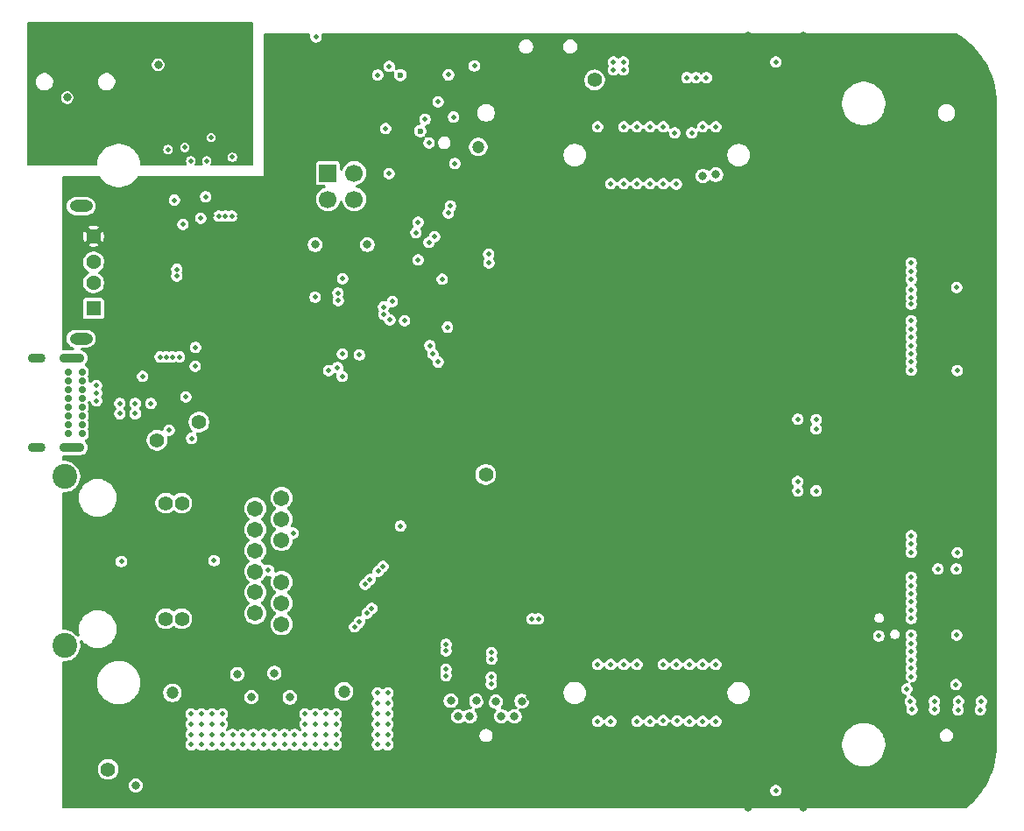
<source format=gbr>
%TF.GenerationSoftware,KiCad,Pcbnew,9.0.3*%
%TF.CreationDate,2025-08-25T11:29:22-05:00*%
%TF.ProjectId,controller,636f6e74-726f-46c6-9c65-722e6b696361,rev?*%
%TF.SameCoordinates,Original*%
%TF.FileFunction,Copper,L5,Inr*%
%TF.FilePolarity,Positive*%
%FSLAX46Y46*%
G04 Gerber Fmt 4.6, Leading zero omitted, Abs format (unit mm)*
G04 Created by KiCad (PCBNEW 9.0.3) date 2025-08-25 11:29:22*
%MOMM*%
%LPD*%
G01*
G04 APERTURE LIST*
%TA.AperFunction,ComponentPad*%
%ADD10C,1.545000*%
%TD*%
%TA.AperFunction,ComponentPad*%
%ADD11C,1.400000*%
%TD*%
%TA.AperFunction,ComponentPad*%
%ADD12C,2.400000*%
%TD*%
%TA.AperFunction,ComponentPad*%
%ADD13R,1.428000X1.428000*%
%TD*%
%TA.AperFunction,ComponentPad*%
%ADD14C,1.428000*%
%TD*%
%TA.AperFunction,ComponentPad*%
%ADD15O,2.216000X1.108000*%
%TD*%
%TA.AperFunction,ComponentPad*%
%ADD16R,1.700000X1.700000*%
%TD*%
%TA.AperFunction,ComponentPad*%
%ADD17C,1.700000*%
%TD*%
%TA.AperFunction,ComponentPad*%
%ADD18C,0.700000*%
%TD*%
%TA.AperFunction,ComponentPad*%
%ADD19O,1.700000X0.900000*%
%TD*%
%TA.AperFunction,ComponentPad*%
%ADD20O,2.400000X0.900000*%
%TD*%
%TA.AperFunction,ViaPad*%
%ADD21C,0.800000*%
%TD*%
%TA.AperFunction,ViaPad*%
%ADD22C,0.500000*%
%TD*%
%TA.AperFunction,ViaPad*%
%ADD23C,1.400000*%
%TD*%
%TA.AperFunction,ViaPad*%
%ADD24C,0.600000*%
%TD*%
%TA.AperFunction,ViaPad*%
%ADD25C,1.200000*%
%TD*%
G04 APERTURE END LIST*
D10*
%TO.N,Net-(J4-TRCT3)*%
%TO.C,J4*%
X-13800000Y11850000D03*
%TO.N,/Ethernet/RGMII0_TRN2*%
X-13800000Y9820000D03*
%TO.N,/Ethernet/RGMII0_TRP2*%
X-13800000Y7790000D03*
%TO.N,/Ethernet/RGMII0_TRP1*%
X-13800000Y5760000D03*
%TO.N,/Ethernet/RGMII0_TRN1*%
X-13800000Y3730000D03*
%TO.N,Net-(J4-TRCT2)*%
X-13800000Y1700000D03*
%TO.N,Net-(J4-TRCT4)*%
X-11260000Y12870000D03*
%TO.N,/Ethernet/RGMII0_TRP3*%
X-11260000Y10830000D03*
%TO.N,/Ethernet/RGMII0_TRN3*%
X-11260000Y8790000D03*
%TO.N,/Ethernet/RGMII0_TRN0*%
X-11260000Y4740000D03*
%TO.N,/Ethernet/RGMII0_TRP0*%
X-11260000Y2700000D03*
%TO.N,Net-(J4-TRCT1)*%
X-11260000Y660000D03*
D11*
%TO.N,/Ethernet/POE_PR12*%
X-20910000Y12355000D03*
%TO.N,/Ethernet/POE_PR36*%
X-20910000Y1175000D03*
%TO.N,/Ethernet/POE_PR45*%
X-22460000Y12355000D03*
%TO.N,/Ethernet/POE_PR78*%
X-22460000Y1175000D03*
D12*
%TO.N,Earth_Clean*%
X-32220000Y-1410000D03*
X-32220000Y14940000D03*
%TD*%
D13*
%TO.N,VDD_5V*%
%TO.C,J1*%
X-29427500Y31170000D03*
D14*
%TO.N,/SOM/USB_D-*%
X-29427500Y33670000D03*
%TO.N,/SOM/USB_D+*%
X-29427500Y35670000D03*
%TO.N,GND*%
X-29427500Y38170000D03*
D15*
%TO.N,Earth_Clean*%
X-30627500Y28270000D03*
X-30627500Y41070000D03*
%TD*%
D16*
%TO.N,+3V3*%
%TO.C,J9*%
X-6775000Y44275000D03*
D17*
X-6775000Y41735000D03*
%TO.N,/SOM/SD_BOOT_CONF_H*%
X-4235000Y44275000D03*
%TO.N,/SOM/S_JTAG_H*%
X-4235000Y41735000D03*
%TD*%
D18*
%TO.N,GNDPWR*%
%TO.C,J2*%
X-30542500Y19102499D03*
%TO.N,/PSU/VBUS*%
X-30542500Y19952499D03*
%TO.N,Net-(J2-CC1)*%
X-30542500Y20802500D03*
%TO.N,unconnected-(J2-D+-PadA6)*%
X-30542500Y21652499D03*
%TO.N,unconnected-(J2-D--PadA7)*%
X-30542500Y22502499D03*
%TO.N,unconnected-(J2-SBU1-PadA8)*%
X-30542500Y23352499D03*
%TO.N,/PSU/VBUS*%
X-30542500Y24202500D03*
%TO.N,GNDPWR*%
X-30542500Y25052499D03*
X-31892500Y25052499D03*
%TO.N,/PSU/VBUS*%
X-31892500Y24202499D03*
%TO.N,Net-(J2-CC2)*%
X-31892500Y23352499D03*
%TO.N,unconnected-(J2-D+-PadB6)*%
X-31892500Y22502499D03*
%TO.N,unconnected-(J2-D--PadB7)*%
X-31892500Y21652499D03*
%TO.N,unconnected-(J2-SBU2-PadB8)*%
X-31892500Y20802499D03*
%TO.N,/PSU/VBUS*%
X-31892500Y19952499D03*
%TO.N,GNDPWR*%
X-31892500Y19102499D03*
D19*
%TO.N,Earth_Clean*%
X-34902500Y17752499D03*
D20*
X-31522500Y17752499D03*
D19*
X-34902500Y26402499D03*
D20*
X-31522500Y26402499D03*
%TD*%
D21*
%TO.N,+5V*%
X9430000Y-6820000D03*
D22*
X40400000Y20440000D03*
X49680000Y-7580000D03*
X49500000Y-6800000D03*
D21*
X11950000Y-6780000D03*
D22*
X20790000Y54260000D03*
X51830000Y-6810000D03*
X56270000Y-7620000D03*
D21*
X9970000Y-8240000D03*
D23*
X19000000Y53280000D03*
D22*
X38630000Y13540000D03*
D21*
X29460000Y44000000D03*
X5096483Y-6743517D03*
D23*
X-23310000Y18440000D03*
D22*
X56370000Y-6800000D03*
X46470000Y-490000D03*
D21*
X11240000Y-8250000D03*
X7563422Y-6762000D03*
D22*
X54110000Y-7620000D03*
D21*
X5820000Y-8260000D03*
D22*
X21800000Y55010000D03*
X21790000Y54260000D03*
X51830000Y-7580000D03*
X20800000Y55010000D03*
X54160000Y-6790000D03*
D21*
X6940000Y-8240000D03*
D22*
%TO.N,/SOM/D10*%
X49600000Y25200000D03*
X20555000Y43250000D03*
%TO.N,/SOM/D50*%
X21825000Y43250000D03*
X49600000Y26000000D03*
%TO.N,/SOM/D28*%
X49600000Y26800000D03*
X23095000Y43250000D03*
%TO.N,/SOM/D12*%
X49600000Y28400000D03*
X24365000Y43250000D03*
%TO.N,/SOM/D2*%
X49600000Y30000000D03*
X25635000Y43250000D03*
%TO.N,/SOM/D8*%
X49600000Y32249997D03*
X26905000Y43200000D03*
%TO.N,/SOM/D48*%
X49600000Y27600000D03*
X21825000Y48750000D03*
%TO.N,/SOM/D26*%
X49600000Y29200000D03*
X23095000Y48750000D03*
%TO.N,/SOM/D46*%
X49600000Y31600000D03*
X24365000Y48750000D03*
%TO.N,/SOM/D24*%
X25635000Y48750000D03*
X49600000Y33000000D03*
%TO.N,/SOM/D44*%
X26750000Y48140000D03*
X54000000Y33200000D03*
%TO.N,/SOM/D22*%
X49600000Y34000000D03*
X28380000Y48150000D03*
%TO.N,/SOM/D42*%
X49600000Y34800000D03*
X29445000Y48750000D03*
%TO.N,/SOM/D40*%
X30715000Y48750000D03*
X49600000Y35600000D03*
%TO.N,/SOM/D16*%
X23095000Y-8750000D03*
X49600000Y3600000D03*
%TO.N,/SOM/D32*%
X24365000Y-8750000D03*
X49600000Y2000000D03*
%TO.N,/SOM/D54*%
X49600000Y-400000D03*
X25635000Y-8665000D03*
D21*
%TO.N,+3V3*%
X-2974999Y37350000D03*
D22*
X230000Y10150000D03*
D23*
X8480000Y15120000D03*
D22*
X2620000Y49460000D03*
D21*
X-8025001Y37350000D03*
D22*
X-860000Y54580000D03*
X-800000Y30070000D03*
X-19080000Y39900000D03*
%TO.N,/SOM/MCLK0*%
X19285000Y48750000D03*
X54030000Y25180000D03*
%TO.N,/SOM/MCLK1*%
X49600000Y4400000D03*
X20555000Y-8750000D03*
%TO.N,/SD/CLK*%
X-1220000Y48570000D03*
X-1985000Y53755000D03*
D24*
%TO.N,/SD/CMD*%
X215000Y53755000D03*
X2140000Y48330000D03*
D22*
%TO.N,+1V8*%
X5350000Y49700000D03*
X-560000Y31850000D03*
X630000Y30010000D03*
X-20790000Y39330000D03*
X3000000Y47200000D03*
%TO.N,GND*%
X7420000Y-380000D03*
X21810000Y-9040000D03*
X11100000Y1200000D03*
D21*
X-24150000Y-10490000D03*
X12762743Y-6366240D03*
D22*
X6700000Y16400000D03*
X8700000Y34000000D03*
X6660000Y47610000D03*
X54000000Y6800000D03*
X2506210Y10146210D03*
X-4010000Y25720000D03*
X52000000Y36400000D03*
X23796700Y53071574D03*
D21*
X-4190000Y-11030000D03*
D22*
X-7890000Y55420000D03*
X-25020000Y18730000D03*
D21*
X33800000Y-17027500D03*
D22*
X39080000Y19060000D03*
X-19550000Y39360000D03*
X-15390000Y40130000D03*
X-1470000Y40940000D03*
D21*
X8500000Y-6500000D03*
D22*
X54000000Y47600000D03*
X54000000Y12400000D03*
X52000000Y30800000D03*
X33210000Y43550000D03*
X6560000Y39610000D03*
D21*
X-17080000Y-16460000D03*
D22*
X52000000Y46000000D03*
X630000Y32080000D03*
X47860000Y780000D03*
D21*
X39200000Y57527500D03*
D22*
X11100000Y13200000D03*
D21*
X-30520000Y-11810000D03*
D22*
X39900000Y14920000D03*
X28300000Y52200000D03*
X33210000Y-8450000D03*
X-1560000Y43410000D03*
D21*
X-21810000Y-11020000D03*
D22*
X54000000Y-6000000D03*
X23796700Y54074872D03*
X-14760000Y40160000D03*
D21*
X20600000Y47900000D03*
D22*
X20200000Y52300000D03*
X54000000Y42800000D03*
X13275000Y55600000D03*
X54000000Y18000000D03*
X20180000Y52990000D03*
X54000000Y400000D03*
D21*
X-26760000Y-9490000D03*
D22*
X-7030000Y600000D03*
X15620000Y52730000D03*
X6700000Y22000000D03*
X-26200000Y17230000D03*
X54000000Y23600000D03*
X-6435000Y56235000D03*
X-1320000Y55930000D03*
X52000000Y38800000D03*
X4300000Y4400000D03*
D21*
X-8025000Y34810000D03*
X31040000Y42187998D03*
D22*
X28200000Y44000000D03*
X2550000Y50360000D03*
X52000000Y400000D03*
X-21740000Y40400000D03*
X-3840000Y33510000D03*
X23796700Y55078174D03*
X16790000Y43550000D03*
X6700000Y32400000D03*
X49600000Y6800000D03*
D21*
X39200000Y-17027500D03*
X-16990000Y-14210000D03*
D22*
X-3085000Y53755000D03*
X52000000Y41200000D03*
X-18930000Y17440000D03*
X54000000Y38000000D03*
X-1140000Y4310000D03*
X31000000Y52100000D03*
X54000000Y40400000D03*
X4530000Y49040000D03*
X-7030000Y-670000D03*
X5160000Y-2780000D03*
X52000000Y-6000000D03*
X8700000Y22000000D03*
X4040000Y55480000D03*
X21000000Y52300000D03*
X-7060000Y13230000D03*
X10700000Y-1200000D03*
X52000000Y12400000D03*
D21*
X-2975000Y29730000D03*
D22*
X21580000Y52290000D03*
X54000000Y30000000D03*
D21*
X33800000Y57527500D03*
D22*
X54000000Y45200000D03*
X8700000Y24400000D03*
X16790000Y48450000D03*
X33210000Y48450000D03*
X6700000Y28400000D03*
X52000000Y18000000D03*
X11100000Y-3600000D03*
X-3710000Y-1140000D03*
X31000000Y53000000D03*
X-7050000Y11930000D03*
X8700000Y28400000D03*
X16350000Y57550001D03*
X16790000Y-8450000D03*
X11100000Y9200000D03*
X52000000Y43600000D03*
X33210000Y-3550000D03*
X3800000Y53040000D03*
D21*
X29710000Y42187998D03*
D22*
X15725000Y55600000D03*
X54000000Y35600000D03*
X8730000Y43600000D03*
X-3360000Y15630000D03*
X26300000Y52200000D03*
X-18000000Y40160000D03*
X-1090804Y47630349D03*
X-340000Y55920000D03*
X16790000Y-3550000D03*
X6700000Y10000000D03*
D21*
X19300000Y44100000D03*
D22*
X8700000Y16400000D03*
X12650000Y57550001D03*
X51900000Y23600000D03*
%TO.N,/SD/SD_D0*%
X1940861Y35871601D03*
X1718432Y38518432D03*
%TO.N,/SD/SD_CMD*%
X4270000Y34000000D03*
X3525000Y38125000D03*
%TO.N,/SD/SD_D3*%
X2975000Y37575000D03*
X1935000Y39520000D03*
%TO.N,/SD/SD_CD*%
X3870000Y51150000D03*
D25*
%TO.N,VDDIO_501_PS*%
X7752157Y46800000D03*
D22*
%TO.N,/SOM/JTAG_TMS*%
X-6710000Y25190000D03*
%TO.N,/SOM/JTAG_TDO*%
X-5790000Y31950000D03*
%TO.N,/SOM/JTAG_TDI*%
X-5390000Y26790000D03*
%TO.N,/SOM/JTAG_TCK*%
X-8025000Y32270000D03*
X4780000Y29380000D03*
%TO.N,/SOM/UART_TX*%
X4850000Y40400000D03*
%TO.N,/SOM/UART_RX*%
X5070000Y41090000D03*
%TO.N,/SOM/EXT_RST_IN*%
X-5820000Y32680000D03*
%TO.N,Net-(J3-DET)*%
X4870000Y53770000D03*
%TO.N,3V3_MIC*%
X28800000Y53500000D03*
D21*
X30719458Y44121819D03*
D22*
X29800000Y53500000D03*
X27900000Y53500000D03*
%TO.N,/SOM/UART_TX_3V3*%
X-3730000Y26680000D03*
X-1420000Y31330000D03*
X-5850000Y25480000D03*
%TO.N,/SOM/UART_RX_3V3*%
X-1380000Y30620000D03*
X-5410000Y24620000D03*
%TO.N,/SOM/D56*%
X49600000Y-2000000D03*
X26952500Y-8702500D03*
%TO.N,/SOM/D34*%
X28175000Y-8750000D03*
X49600000Y-4400000D03*
%TO.N,/SOM/D58*%
X29445000Y-8750000D03*
X53900000Y-5200000D03*
%TO.N,/SOM/D36*%
X30715000Y-8750000D03*
X49175000Y-5625000D03*
%TO.N,/SOM/D52*%
X19285000Y-3250000D03*
X49600000Y9200000D03*
%TO.N,/SOM/D30*%
X49600000Y8400000D03*
X20555000Y-3250000D03*
%TO.N,/SOM/D14*%
X21825000Y-3250000D03*
X49600000Y7600000D03*
%TO.N,/SOM/D4*%
X49600000Y5200000D03*
X23095000Y-3250000D03*
%TO.N,/SOM/D0*%
X49600000Y2800000D03*
X25635000Y-3250000D03*
%TO.N,/SOM/D6*%
X49600000Y1200000D03*
X26905000Y-3250000D03*
%TO.N,/SOM/D20*%
X28175000Y-3250000D03*
X49600000Y-1200000D03*
%TO.N,/SOM/D18*%
X49600000Y-2800000D03*
X29445000Y-3250000D03*
%TO.N,/SOM/D38*%
X30715000Y-3250000D03*
X49600000Y-3600000D03*
%TO.N,/SOM/LED_DI*%
X54000000Y-400000D03*
%TO.N,/SOM/LED0*%
X-7950000Y57450000D03*
X7370000Y54620000D03*
%TO.N,/SOM/MCLK2*%
X19292500Y-8742500D03*
X54050000Y7570000D03*
%TO.N,/SOM/SD_BOOT_CONF_H*%
X8760000Y36420000D03*
%TO.N,VDDIO_34_3V3*%
X53950000Y6000000D03*
X52180000Y6000000D03*
X40390000Y13550000D03*
X38610000Y14460000D03*
X40390000Y19540000D03*
X38640000Y20480000D03*
%TO.N,GNDPWR*%
X-26902500Y22002499D03*
X-25402500Y22002499D03*
X-23902500Y22002499D03*
X-19582500Y27422499D03*
X-25402500Y21002499D03*
X-26902500Y21002499D03*
X-20520000Y22650000D03*
X-19602500Y25602499D03*
D23*
%TO.N,VCCIN*%
X-19250000Y20200000D03*
X-28030000Y-13380000D03*
D21*
%TO.N,/Ethernet/POE_PR78*%
X-15550000Y-4170000D03*
%TO.N,/Ethernet/POE_PR45*%
X-14180000Y-6400000D03*
%TO.N,/Ethernet/POE_PR36*%
X-11960000Y-4060000D03*
%TO.N,/Ethernet/POE_PR12*%
X-10470000Y-6410000D03*
D22*
%TO.N,Net-(C10-Pad1)*%
X-26749999Y6710000D03*
X-17780000Y6790000D03*
%TO.N,/Ethernet/RGMII0_TRP3*%
X-10120000Y9460000D03*
X4625551Y-1920000D03*
X-3183112Y4529988D03*
%TO.N,/Ethernet/RGMII0_TRN2*%
X-1458270Y6231941D03*
X9033443Y-2080000D03*
%TO.N,/Ethernet/RGMII0_TRN1*%
X-2540945Y2184916D03*
X-12530000Y5870000D03*
X4618499Y-3680000D03*
%TO.N,/Ethernet/RGMII0_TRN0*%
X-3741369Y853917D03*
X9009609Y-4480000D03*
%TO.N,/Ethernet/RGMII0_TRP2*%
X9033443Y-2720000D03*
X-1910818Y5779393D03*
%TO.N,/Ethernet/RGMII0_TRN3*%
X4625551Y-1280000D03*
X-2730564Y4982536D03*
%TO.N,/Ethernet/RGMII0_TRP1*%
X4618499Y-4320000D03*
X-2993493Y1732368D03*
%TO.N,/Ethernet/RGMII0_TRP0*%
X9009609Y-5120000D03*
X-4193917Y401369D03*
%TO.N,/PSU/PoE_VIN+*%
X-19000000Y-11000000D03*
X-10000000Y-11000000D03*
X-18000000Y-9000000D03*
X-17000000Y-9000000D03*
X-10000000Y-10000000D03*
X-20000000Y-9000000D03*
X-13000000Y-10000000D03*
X-17000000Y-10000000D03*
X-11000000Y-10000000D03*
X-18000000Y-11000000D03*
X-18000000Y-10000000D03*
X-17000000Y-8000000D03*
X-15000000Y-10000000D03*
X-19000000Y-8000000D03*
X-15000000Y-11000000D03*
X-20000000Y-10000000D03*
X-18000000Y-8000000D03*
X-13000000Y-11000000D03*
X-12000000Y-10000000D03*
X-20000000Y-11000000D03*
X-12000000Y-11000000D03*
X-16000000Y-10000000D03*
X-16000000Y-11000000D03*
X-14000000Y-11000000D03*
X-11000000Y-11000000D03*
X-19000000Y-10000000D03*
X-17000000Y-11000000D03*
D25*
X-21820000Y-5980000D03*
D22*
X-14000000Y-10000000D03*
X-20000000Y-8000000D03*
X-19000000Y-9000000D03*
%TO.N,/PSU/PoE_VIN-*%
X-6000000Y-9000000D03*
X-1000000Y-10000000D03*
X-1000000Y-11000000D03*
X-2000000Y-6000000D03*
X-8000000Y-11000000D03*
X-9000000Y-9000000D03*
X-2000000Y-10000000D03*
X-8000000Y-8000000D03*
X-2000000Y-11000000D03*
X-9000000Y-11000000D03*
X-9000000Y-10000000D03*
X-7000000Y-11000000D03*
X-6000000Y-8000000D03*
X-9000000Y-8000000D03*
X-8000000Y-9000000D03*
X-7000000Y-10000000D03*
X-2000000Y-8000000D03*
X-1000000Y-8000000D03*
X-1000000Y-9000000D03*
X-6000000Y-11000000D03*
X-7000000Y-8000000D03*
D25*
X-5240000Y-5840000D03*
D22*
X-6000000Y-10000000D03*
X-7000000Y-9000000D03*
X-1000000Y-6000000D03*
X-2000000Y-7000000D03*
X-8000000Y-10000000D03*
X-1000000Y-7000000D03*
X-2000000Y-9000000D03*
%TO.N,/SOM/FPGA_DONE*%
X-5370000Y34050000D03*
X-880000Y44230000D03*
X5500000Y45200000D03*
D21*
%TO.N,/PSU/PoE_VDC+*%
X-25360000Y-14940000D03*
D22*
%TO.N,/SOM/FPGA_USB_D+*%
X13557886Y1171265D03*
X-21393671Y34970000D03*
%TO.N,/SOM/FPGA_USB_D-*%
X12917886Y1171265D03*
X-21393671Y34330000D03*
%TO.N,Net-(Q1-G)*%
X-22130000Y19400000D03*
X-19970000Y18630000D03*
%TO.N,/PSU/VBUS_TVS*%
X-21152500Y26502499D03*
X-21802500Y26502499D03*
X-22402500Y26502499D03*
X-23002500Y26502499D03*
X-24702500Y24602499D03*
%TO.N,/PSU/VBUS*%
X-29152500Y23002499D03*
X-29152500Y22252499D03*
X-29152500Y23752499D03*
%TO.N,/SOM/S_JTAG_H*%
X8780000Y35590000D03*
%TO.N,GNDA*%
X-21190000Y47540000D03*
X-23470000Y49460000D03*
X-21690000Y45930000D03*
X-17980000Y54950000D03*
X-19310000Y47670000D03*
X-33170000Y56610000D03*
X-15990000Y48090000D03*
X-15390000Y47630000D03*
D21*
%TO.N,Net-(C2-Pad1)*%
X-23190000Y54750000D03*
X-31980000Y51570000D03*
D22*
%TO.N,/DAC/LDOO*%
X-21610000Y41660000D03*
%TO.N,+3.3VA*%
X-16010000Y45810000D03*
X-22250000Y46560000D03*
X-20600000Y46760000D03*
%TO.N,Net-(U10-CAPM)*%
X-18505000Y45450000D03*
%TO.N,Net-(U10-CAPP)*%
X-20055000Y45450000D03*
%TO.N,Net-(U10-VNEG)*%
X-18060000Y47710000D03*
%TO.N,Net-(U10-XSMT)*%
X-18610000Y41990000D03*
%TO.N,/DAC/I2S_LRCK*%
X3860000Y26000000D03*
X-17349918Y40110483D03*
%TO.N,/DAC/I2S_BCK*%
X-16050000Y40110000D03*
X3060000Y27600000D03*
%TO.N,/DAC/I2S_DIN*%
X3360000Y26800000D03*
X-16700000Y40100000D03*
%TO.N,/SOM/SYNC_IN_5V*%
X36500000Y-15440000D03*
%TO.N,/SOM/SYNC_OUT_5V*%
X36500000Y55010000D03*
%TD*%
%TA.AperFunction,Conductor*%
%TO.N,GND*%
G36*
X-8553856Y57750038D02*
G01*
X-8499318Y57695500D01*
X-8479356Y57621000D01*
X-8484434Y57582434D01*
X-8500500Y57522481D01*
X-8500500Y57377524D01*
X-8462984Y57237513D01*
X-8390512Y57111989D01*
X-8390511Y57111988D01*
X-8390509Y57111985D01*
X-8288015Y57009491D01*
X-8288013Y57009490D01*
X-8288012Y57009489D01*
X-8162488Y56937017D01*
X-8162486Y56937017D01*
X-8162485Y56937016D01*
X-8022475Y56899500D01*
X-7877525Y56899500D01*
X-7737515Y56937016D01*
X-7732055Y56940168D01*
X-7695672Y56961175D01*
X-7611985Y57009491D01*
X-7509491Y57111985D01*
X-7437016Y57237515D01*
X-7399500Y57377525D01*
X-7399500Y57522475D01*
X-7399501Y57522481D01*
X-7415566Y57582434D01*
X-7415567Y57659562D01*
X-7377004Y57726358D01*
X-7310210Y57764922D01*
X-7271644Y57770000D01*
X53973895Y57770000D01*
X54046921Y57750878D01*
X54085995Y57728908D01*
X54094685Y57723623D01*
X54535667Y57434382D01*
X54543959Y57428529D01*
X54754078Y57269191D01*
X54964187Y57109860D01*
X54972079Y57103439D01*
X55369557Y56756857D01*
X55376993Y56749913D01*
X55749912Y56376994D01*
X55756856Y56369558D01*
X56103438Y55972080D01*
X56109859Y55964188D01*
X56428521Y55543970D01*
X56434388Y55535658D01*
X56723620Y55094689D01*
X56728907Y55085996D01*
X56987384Y54626293D01*
X56992064Y54617260D01*
X57218556Y54141017D01*
X57222609Y54131685D01*
X57416080Y53641077D01*
X57419488Y53631491D01*
X57579026Y53128827D01*
X57581770Y53119030D01*
X57706636Y52606640D01*
X57708706Y52596679D01*
X57798308Y52076997D01*
X57799694Y52066917D01*
X57853626Y51542298D01*
X57854320Y51532148D01*
X57872413Y51002547D01*
X57872500Y50997460D01*
X57872500Y-10997459D01*
X57872413Y-11002546D01*
X57854320Y-11532147D01*
X57853626Y-11542297D01*
X57799694Y-12066916D01*
X57798308Y-12076996D01*
X57708706Y-12596678D01*
X57706636Y-12606639D01*
X57581770Y-13119029D01*
X57579026Y-13128826D01*
X57419488Y-13631490D01*
X57416080Y-13641076D01*
X57222609Y-14131684D01*
X57218556Y-14141016D01*
X56992064Y-14617259D01*
X56987384Y-14626292D01*
X56728907Y-15085995D01*
X56723620Y-15094688D01*
X56434388Y-15535657D01*
X56428521Y-15543969D01*
X56109859Y-15964187D01*
X56103438Y-15972079D01*
X55756856Y-16369557D01*
X55749912Y-16376993D01*
X55376993Y-16749912D01*
X55369557Y-16756856D01*
X54972079Y-17103438D01*
X54964191Y-17109856D01*
X54937997Y-17129721D01*
X54866575Y-17158833D01*
X54847962Y-17160000D01*
X-32301000Y-17160000D01*
X-32375500Y-17140038D01*
X-32430038Y-17085500D01*
X-32450000Y-17011000D01*
X-32450000Y-14871006D01*
X-26060500Y-14871006D01*
X-26060500Y-15008993D01*
X-26033581Y-15144325D01*
X-26033580Y-15144329D01*
X-25980776Y-15271809D01*
X-25980773Y-15271815D01*
X-25916821Y-15367525D01*
X-25904114Y-15386542D01*
X-25806542Y-15484114D01*
X-25806539Y-15484116D01*
X-25691816Y-15560772D01*
X-25691814Y-15560773D01*
X-25691811Y-15560775D01*
X-25564328Y-15613580D01*
X-25428993Y-15640500D01*
X-25291007Y-15640500D01*
X-25155672Y-15613580D01*
X-25028189Y-15560775D01*
X-24913458Y-15484114D01*
X-24815886Y-15386542D01*
X-24803178Y-15367523D01*
X35949500Y-15367523D01*
X35949500Y-15512476D01*
X35987016Y-15652487D01*
X36059488Y-15778011D01*
X36059489Y-15778012D01*
X36059491Y-15778015D01*
X36161985Y-15880509D01*
X36161987Y-15880510D01*
X36161988Y-15880511D01*
X36287512Y-15952983D01*
X36287514Y-15952983D01*
X36287515Y-15952984D01*
X36427525Y-15990500D01*
X36572475Y-15990500D01*
X36712485Y-15952984D01*
X36838015Y-15880509D01*
X36940509Y-15778015D01*
X37012984Y-15652485D01*
X37050500Y-15512475D01*
X37050500Y-15367525D01*
X37012984Y-15227515D01*
X37012983Y-15227514D01*
X37012983Y-15227512D01*
X36940511Y-15101988D01*
X36940510Y-15101987D01*
X36940509Y-15101985D01*
X36838015Y-14999491D01*
X36838012Y-14999489D01*
X36838011Y-14999488D01*
X36712487Y-14927016D01*
X36572475Y-14889500D01*
X36427525Y-14889500D01*
X36287512Y-14927016D01*
X36161988Y-14999488D01*
X36059488Y-15101988D01*
X35987016Y-15227512D01*
X35949500Y-15367523D01*
X-24803178Y-15367523D01*
X-24788023Y-15344841D01*
X-24741340Y-15274978D01*
X-24739227Y-15271814D01*
X-24739227Y-15271813D01*
X-24739225Y-15271811D01*
X-24686420Y-15144328D01*
X-24659500Y-15008993D01*
X-24659500Y-14871007D01*
X-24686420Y-14735672D01*
X-24739225Y-14608189D01*
X-24815886Y-14493458D01*
X-24913458Y-14395886D01*
X-24913462Y-14395883D01*
X-25028185Y-14319227D01*
X-25028191Y-14319224D01*
X-25155671Y-14266420D01*
X-25155675Y-14266419D01*
X-25291007Y-14239500D01*
X-25428993Y-14239500D01*
X-25564326Y-14266419D01*
X-25564330Y-14266420D01*
X-25691810Y-14319224D01*
X-25691816Y-14319227D01*
X-25806539Y-14395883D01*
X-25806546Y-14395889D01*
X-25904111Y-14493454D01*
X-25904117Y-14493461D01*
X-25980773Y-14608184D01*
X-25980776Y-14608190D01*
X-26033580Y-14735670D01*
X-26033581Y-14735674D01*
X-26060500Y-14871006D01*
X-32450000Y-14871006D01*
X-32450000Y-13281460D01*
X-29030500Y-13281460D01*
X-29030500Y-13478539D01*
X-28992052Y-13671834D01*
X-28992051Y-13671836D01*
X-28916633Y-13853912D01*
X-28916632Y-13853915D01*
X-28843803Y-13962911D01*
X-28807139Y-14017782D01*
X-28667782Y-14157139D01*
X-28558785Y-14229968D01*
X-28503916Y-14266631D01*
X-28503915Y-14266631D01*
X-28503914Y-14266632D01*
X-28321835Y-14342051D01*
X-28128541Y-14380500D01*
X-28128540Y-14380500D01*
X-27931460Y-14380500D01*
X-27931459Y-14380500D01*
X-27738165Y-14342051D01*
X-27556086Y-14266632D01*
X-27392218Y-14157139D01*
X-27252861Y-14017782D01*
X-27143368Y-13853914D01*
X-27067949Y-13671835D01*
X-27029500Y-13478541D01*
X-27029500Y-13281459D01*
X-27067949Y-13088165D01*
X-27143368Y-12906086D01*
X-27252861Y-12742218D01*
X-27392218Y-12602861D01*
X-27447089Y-12566197D01*
X-27556085Y-12493368D01*
X-27556088Y-12493367D01*
X-27738164Y-12417949D01*
X-27738166Y-12417948D01*
X-27920138Y-12381752D01*
X-27931459Y-12379500D01*
X-28128541Y-12379500D01*
X-28139862Y-12381752D01*
X-28321835Y-12417948D01*
X-28321837Y-12417949D01*
X-28503913Y-12493367D01*
X-28503916Y-12493368D01*
X-28667781Y-12602860D01*
X-28667786Y-12602864D01*
X-28807136Y-12742214D01*
X-28807140Y-12742219D01*
X-28916632Y-12906084D01*
X-28916633Y-12906087D01*
X-28992051Y-13088163D01*
X-28992052Y-13088165D01*
X-29030500Y-13281460D01*
X-32450000Y-13281460D01*
X-32450000Y-7927523D01*
X-20550500Y-7927523D01*
X-20550500Y-8072476D01*
X-20512984Y-8212487D01*
X-20440512Y-8338011D01*
X-20440511Y-8338012D01*
X-20440509Y-8338015D01*
X-20383881Y-8394643D01*
X-20345318Y-8461436D01*
X-20345318Y-8538564D01*
X-20383881Y-8605356D01*
X-20440509Y-8661985D01*
X-20440511Y-8661987D01*
X-20440512Y-8661988D01*
X-20512984Y-8787512D01*
X-20550500Y-8927523D01*
X-20550500Y-9072476D01*
X-20512984Y-9212487D01*
X-20440512Y-9338011D01*
X-20440511Y-9338012D01*
X-20440509Y-9338015D01*
X-20383881Y-9394643D01*
X-20345318Y-9461436D01*
X-20345318Y-9538564D01*
X-20383881Y-9605356D01*
X-20413610Y-9635086D01*
X-20440511Y-9661987D01*
X-20440512Y-9661988D01*
X-20512984Y-9787512D01*
X-20550500Y-9927523D01*
X-20550500Y-10072476D01*
X-20512984Y-10212487D01*
X-20440512Y-10338011D01*
X-20440511Y-10338012D01*
X-20440509Y-10338015D01*
X-20383881Y-10394643D01*
X-20345318Y-10461436D01*
X-20345318Y-10538564D01*
X-20383881Y-10605356D01*
X-20440509Y-10661985D01*
X-20440511Y-10661987D01*
X-20440512Y-10661988D01*
X-20512984Y-10787512D01*
X-20550500Y-10927523D01*
X-20550500Y-11072476D01*
X-20512984Y-11212487D01*
X-20440512Y-11338011D01*
X-20440511Y-11338012D01*
X-20440509Y-11338015D01*
X-20338015Y-11440509D01*
X-20338013Y-11440510D01*
X-20338012Y-11440511D01*
X-20212488Y-11512983D01*
X-20212486Y-11512983D01*
X-20212485Y-11512984D01*
X-20072475Y-11550500D01*
X-19927525Y-11550500D01*
X-19787515Y-11512984D01*
X-19661985Y-11440509D01*
X-19605357Y-11383880D01*
X-19538564Y-11345318D01*
X-19461436Y-11345318D01*
X-19394644Y-11383880D01*
X-19338015Y-11440509D01*
X-19338013Y-11440510D01*
X-19338012Y-11440511D01*
X-19212488Y-11512983D01*
X-19212486Y-11512983D01*
X-19212485Y-11512984D01*
X-19072475Y-11550500D01*
X-18927525Y-11550500D01*
X-18787515Y-11512984D01*
X-18661985Y-11440509D01*
X-18605357Y-11383880D01*
X-18538564Y-11345318D01*
X-18461436Y-11345318D01*
X-18394644Y-11383880D01*
X-18338015Y-11440509D01*
X-18338013Y-11440510D01*
X-18338012Y-11440511D01*
X-18212488Y-11512983D01*
X-18212486Y-11512983D01*
X-18212485Y-11512984D01*
X-18072475Y-11550500D01*
X-17927525Y-11550500D01*
X-17787515Y-11512984D01*
X-17661985Y-11440509D01*
X-17605357Y-11383880D01*
X-17538564Y-11345318D01*
X-17461436Y-11345318D01*
X-17394644Y-11383880D01*
X-17338015Y-11440509D01*
X-17338013Y-11440510D01*
X-17338012Y-11440511D01*
X-17212488Y-11512983D01*
X-17212486Y-11512983D01*
X-17212485Y-11512984D01*
X-17072475Y-11550500D01*
X-16927525Y-11550500D01*
X-16787515Y-11512984D01*
X-16661985Y-11440509D01*
X-16605357Y-11383880D01*
X-16538564Y-11345318D01*
X-16461436Y-11345318D01*
X-16394644Y-11383880D01*
X-16338015Y-11440509D01*
X-16338013Y-11440510D01*
X-16338012Y-11440511D01*
X-16212488Y-11512983D01*
X-16212486Y-11512983D01*
X-16212485Y-11512984D01*
X-16072475Y-11550500D01*
X-15927525Y-11550500D01*
X-15787515Y-11512984D01*
X-15661985Y-11440509D01*
X-15605357Y-11383880D01*
X-15538564Y-11345318D01*
X-15461436Y-11345318D01*
X-15394644Y-11383880D01*
X-15338015Y-11440509D01*
X-15338013Y-11440510D01*
X-15338012Y-11440511D01*
X-15212488Y-11512983D01*
X-15212486Y-11512983D01*
X-15212485Y-11512984D01*
X-15072475Y-11550500D01*
X-14927525Y-11550500D01*
X-14787515Y-11512984D01*
X-14661985Y-11440509D01*
X-14605357Y-11383880D01*
X-14538564Y-11345318D01*
X-14461436Y-11345318D01*
X-14394644Y-11383880D01*
X-14338015Y-11440509D01*
X-14338013Y-11440510D01*
X-14338012Y-11440511D01*
X-14212488Y-11512983D01*
X-14212486Y-11512983D01*
X-14212485Y-11512984D01*
X-14072475Y-11550500D01*
X-13927525Y-11550500D01*
X-13787515Y-11512984D01*
X-13661985Y-11440509D01*
X-13605357Y-11383880D01*
X-13538564Y-11345318D01*
X-13461436Y-11345318D01*
X-13394644Y-11383880D01*
X-13338015Y-11440509D01*
X-13338013Y-11440510D01*
X-13338012Y-11440511D01*
X-13212488Y-11512983D01*
X-13212486Y-11512983D01*
X-13212485Y-11512984D01*
X-13072475Y-11550500D01*
X-12927525Y-11550500D01*
X-12787515Y-11512984D01*
X-12661985Y-11440509D01*
X-12605357Y-11383880D01*
X-12538564Y-11345318D01*
X-12461436Y-11345318D01*
X-12394644Y-11383880D01*
X-12338015Y-11440509D01*
X-12338013Y-11440510D01*
X-12338012Y-11440511D01*
X-12212488Y-11512983D01*
X-12212486Y-11512983D01*
X-12212485Y-11512984D01*
X-12072475Y-11550500D01*
X-11927525Y-11550500D01*
X-11787515Y-11512984D01*
X-11661985Y-11440509D01*
X-11605357Y-11383880D01*
X-11538564Y-11345318D01*
X-11461436Y-11345318D01*
X-11394644Y-11383880D01*
X-11338015Y-11440509D01*
X-11338013Y-11440510D01*
X-11338012Y-11440511D01*
X-11212488Y-11512983D01*
X-11212486Y-11512983D01*
X-11212485Y-11512984D01*
X-11072475Y-11550500D01*
X-10927525Y-11550500D01*
X-10787515Y-11512984D01*
X-10661985Y-11440509D01*
X-10605357Y-11383880D01*
X-10538564Y-11345318D01*
X-10461436Y-11345318D01*
X-10394644Y-11383880D01*
X-10338015Y-11440509D01*
X-10338013Y-11440510D01*
X-10338012Y-11440511D01*
X-10212488Y-11512983D01*
X-10212486Y-11512983D01*
X-10212485Y-11512984D01*
X-10072475Y-11550500D01*
X-9927525Y-11550500D01*
X-9787515Y-11512984D01*
X-9661985Y-11440509D01*
X-9605357Y-11383880D01*
X-9538564Y-11345318D01*
X-9461436Y-11345318D01*
X-9394644Y-11383880D01*
X-9338015Y-11440509D01*
X-9338013Y-11440510D01*
X-9338012Y-11440511D01*
X-9212488Y-11512983D01*
X-9212486Y-11512983D01*
X-9212485Y-11512984D01*
X-9072475Y-11550500D01*
X-8927525Y-11550500D01*
X-8787515Y-11512984D01*
X-8661985Y-11440509D01*
X-8605357Y-11383880D01*
X-8538564Y-11345318D01*
X-8461436Y-11345318D01*
X-8394644Y-11383880D01*
X-8338015Y-11440509D01*
X-8338013Y-11440510D01*
X-8338012Y-11440511D01*
X-8212488Y-11512983D01*
X-8212486Y-11512983D01*
X-8212485Y-11512984D01*
X-8072475Y-11550500D01*
X-7927525Y-11550500D01*
X-7787515Y-11512984D01*
X-7661985Y-11440509D01*
X-7605357Y-11383880D01*
X-7538564Y-11345318D01*
X-7461436Y-11345318D01*
X-7394644Y-11383880D01*
X-7338015Y-11440509D01*
X-7338013Y-11440510D01*
X-7338012Y-11440511D01*
X-7212488Y-11512983D01*
X-7212486Y-11512983D01*
X-7212485Y-11512984D01*
X-7072475Y-11550500D01*
X-6927525Y-11550500D01*
X-6787515Y-11512984D01*
X-6661985Y-11440509D01*
X-6605357Y-11383880D01*
X-6538564Y-11345318D01*
X-6461436Y-11345318D01*
X-6394644Y-11383880D01*
X-6338015Y-11440509D01*
X-6338013Y-11440510D01*
X-6338012Y-11440511D01*
X-6212488Y-11512983D01*
X-6212486Y-11512983D01*
X-6212485Y-11512984D01*
X-6072475Y-11550500D01*
X-5927525Y-11550500D01*
X-5787515Y-11512984D01*
X-5661985Y-11440509D01*
X-5559491Y-11338015D01*
X-5487016Y-11212485D01*
X-5449500Y-11072475D01*
X-5449500Y-10927525D01*
X-5487016Y-10787515D01*
X-5487017Y-10787514D01*
X-5487017Y-10787512D01*
X-5559489Y-10661988D01*
X-5559490Y-10661987D01*
X-5559491Y-10661985D01*
X-5616120Y-10605356D01*
X-5654682Y-10538564D01*
X-5654682Y-10461436D01*
X-5616120Y-10394643D01*
X-5559491Y-10338015D01*
X-5487016Y-10212485D01*
X-5449500Y-10072475D01*
X-5449500Y-9927525D01*
X-5487016Y-9787515D01*
X-5487017Y-9787514D01*
X-5487017Y-9787512D01*
X-5559489Y-9661988D01*
X-5559490Y-9661987D01*
X-5559491Y-9661985D01*
X-5616120Y-9605356D01*
X-5654682Y-9538564D01*
X-5654682Y-9461436D01*
X-5616120Y-9394643D01*
X-5559491Y-9338015D01*
X-5487016Y-9212485D01*
X-5449500Y-9072475D01*
X-5449500Y-8927525D01*
X-5487016Y-8787515D01*
X-5487017Y-8787514D01*
X-5487017Y-8787512D01*
X-5559489Y-8661988D01*
X-5559490Y-8661987D01*
X-5559491Y-8661985D01*
X-5616120Y-8605356D01*
X-5654682Y-8538564D01*
X-5654682Y-8461436D01*
X-5616120Y-8394643D01*
X-5559491Y-8338015D01*
X-5487016Y-8212485D01*
X-5449500Y-8072475D01*
X-5449500Y-7927525D01*
X-5487016Y-7787515D01*
X-5487017Y-7787514D01*
X-5487017Y-7787512D01*
X-5559489Y-7661988D01*
X-5559490Y-7661987D01*
X-5559491Y-7661985D01*
X-5661985Y-7559491D01*
X-5661988Y-7559489D01*
X-5661989Y-7559488D01*
X-5787513Y-7487016D01*
X-5927525Y-7449500D01*
X-6072475Y-7449500D01*
X-6212488Y-7487016D01*
X-6338012Y-7559488D01*
X-6338013Y-7559489D01*
X-6338015Y-7559490D01*
X-6338015Y-7559491D01*
X-6394644Y-7616119D01*
X-6461436Y-7654682D01*
X-6538564Y-7654682D01*
X-6605357Y-7616119D01*
X-6661985Y-7559491D01*
X-6661988Y-7559489D01*
X-6661989Y-7559488D01*
X-6787513Y-7487016D01*
X-6927525Y-7449500D01*
X-7072475Y-7449500D01*
X-7212488Y-7487016D01*
X-7338012Y-7559488D01*
X-7338013Y-7559489D01*
X-7338015Y-7559490D01*
X-7338015Y-7559491D01*
X-7394644Y-7616119D01*
X-7461436Y-7654682D01*
X-7538564Y-7654682D01*
X-7605357Y-7616119D01*
X-7661985Y-7559491D01*
X-7661988Y-7559489D01*
X-7661989Y-7559488D01*
X-7787513Y-7487016D01*
X-7927525Y-7449500D01*
X-8072475Y-7449500D01*
X-8212488Y-7487016D01*
X-8338012Y-7559488D01*
X-8338013Y-7559489D01*
X-8338015Y-7559490D01*
X-8338015Y-7559491D01*
X-8394644Y-7616119D01*
X-8461436Y-7654682D01*
X-8538564Y-7654682D01*
X-8605357Y-7616119D01*
X-8661985Y-7559491D01*
X-8661988Y-7559489D01*
X-8661989Y-7559488D01*
X-8787513Y-7487016D01*
X-8927525Y-7449500D01*
X-9072475Y-7449500D01*
X-9212488Y-7487016D01*
X-9338012Y-7559488D01*
X-9440512Y-7661988D01*
X-9512984Y-7787512D01*
X-9550500Y-7927523D01*
X-9550500Y-8072476D01*
X-9512984Y-8212487D01*
X-9440512Y-8338011D01*
X-9440511Y-8338012D01*
X-9440509Y-8338015D01*
X-9383881Y-8394643D01*
X-9345318Y-8461436D01*
X-9345318Y-8538564D01*
X-9383881Y-8605356D01*
X-9440509Y-8661985D01*
X-9440511Y-8661987D01*
X-9440512Y-8661988D01*
X-9512984Y-8787512D01*
X-9550500Y-8927523D01*
X-9550500Y-9072476D01*
X-9512984Y-9212487D01*
X-9440512Y-9338011D01*
X-9440511Y-9338012D01*
X-9440509Y-9338015D01*
X-9383881Y-9394643D01*
X-9345318Y-9461436D01*
X-9345318Y-9538564D01*
X-9383881Y-9605356D01*
X-9394644Y-9616119D01*
X-9461436Y-9654682D01*
X-9538564Y-9654682D01*
X-9605357Y-9616119D01*
X-9661985Y-9559491D01*
X-9661988Y-9559489D01*
X-9661989Y-9559488D01*
X-9787513Y-9487016D01*
X-9927525Y-9449500D01*
X-10072475Y-9449500D01*
X-10212488Y-9487016D01*
X-10338012Y-9559488D01*
X-10338013Y-9559489D01*
X-10338015Y-9559490D01*
X-10338015Y-9559491D01*
X-10394644Y-9616119D01*
X-10461436Y-9654682D01*
X-10538564Y-9654682D01*
X-10605357Y-9616119D01*
X-10661985Y-9559491D01*
X-10661988Y-9559489D01*
X-10661989Y-9559488D01*
X-10787513Y-9487016D01*
X-10927525Y-9449500D01*
X-11072475Y-9449500D01*
X-11212488Y-9487016D01*
X-11338012Y-9559488D01*
X-11338013Y-9559489D01*
X-11338015Y-9559490D01*
X-11338015Y-9559491D01*
X-11394644Y-9616119D01*
X-11461436Y-9654682D01*
X-11538564Y-9654682D01*
X-11605357Y-9616119D01*
X-11661985Y-9559491D01*
X-11661988Y-9559489D01*
X-11661989Y-9559488D01*
X-11787513Y-9487016D01*
X-11927525Y-9449500D01*
X-12072475Y-9449500D01*
X-12212488Y-9487016D01*
X-12338012Y-9559488D01*
X-12338013Y-9559489D01*
X-12338015Y-9559490D01*
X-12338015Y-9559491D01*
X-12394644Y-9616119D01*
X-12461436Y-9654682D01*
X-12538564Y-9654682D01*
X-12605357Y-9616119D01*
X-12661985Y-9559491D01*
X-12661988Y-9559489D01*
X-12661989Y-9559488D01*
X-12787513Y-9487016D01*
X-12927525Y-9449500D01*
X-13072475Y-9449500D01*
X-13212488Y-9487016D01*
X-13338012Y-9559488D01*
X-13338013Y-9559489D01*
X-13338015Y-9559490D01*
X-13338015Y-9559491D01*
X-13394644Y-9616119D01*
X-13461436Y-9654682D01*
X-13538564Y-9654682D01*
X-13605357Y-9616119D01*
X-13661985Y-9559491D01*
X-13661988Y-9559489D01*
X-13661989Y-9559488D01*
X-13787513Y-9487016D01*
X-13927525Y-9449500D01*
X-14072475Y-9449500D01*
X-14212488Y-9487016D01*
X-14338012Y-9559488D01*
X-14338013Y-9559489D01*
X-14338015Y-9559490D01*
X-14338015Y-9559491D01*
X-14394644Y-9616119D01*
X-14461436Y-9654682D01*
X-14538564Y-9654682D01*
X-14605357Y-9616119D01*
X-14661985Y-9559491D01*
X-14661988Y-9559489D01*
X-14661989Y-9559488D01*
X-14787513Y-9487016D01*
X-14927525Y-9449500D01*
X-15072475Y-9449500D01*
X-15212488Y-9487016D01*
X-15338012Y-9559488D01*
X-15338013Y-9559489D01*
X-15338015Y-9559490D01*
X-15338015Y-9559491D01*
X-15394644Y-9616119D01*
X-15461436Y-9654682D01*
X-15538564Y-9654682D01*
X-15605357Y-9616119D01*
X-15661985Y-9559491D01*
X-15661988Y-9559489D01*
X-15661989Y-9559488D01*
X-15787513Y-9487016D01*
X-15927525Y-9449500D01*
X-16072475Y-9449500D01*
X-16212488Y-9487016D01*
X-16338012Y-9559488D01*
X-16394642Y-9616118D01*
X-16427497Y-9635086D01*
X-16461429Y-9654679D01*
X-16461434Y-9654679D01*
X-16461437Y-9654681D01*
X-16499993Y-9654681D01*
X-16538557Y-9654683D01*
X-16538560Y-9654681D01*
X-16538565Y-9654681D01*
X-16605354Y-9616122D01*
X-16605358Y-9616118D01*
X-16616115Y-9605361D01*
X-16654680Y-9538571D01*
X-16654684Y-9461443D01*
X-16616125Y-9394648D01*
X-16559491Y-9338015D01*
X-16487016Y-9212485D01*
X-16449500Y-9072475D01*
X-16449500Y-8927525D01*
X-16487016Y-8787515D01*
X-16487017Y-8787514D01*
X-16487017Y-8787512D01*
X-16559489Y-8661988D01*
X-16559490Y-8661987D01*
X-16559491Y-8661985D01*
X-16616120Y-8605356D01*
X-16654682Y-8538564D01*
X-16654682Y-8461436D01*
X-16616120Y-8394643D01*
X-16559491Y-8338015D01*
X-16487016Y-8212485D01*
X-16449500Y-8072475D01*
X-16449500Y-7927525D01*
X-16487016Y-7787515D01*
X-16487017Y-7787514D01*
X-16487017Y-7787512D01*
X-16559489Y-7661988D01*
X-16559490Y-7661987D01*
X-16559491Y-7661985D01*
X-16661985Y-7559491D01*
X-16661988Y-7559489D01*
X-16661989Y-7559488D01*
X-16787513Y-7487016D01*
X-16927525Y-7449500D01*
X-17072475Y-7449500D01*
X-17212488Y-7487016D01*
X-17338012Y-7559488D01*
X-17338013Y-7559489D01*
X-17338015Y-7559490D01*
X-17338015Y-7559491D01*
X-17394644Y-7616119D01*
X-17461436Y-7654682D01*
X-17538564Y-7654682D01*
X-17605357Y-7616119D01*
X-17661985Y-7559491D01*
X-17661988Y-7559489D01*
X-17661989Y-7559488D01*
X-17787513Y-7487016D01*
X-17927525Y-7449500D01*
X-18072475Y-7449500D01*
X-18212488Y-7487016D01*
X-18338012Y-7559488D01*
X-18338013Y-7559489D01*
X-18338015Y-7559490D01*
X-18338015Y-7559491D01*
X-18394644Y-7616119D01*
X-18461436Y-7654682D01*
X-18538564Y-7654682D01*
X-18605357Y-7616119D01*
X-18661985Y-7559491D01*
X-18661988Y-7559489D01*
X-18661989Y-7559488D01*
X-18787513Y-7487016D01*
X-18927525Y-7449500D01*
X-19072475Y-7449500D01*
X-19212488Y-7487016D01*
X-19338012Y-7559488D01*
X-19338013Y-7559489D01*
X-19338015Y-7559490D01*
X-19338015Y-7559491D01*
X-19394644Y-7616119D01*
X-19461436Y-7654682D01*
X-19538564Y-7654682D01*
X-19605357Y-7616119D01*
X-19661985Y-7559491D01*
X-19661988Y-7559489D01*
X-19661989Y-7559488D01*
X-19787513Y-7487016D01*
X-19927525Y-7449500D01*
X-20072475Y-7449500D01*
X-20212488Y-7487016D01*
X-20338012Y-7559488D01*
X-20440512Y-7661988D01*
X-20512984Y-7787512D01*
X-20550500Y-7927523D01*
X-32450000Y-7927523D01*
X-32450000Y-4862975D01*
X-29090500Y-4862975D01*
X-29090500Y-5137024D01*
X-29054734Y-5408695D01*
X-29054732Y-5408708D01*
X-28983806Y-5673411D01*
X-28983805Y-5673414D01*
X-28878939Y-5926584D01*
X-28878938Y-5926586D01*
X-28741916Y-6163914D01*
X-28741915Y-6163916D01*
X-28608323Y-6338015D01*
X-28575094Y-6381320D01*
X-28381320Y-6575094D01*
X-28343220Y-6604329D01*
X-28163917Y-6741914D01*
X-28163914Y-6741915D01*
X-28163912Y-6741917D01*
X-27937778Y-6872476D01*
X-27926587Y-6878937D01*
X-27926585Y-6878938D01*
X-27673415Y-6983804D01*
X-27673412Y-6983805D01*
X-27603696Y-7002485D01*
X-27408711Y-7054731D01*
X-27137019Y-7090500D01*
X-26862981Y-7090500D01*
X-26591289Y-7054731D01*
X-26326589Y-6983805D01*
X-26326586Y-6983804D01*
X-26097691Y-6888993D01*
X-26073411Y-6878936D01*
X-25836088Y-6741917D01*
X-25618680Y-6575094D01*
X-25424906Y-6381320D01*
X-25258083Y-6163912D01*
X-25121064Y-5926589D01*
X-25115922Y-5914176D01*
X-25106450Y-5891308D01*
X-22720500Y-5891308D01*
X-22720500Y-6068691D01*
X-22685895Y-6242663D01*
X-22685894Y-6242667D01*
X-22618014Y-6406546D01*
X-22618013Y-6406548D01*
X-22529200Y-6539464D01*
X-22519464Y-6554035D01*
X-22394035Y-6679464D01*
X-22394032Y-6679466D01*
X-22246549Y-6778012D01*
X-22246547Y-6778013D01*
X-22082666Y-6845894D01*
X-21908691Y-6880500D01*
X-21731309Y-6880500D01*
X-21557334Y-6845894D01*
X-21393453Y-6778013D01*
X-21245965Y-6679464D01*
X-21120536Y-6554035D01*
X-21021987Y-6406547D01*
X-20990697Y-6331006D01*
X-14880500Y-6331006D01*
X-14880500Y-6468993D01*
X-14853581Y-6604325D01*
X-14853580Y-6604329D01*
X-14800776Y-6731809D01*
X-14800773Y-6731815D01*
X-14763557Y-6787512D01*
X-14724114Y-6846542D01*
X-14626542Y-6944114D01*
X-14626539Y-6944116D01*
X-14511816Y-7020772D01*
X-14511814Y-7020773D01*
X-14511811Y-7020775D01*
X-14384328Y-7073580D01*
X-14248993Y-7100500D01*
X-14111007Y-7100500D01*
X-13975672Y-7073580D01*
X-13848189Y-7020775D01*
X-13733458Y-6944114D01*
X-13635886Y-6846542D01*
X-13559225Y-6731811D01*
X-13506420Y-6604328D01*
X-13479500Y-6468993D01*
X-13479500Y-6341006D01*
X-11170500Y-6341006D01*
X-11170500Y-6478993D01*
X-11143581Y-6614325D01*
X-11143580Y-6614329D01*
X-11090776Y-6741809D01*
X-11090773Y-6741815D01*
X-11020796Y-6846542D01*
X-11014114Y-6856542D01*
X-10916542Y-6954114D01*
X-10916539Y-6954116D01*
X-10801816Y-7030772D01*
X-10801814Y-7030773D01*
X-10801811Y-7030775D01*
X-10674328Y-7083580D01*
X-10538993Y-7110500D01*
X-10401007Y-7110500D01*
X-10265672Y-7083580D01*
X-10138189Y-7030775D01*
X-10023458Y-6954114D01*
X-9925886Y-6856542D01*
X-9849225Y-6741811D01*
X-9796420Y-6614328D01*
X-9769500Y-6478993D01*
X-9769500Y-6341007D01*
X-9771002Y-6333458D01*
X-9782453Y-6275889D01*
X-9796420Y-6205672D01*
X-9849225Y-6078189D01*
X-9853044Y-6072474D01*
X-9925884Y-5963461D01*
X-9925886Y-5963458D01*
X-10023458Y-5865886D01*
X-10138189Y-5789225D01*
X-10138190Y-5789224D01*
X-10138192Y-5789223D01*
X-10229728Y-5751308D01*
X-6140500Y-5751308D01*
X-6140500Y-5928691D01*
X-6105895Y-6102663D01*
X-6105894Y-6102667D01*
X-6038014Y-6266546D01*
X-6038013Y-6266548D01*
X-5941020Y-6411707D01*
X-5939464Y-6414035D01*
X-5814035Y-6539464D01*
X-5814032Y-6539466D01*
X-5666549Y-6638012D01*
X-5666547Y-6638013D01*
X-5502666Y-6705894D01*
X-5328691Y-6740500D01*
X-5151309Y-6740500D01*
X-4977334Y-6705894D01*
X-4813453Y-6638013D01*
X-4665965Y-6539464D01*
X-4540536Y-6414035D01*
X-4441987Y-6266547D01*
X-4374106Y-6102666D01*
X-4339500Y-5928691D01*
X-4339500Y-5927523D01*
X-2550500Y-5927523D01*
X-2550500Y-6072476D01*
X-2512984Y-6212487D01*
X-2440512Y-6338011D01*
X-2440511Y-6338012D01*
X-2440509Y-6338015D01*
X-2383881Y-6394643D01*
X-2345318Y-6461436D01*
X-2345318Y-6538564D01*
X-2383881Y-6605356D01*
X-2416536Y-6638012D01*
X-2440511Y-6661987D01*
X-2440512Y-6661988D01*
X-2512984Y-6787512D01*
X-2550500Y-6927523D01*
X-2550500Y-7072476D01*
X-2512984Y-7212487D01*
X-2440512Y-7338011D01*
X-2440511Y-7338012D01*
X-2440509Y-7338015D01*
X-2383881Y-7394643D01*
X-2345318Y-7461436D01*
X-2345318Y-7538564D01*
X-2383881Y-7605356D01*
X-2417748Y-7639224D01*
X-2440511Y-7661987D01*
X-2440512Y-7661988D01*
X-2512984Y-7787512D01*
X-2550500Y-7927523D01*
X-2550500Y-8072476D01*
X-2512984Y-8212487D01*
X-2440512Y-8338011D01*
X-2440511Y-8338012D01*
X-2440509Y-8338015D01*
X-2383881Y-8394643D01*
X-2345318Y-8461436D01*
X-2345318Y-8538564D01*
X-2383881Y-8605356D01*
X-2440509Y-8661985D01*
X-2440511Y-8661987D01*
X-2440512Y-8661988D01*
X-2512984Y-8787512D01*
X-2550500Y-8927523D01*
X-2550500Y-9072476D01*
X-2512984Y-9212487D01*
X-2440512Y-9338011D01*
X-2440511Y-9338012D01*
X-2440509Y-9338015D01*
X-2383881Y-9394643D01*
X-2345318Y-9461436D01*
X-2345318Y-9538564D01*
X-2383881Y-9605356D01*
X-2413610Y-9635086D01*
X-2440511Y-9661987D01*
X-2440512Y-9661988D01*
X-2512984Y-9787512D01*
X-2550500Y-9927523D01*
X-2550500Y-10072476D01*
X-2512984Y-10212487D01*
X-2440512Y-10338011D01*
X-2440511Y-10338012D01*
X-2440509Y-10338015D01*
X-2383881Y-10394643D01*
X-2345318Y-10461436D01*
X-2345318Y-10538564D01*
X-2383881Y-10605356D01*
X-2440509Y-10661985D01*
X-2440511Y-10661987D01*
X-2440512Y-10661988D01*
X-2512984Y-10787512D01*
X-2550500Y-10927523D01*
X-2550500Y-11072476D01*
X-2512984Y-11212487D01*
X-2440512Y-11338011D01*
X-2440511Y-11338012D01*
X-2440509Y-11338015D01*
X-2338015Y-11440509D01*
X-2338013Y-11440510D01*
X-2338012Y-11440511D01*
X-2212488Y-11512983D01*
X-2212486Y-11512983D01*
X-2212485Y-11512984D01*
X-2072475Y-11550500D01*
X-1927525Y-11550500D01*
X-1787515Y-11512984D01*
X-1661985Y-11440509D01*
X-1605357Y-11383880D01*
X-1538564Y-11345318D01*
X-1461436Y-11345318D01*
X-1394644Y-11383880D01*
X-1338015Y-11440509D01*
X-1338013Y-11440510D01*
X-1338012Y-11440511D01*
X-1212488Y-11512983D01*
X-1212486Y-11512983D01*
X-1212485Y-11512984D01*
X-1072475Y-11550500D01*
X-927525Y-11550500D01*
X-787515Y-11512984D01*
X-661985Y-11440509D01*
X-559491Y-11338015D01*
X-487016Y-11212485D01*
X-449500Y-11072475D01*
X-449500Y-10927525D01*
X-466796Y-10862975D01*
X42909500Y-10862975D01*
X42909500Y-11137024D01*
X42945266Y-11408695D01*
X42945268Y-11408708D01*
X43016194Y-11673411D01*
X43016195Y-11673414D01*
X43121061Y-11926584D01*
X43121062Y-11926586D01*
X43258084Y-12163914D01*
X43258085Y-12163916D01*
X43424906Y-12381320D01*
X43618679Y-12575093D01*
X43836083Y-12741914D01*
X43836086Y-12741915D01*
X43836088Y-12741917D01*
X44073411Y-12878936D01*
X44073413Y-12878937D01*
X44073415Y-12878938D01*
X44326585Y-12983804D01*
X44326588Y-12983805D01*
X44414822Y-13007447D01*
X44591289Y-13054731D01*
X44862981Y-13090500D01*
X45137019Y-13090500D01*
X45408711Y-13054731D01*
X45673411Y-12983805D01*
X45673414Y-12983804D01*
X45926584Y-12878938D01*
X45926583Y-12878938D01*
X45926589Y-12878936D01*
X46163912Y-12741917D01*
X46381320Y-12575094D01*
X46575094Y-12381320D01*
X46741917Y-12163912D01*
X46878936Y-11926589D01*
X46983805Y-11673411D01*
X47054731Y-11408711D01*
X47090500Y-11137019D01*
X47090500Y-10862981D01*
X47054731Y-10591289D01*
X47004384Y-10403390D01*
X46983805Y-10326588D01*
X46983804Y-10326585D01*
X46884406Y-10086615D01*
X46878938Y-10073415D01*
X46878937Y-10073413D01*
X46878396Y-10072476D01*
X46857865Y-10036915D01*
X52359500Y-10036915D01*
X52359500Y-10163084D01*
X52384113Y-10286824D01*
X52432396Y-10403392D01*
X52471181Y-10461436D01*
X52502491Y-10508295D01*
X52591705Y-10597509D01*
X52633609Y-10625508D01*
X52696607Y-10667603D01*
X52723014Y-10678541D01*
X52813173Y-10715886D01*
X52936916Y-10740500D01*
X53063084Y-10740500D01*
X53186827Y-10715886D01*
X53303390Y-10667604D01*
X53303390Y-10667603D01*
X53303392Y-10667603D01*
X53324485Y-10653508D01*
X53408295Y-10597509D01*
X53497509Y-10508295D01*
X53567604Y-10403390D01*
X53615886Y-10286827D01*
X53640500Y-10163084D01*
X53640500Y-10036916D01*
X53615886Y-9913173D01*
X53567604Y-9796610D01*
X53567603Y-9796607D01*
X53525508Y-9733609D01*
X53497509Y-9691705D01*
X53408295Y-9602491D01*
X53387199Y-9588395D01*
X53303392Y-9532396D01*
X53193833Y-9487016D01*
X53186827Y-9484114D01*
X53186825Y-9484113D01*
X53186824Y-9484113D01*
X53063084Y-9459500D01*
X52936916Y-9459500D01*
X52813175Y-9484113D01*
X52696607Y-9532396D01*
X52591706Y-9602490D01*
X52591701Y-9602494D01*
X52502494Y-9691701D01*
X52502490Y-9691706D01*
X52432396Y-9796607D01*
X52384113Y-9913175D01*
X52359500Y-10036915D01*
X46857865Y-10036915D01*
X46741917Y-9836088D01*
X46741915Y-9836085D01*
X46741914Y-9836083D01*
X46602719Y-9654682D01*
X46575094Y-9618680D01*
X46381320Y-9424906D01*
X46163916Y-9258085D01*
X46163914Y-9258084D01*
X45926586Y-9121062D01*
X45926584Y-9121061D01*
X45673414Y-9016195D01*
X45673411Y-9016194D01*
X45408708Y-8945268D01*
X45408695Y-8945266D01*
X45137024Y-8909500D01*
X45137019Y-8909500D01*
X44862981Y-8909500D01*
X44862975Y-8909500D01*
X44591304Y-8945266D01*
X44591291Y-8945268D01*
X44326588Y-9016194D01*
X44326585Y-9016195D01*
X44073415Y-9121061D01*
X44073413Y-9121062D01*
X43836085Y-9258084D01*
X43836083Y-9258085D01*
X43618679Y-9424906D01*
X43424906Y-9618679D01*
X43258085Y-9836083D01*
X43258084Y-9836085D01*
X43121062Y-10073413D01*
X43121061Y-10073415D01*
X43016195Y-10326585D01*
X43016194Y-10326588D01*
X42945268Y-10591291D01*
X42945266Y-10591304D01*
X42909500Y-10862975D01*
X-466796Y-10862975D01*
X-487016Y-10787515D01*
X-487017Y-10787514D01*
X-487017Y-10787512D01*
X-559489Y-10661988D01*
X-559490Y-10661987D01*
X-559491Y-10661985D01*
X-616120Y-10605356D01*
X-654682Y-10538564D01*
X-654682Y-10461436D01*
X-616120Y-10394643D01*
X-559491Y-10338015D01*
X-487016Y-10212485D01*
X-449500Y-10072475D01*
X-449500Y-10036915D01*
X7859500Y-10036915D01*
X7859500Y-10163084D01*
X7884113Y-10286824D01*
X7932396Y-10403392D01*
X7971181Y-10461436D01*
X8002491Y-10508295D01*
X8091705Y-10597509D01*
X8133609Y-10625508D01*
X8196607Y-10667603D01*
X8223014Y-10678541D01*
X8313173Y-10715886D01*
X8436916Y-10740500D01*
X8563084Y-10740500D01*
X8686827Y-10715886D01*
X8803390Y-10667604D01*
X8803390Y-10667603D01*
X8803392Y-10667603D01*
X8824485Y-10653508D01*
X8908295Y-10597509D01*
X8997509Y-10508295D01*
X9067604Y-10403390D01*
X9115886Y-10286827D01*
X9140500Y-10163084D01*
X9140500Y-10036916D01*
X9115886Y-9913173D01*
X9067604Y-9796610D01*
X9067603Y-9796607D01*
X9025508Y-9733609D01*
X8997509Y-9691705D01*
X8908295Y-9602491D01*
X8887199Y-9588395D01*
X8803392Y-9532396D01*
X8693833Y-9487016D01*
X8686827Y-9484114D01*
X8686825Y-9484113D01*
X8686824Y-9484113D01*
X8563084Y-9459500D01*
X8436916Y-9459500D01*
X8313175Y-9484113D01*
X8196607Y-9532396D01*
X8091706Y-9602490D01*
X8091701Y-9602494D01*
X8002494Y-9691701D01*
X8002490Y-9691706D01*
X7932396Y-9796607D01*
X7884113Y-9913175D01*
X7859500Y-10036915D01*
X-449500Y-10036915D01*
X-449500Y-9927525D01*
X-487016Y-9787515D01*
X-487017Y-9787514D01*
X-487017Y-9787512D01*
X-559489Y-9661988D01*
X-559490Y-9661987D01*
X-559491Y-9661985D01*
X-616120Y-9605356D01*
X-654682Y-9538564D01*
X-654682Y-9461436D01*
X-616120Y-9394643D01*
X-559491Y-9338015D01*
X-487016Y-9212485D01*
X-449500Y-9072475D01*
X-449500Y-8927525D01*
X-487016Y-8787515D01*
X-487017Y-8787514D01*
X-487017Y-8787512D01*
X-559489Y-8661988D01*
X-559490Y-8661987D01*
X-559491Y-8661985D01*
X-616120Y-8605356D01*
X-654682Y-8538564D01*
X-654682Y-8461436D01*
X-616120Y-8394643D01*
X-559491Y-8338015D01*
X-487016Y-8212485D01*
X-481261Y-8191006D01*
X5119500Y-8191006D01*
X5119500Y-8328993D01*
X5146419Y-8464325D01*
X5146420Y-8464329D01*
X5199224Y-8591809D01*
X5199227Y-8591815D01*
X5269204Y-8696542D01*
X5275886Y-8706542D01*
X5373458Y-8804114D01*
X5373461Y-8804116D01*
X5488184Y-8880772D01*
X5488186Y-8880773D01*
X5488189Y-8880775D01*
X5615672Y-8933580D01*
X5751007Y-8960500D01*
X5888993Y-8960500D01*
X6024328Y-8933580D01*
X6151811Y-8880775D01*
X6266542Y-8804114D01*
X6284641Y-8786015D01*
X6351436Y-8747451D01*
X6428564Y-8747451D01*
X6486581Y-8780947D01*
X6487796Y-8779467D01*
X6493454Y-8784110D01*
X6493458Y-8784114D01*
X6493461Y-8784116D01*
X6608184Y-8860772D01*
X6608186Y-8860773D01*
X6608189Y-8860775D01*
X6735672Y-8913580D01*
X6871007Y-8940500D01*
X7008993Y-8940500D01*
X7144328Y-8913580D01*
X7271811Y-8860775D01*
X7386542Y-8784114D01*
X7484114Y-8686542D01*
X7560775Y-8571811D01*
X7613580Y-8444328D01*
X7640500Y-8308993D01*
X7640500Y-8171007D01*
X7636722Y-8152016D01*
X7620901Y-8072476D01*
X7613580Y-8035672D01*
X7560775Y-7908189D01*
X7510192Y-7832487D01*
X7484116Y-7793461D01*
X7484114Y-7793458D01*
X7407515Y-7716859D01*
X7368951Y-7650064D01*
X7368951Y-7572936D01*
X7407515Y-7506141D01*
X7474310Y-7467577D01*
X7512874Y-7462500D01*
X7632415Y-7462500D01*
X7767750Y-7435580D01*
X7895233Y-7382775D01*
X8009964Y-7306114D01*
X8107536Y-7208542D01*
X8184197Y-7093811D01*
X8237002Y-6966328D01*
X8263922Y-6830993D01*
X8263922Y-6751006D01*
X8729500Y-6751006D01*
X8729500Y-6888993D01*
X8756419Y-7024325D01*
X8756420Y-7024329D01*
X8809224Y-7151809D01*
X8809227Y-7151815D01*
X8885883Y-7266538D01*
X8885886Y-7266542D01*
X8983458Y-7364114D01*
X8983461Y-7364116D01*
X9098184Y-7440772D01*
X9098186Y-7440773D01*
X9098189Y-7440775D01*
X9225672Y-7493580D01*
X9361007Y-7520500D01*
X9368186Y-7521928D01*
X9367642Y-7524662D01*
X9427191Y-7547059D01*
X9476135Y-7606668D01*
X9488717Y-7682763D01*
X9461566Y-7754954D01*
X9445792Y-7773551D01*
X9425890Y-7793453D01*
X9425883Y-7793461D01*
X9349227Y-7908184D01*
X9349224Y-7908190D01*
X9296420Y-8035670D01*
X9296419Y-8035674D01*
X9269500Y-8171006D01*
X9269500Y-8308993D01*
X9296419Y-8444325D01*
X9296420Y-8444329D01*
X9349224Y-8571809D01*
X9349227Y-8571815D01*
X9419861Y-8677525D01*
X9425886Y-8686542D01*
X9523458Y-8784114D01*
X9523461Y-8784116D01*
X9638184Y-8860772D01*
X9638186Y-8860773D01*
X9638189Y-8860775D01*
X9765672Y-8913580D01*
X9901007Y-8940500D01*
X10038993Y-8940500D01*
X10174328Y-8913580D01*
X10301811Y-8860775D01*
X10416542Y-8784114D01*
X10494641Y-8706015D01*
X10561436Y-8667451D01*
X10638564Y-8667451D01*
X10705359Y-8706015D01*
X10793458Y-8794114D01*
X10793461Y-8794116D01*
X10908184Y-8870772D01*
X10908186Y-8870773D01*
X10908189Y-8870775D01*
X11035672Y-8923580D01*
X11171007Y-8950500D01*
X11308993Y-8950500D01*
X11444328Y-8923580D01*
X11571811Y-8870775D01*
X11686542Y-8794114D01*
X11784114Y-8696542D01*
X11801833Y-8670023D01*
X18742000Y-8670023D01*
X18742000Y-8814976D01*
X18779516Y-8954987D01*
X18851988Y-9080511D01*
X18851989Y-9080512D01*
X18851991Y-9080515D01*
X18954485Y-9183009D01*
X18954487Y-9183010D01*
X18954488Y-9183011D01*
X19080012Y-9255483D01*
X19080014Y-9255483D01*
X19080015Y-9255484D01*
X19220025Y-9293000D01*
X19364975Y-9293000D01*
X19504985Y-9255484D01*
X19509288Y-9253000D01*
X19574267Y-9215484D01*
X19630515Y-9183009D01*
X19733009Y-9080515D01*
X19792546Y-8977393D01*
X19847083Y-8922856D01*
X19921583Y-8902893D01*
X19996083Y-8922855D01*
X20050621Y-8977392D01*
X20114486Y-9088008D01*
X20114489Y-9088012D01*
X20114491Y-9088015D01*
X20216985Y-9190509D01*
X20216987Y-9190510D01*
X20216988Y-9190511D01*
X20342512Y-9262983D01*
X20342514Y-9262983D01*
X20342515Y-9262984D01*
X20482525Y-9300500D01*
X20627475Y-9300500D01*
X20767485Y-9262984D01*
X20775971Y-9258085D01*
X20854948Y-9212487D01*
X20893015Y-9190509D01*
X20995509Y-9088015D01*
X21059376Y-8977394D01*
X21067983Y-8962487D01*
X21067984Y-8962484D01*
X21105500Y-8822475D01*
X21105500Y-8677525D01*
X21105499Y-8677523D01*
X22544500Y-8677523D01*
X22544500Y-8822476D01*
X22582016Y-8962487D01*
X22654488Y-9088011D01*
X22654489Y-9088012D01*
X22654491Y-9088015D01*
X22756985Y-9190509D01*
X22756987Y-9190510D01*
X22756988Y-9190511D01*
X22882512Y-9262983D01*
X22882514Y-9262983D01*
X22882515Y-9262984D01*
X23022525Y-9300500D01*
X23167475Y-9300500D01*
X23307485Y-9262984D01*
X23315971Y-9258085D01*
X23394948Y-9212487D01*
X23433015Y-9190509D01*
X23535509Y-9088015D01*
X23600962Y-8974646D01*
X23655500Y-8920109D01*
X23730000Y-8900147D01*
X23804500Y-8920109D01*
X23859038Y-8974647D01*
X23924488Y-9088011D01*
X23924489Y-9088012D01*
X23924491Y-9088015D01*
X24026985Y-9190509D01*
X24026987Y-9190510D01*
X24026988Y-9190511D01*
X24152512Y-9262983D01*
X24152514Y-9262983D01*
X24152515Y-9262984D01*
X24292525Y-9300500D01*
X24437475Y-9300500D01*
X24577485Y-9262984D01*
X24585971Y-9258085D01*
X24664948Y-9212487D01*
X24703015Y-9190509D01*
X24805509Y-9088015D01*
X24877984Y-8962485D01*
X24877984Y-8962482D01*
X24881720Y-8953466D01*
X24883085Y-8954031D01*
X24916356Y-8896403D01*
X24983151Y-8857838D01*
X25060279Y-8857838D01*
X25127074Y-8896401D01*
X25150754Y-8927261D01*
X25194488Y-9003011D01*
X25194489Y-9003012D01*
X25194491Y-9003015D01*
X25296985Y-9105509D01*
X25296987Y-9105510D01*
X25296988Y-9105511D01*
X25422512Y-9177983D01*
X25422514Y-9177983D01*
X25422515Y-9177984D01*
X25562525Y-9215500D01*
X25707475Y-9215500D01*
X25847485Y-9177984D01*
X25973015Y-9105509D01*
X26075509Y-9003015D01*
X26147984Y-8877485D01*
X26147985Y-8877478D01*
X26150923Y-8870387D01*
X26197872Y-8809194D01*
X26269127Y-8779674D01*
X26345596Y-8789736D01*
X26406789Y-8836685D01*
X26432507Y-8888830D01*
X26439516Y-8914985D01*
X26511988Y-9040511D01*
X26511989Y-9040512D01*
X26511991Y-9040515D01*
X26614485Y-9143009D01*
X26614487Y-9143010D01*
X26614488Y-9143011D01*
X26740012Y-9215483D01*
X26740014Y-9215483D01*
X26740015Y-9215484D01*
X26880025Y-9253000D01*
X27024975Y-9253000D01*
X27164985Y-9215484D01*
X27170180Y-9212485D01*
X27229938Y-9177983D01*
X27290515Y-9143009D01*
X27393009Y-9040515D01*
X27421000Y-8992032D01*
X27475536Y-8937497D01*
X27550036Y-8917534D01*
X27624536Y-8937495D01*
X27679074Y-8992033D01*
X27734486Y-9088008D01*
X27734489Y-9088012D01*
X27734491Y-9088015D01*
X27836985Y-9190509D01*
X27836987Y-9190510D01*
X27836988Y-9190511D01*
X27962512Y-9262983D01*
X27962514Y-9262983D01*
X27962515Y-9262984D01*
X28102525Y-9300500D01*
X28247475Y-9300500D01*
X28387485Y-9262984D01*
X28395971Y-9258085D01*
X28474948Y-9212487D01*
X28513015Y-9190509D01*
X28615509Y-9088015D01*
X28680962Y-8974646D01*
X28735500Y-8920109D01*
X28810000Y-8900147D01*
X28884500Y-8920109D01*
X28939038Y-8974647D01*
X29004488Y-9088011D01*
X29004489Y-9088012D01*
X29004491Y-9088015D01*
X29106985Y-9190509D01*
X29106987Y-9190510D01*
X29106988Y-9190511D01*
X29232512Y-9262983D01*
X29232514Y-9262983D01*
X29232515Y-9262984D01*
X29372525Y-9300500D01*
X29517475Y-9300500D01*
X29657485Y-9262984D01*
X29665971Y-9258085D01*
X29744948Y-9212487D01*
X29783015Y-9190509D01*
X29885509Y-9088015D01*
X29950962Y-8974646D01*
X30005500Y-8920109D01*
X30080000Y-8900147D01*
X30154500Y-8920109D01*
X30209038Y-8974647D01*
X30274488Y-9088011D01*
X30274489Y-9088012D01*
X30274491Y-9088015D01*
X30376985Y-9190509D01*
X30376987Y-9190510D01*
X30376988Y-9190511D01*
X30502512Y-9262983D01*
X30502514Y-9262983D01*
X30502515Y-9262984D01*
X30642525Y-9300500D01*
X30787475Y-9300500D01*
X30927485Y-9262984D01*
X30935971Y-9258085D01*
X31014948Y-9212487D01*
X31053015Y-9190509D01*
X31155509Y-9088015D01*
X31219376Y-8977394D01*
X31227983Y-8962487D01*
X31227984Y-8962484D01*
X31265500Y-8822475D01*
X31265500Y-8677525D01*
X31227984Y-8537515D01*
X31227983Y-8537514D01*
X31227983Y-8537512D01*
X31155511Y-8411988D01*
X31155510Y-8411987D01*
X31155509Y-8411985D01*
X31053015Y-8309491D01*
X31053012Y-8309489D01*
X31053011Y-8309488D01*
X30927487Y-8237016D01*
X30787475Y-8199500D01*
X30642525Y-8199500D01*
X30502512Y-8237016D01*
X30376988Y-8309488D01*
X30274488Y-8411988D01*
X30209038Y-8525352D01*
X30154500Y-8579890D01*
X30080000Y-8599852D01*
X30005500Y-8579890D01*
X29950962Y-8525352D01*
X29885511Y-8411988D01*
X29885510Y-8411987D01*
X29885509Y-8411985D01*
X29783015Y-8309491D01*
X29783012Y-8309489D01*
X29783011Y-8309488D01*
X29657487Y-8237016D01*
X29517475Y-8199500D01*
X29372525Y-8199500D01*
X29232512Y-8237016D01*
X29106988Y-8309488D01*
X29004488Y-8411988D01*
X28939038Y-8525352D01*
X28884500Y-8579890D01*
X28810000Y-8599852D01*
X28735500Y-8579890D01*
X28680962Y-8525352D01*
X28615511Y-8411988D01*
X28615510Y-8411987D01*
X28615509Y-8411985D01*
X28513015Y-8309491D01*
X28513012Y-8309489D01*
X28513011Y-8309488D01*
X28387487Y-8237016D01*
X28247475Y-8199500D01*
X28102525Y-8199500D01*
X27962512Y-8237016D01*
X27836988Y-8309488D01*
X27734489Y-8411987D01*
X27734486Y-8411991D01*
X27706499Y-8460466D01*
X27651961Y-8515004D01*
X27577460Y-8534965D01*
X27502961Y-8515002D01*
X27448425Y-8460466D01*
X27393013Y-8364491D01*
X27393010Y-8364487D01*
X27393009Y-8364485D01*
X27290515Y-8261991D01*
X27290512Y-8261989D01*
X27290511Y-8261988D01*
X27164987Y-8189516D01*
X27024975Y-8152000D01*
X26880025Y-8152000D01*
X26740012Y-8189516D01*
X26614488Y-8261988D01*
X26511988Y-8364488D01*
X26439516Y-8490013D01*
X26436572Y-8497122D01*
X26389619Y-8558311D01*
X26318361Y-8587826D01*
X26241893Y-8577759D01*
X26180704Y-8530806D01*
X26154991Y-8478666D01*
X26151149Y-8464329D01*
X26147984Y-8452515D01*
X26147983Y-8452514D01*
X26147983Y-8452512D01*
X26075511Y-8326988D01*
X26075510Y-8326987D01*
X26075509Y-8326985D01*
X25973015Y-8224491D01*
X25973012Y-8224489D01*
X25973011Y-8224488D01*
X25847487Y-8152016D01*
X25707475Y-8114500D01*
X25562525Y-8114500D01*
X25422512Y-8152016D01*
X25296988Y-8224488D01*
X25194488Y-8326988D01*
X25122015Y-8452515D01*
X25118280Y-8461534D01*
X25116917Y-8460969D01*
X25083628Y-8518611D01*
X25016828Y-8557166D01*
X24939700Y-8557156D01*
X24872910Y-8518583D01*
X24849245Y-8487738D01*
X24805511Y-8411988D01*
X24805510Y-8411987D01*
X24805509Y-8411985D01*
X24703015Y-8309491D01*
X24703012Y-8309489D01*
X24703011Y-8309488D01*
X24577487Y-8237016D01*
X24437475Y-8199500D01*
X24292525Y-8199500D01*
X24152512Y-8237016D01*
X24026988Y-8309488D01*
X23924488Y-8411988D01*
X23859038Y-8525352D01*
X23804500Y-8579890D01*
X23730000Y-8599852D01*
X23655500Y-8579890D01*
X23600962Y-8525352D01*
X23535511Y-8411988D01*
X23535510Y-8411987D01*
X23535509Y-8411985D01*
X23433015Y-8309491D01*
X23433012Y-8309489D01*
X23433011Y-8309488D01*
X23307487Y-8237016D01*
X23167475Y-8199500D01*
X23022525Y-8199500D01*
X22882512Y-8237016D01*
X22756988Y-8309488D01*
X22654488Y-8411988D01*
X22582016Y-8537512D01*
X22544500Y-8677523D01*
X21105499Y-8677523D01*
X21067984Y-8537515D01*
X21067983Y-8537514D01*
X21067983Y-8537512D01*
X20995511Y-8411988D01*
X20995510Y-8411987D01*
X20995509Y-8411985D01*
X20893015Y-8309491D01*
X20893012Y-8309489D01*
X20893011Y-8309488D01*
X20767487Y-8237016D01*
X20627475Y-8199500D01*
X20482525Y-8199500D01*
X20342512Y-8237016D01*
X20216988Y-8309488D01*
X20114489Y-8411987D01*
X20114486Y-8411991D01*
X20054952Y-8515107D01*
X20000414Y-8569644D01*
X19925914Y-8589606D01*
X19851414Y-8569643D01*
X19796878Y-8515107D01*
X19733013Y-8404491D01*
X19733010Y-8404487D01*
X19733009Y-8404485D01*
X19630515Y-8301991D01*
X19630512Y-8301989D01*
X19630511Y-8301988D01*
X19504987Y-8229516D01*
X19364975Y-8192000D01*
X19220025Y-8192000D01*
X19080012Y-8229516D01*
X18954488Y-8301988D01*
X18851988Y-8404488D01*
X18779516Y-8530012D01*
X18742000Y-8670023D01*
X11801833Y-8670023D01*
X11860775Y-8581811D01*
X11913580Y-8454328D01*
X11940500Y-8318993D01*
X11940500Y-8181007D01*
X11913580Y-8045672D01*
X11860775Y-7918189D01*
X11854093Y-7908189D01*
X11784116Y-7803461D01*
X11784114Y-7803458D01*
X11704227Y-7723571D01*
X11665663Y-7656776D01*
X11665663Y-7579648D01*
X11704227Y-7512853D01*
X11771022Y-7474289D01*
X11838652Y-7472075D01*
X11881007Y-7480500D01*
X11881009Y-7480500D01*
X12018993Y-7480500D01*
X12154328Y-7453580D01*
X12281811Y-7400775D01*
X12396542Y-7324114D01*
X12494114Y-7226542D01*
X12570775Y-7111811D01*
X12623580Y-6984328D01*
X12650500Y-6848993D01*
X12650500Y-6711007D01*
X12650380Y-6710406D01*
X12631537Y-6615674D01*
X12623580Y-6575672D01*
X12570775Y-6448189D01*
X12566610Y-6441956D01*
X12494116Y-6333461D01*
X12494114Y-6333458D01*
X12396542Y-6235886D01*
X12369608Y-6217889D01*
X12281815Y-6159227D01*
X12281809Y-6159224D01*
X12154329Y-6106420D01*
X12154325Y-6106419D01*
X12018993Y-6079500D01*
X11881007Y-6079500D01*
X11745674Y-6106419D01*
X11745670Y-6106420D01*
X11618190Y-6159224D01*
X11618184Y-6159227D01*
X11503461Y-6235883D01*
X11503454Y-6235889D01*
X11405889Y-6333454D01*
X11405883Y-6333461D01*
X11329227Y-6448184D01*
X11329224Y-6448190D01*
X11276420Y-6575670D01*
X11276419Y-6575674D01*
X11249500Y-6711006D01*
X11249500Y-6848993D01*
X11276419Y-6984325D01*
X11276420Y-6984329D01*
X11329224Y-7111809D01*
X11329227Y-7111815D01*
X11405883Y-7226538D01*
X11405889Y-7226545D01*
X11485772Y-7306428D01*
X11524336Y-7373223D01*
X11524336Y-7450351D01*
X11485772Y-7517146D01*
X11418977Y-7555710D01*
X11351345Y-7557924D01*
X11308993Y-7549500D01*
X11171007Y-7549500D01*
X11035674Y-7576419D01*
X11035670Y-7576420D01*
X10908190Y-7629224D01*
X10908184Y-7629227D01*
X10793461Y-7705883D01*
X10793454Y-7705889D01*
X10715359Y-7783985D01*
X10648564Y-7822549D01*
X10571436Y-7822549D01*
X10504641Y-7783985D01*
X10416545Y-7695889D01*
X10416542Y-7695886D01*
X10411439Y-7692476D01*
X10301815Y-7619227D01*
X10301809Y-7619224D01*
X10174329Y-7566420D01*
X10174325Y-7566419D01*
X10031814Y-7538072D01*
X10032354Y-7535353D01*
X9972726Y-7512881D01*
X9923822Y-7453239D01*
X9911292Y-7377135D01*
X9938492Y-7304963D01*
X9954205Y-7286450D01*
X9974114Y-7266542D01*
X10050775Y-7151811D01*
X10103580Y-7024328D01*
X10130500Y-6888993D01*
X10130500Y-6751007D01*
X10128691Y-6741915D01*
X10118963Y-6693006D01*
X10103580Y-6615672D01*
X10050775Y-6488189D01*
X10044630Y-6478993D01*
X9974116Y-6373461D01*
X9974114Y-6373458D01*
X9876542Y-6275886D01*
X9876538Y-6275883D01*
X9761815Y-6199227D01*
X9761809Y-6199224D01*
X9634329Y-6146420D01*
X9634325Y-6146419D01*
X9498993Y-6119500D01*
X9361007Y-6119500D01*
X9225674Y-6146419D01*
X9225670Y-6146420D01*
X9098190Y-6199224D01*
X9098184Y-6199227D01*
X8983461Y-6275883D01*
X8983454Y-6275889D01*
X8885889Y-6373454D01*
X8885883Y-6373461D01*
X8809227Y-6488184D01*
X8809224Y-6488190D01*
X8756420Y-6615670D01*
X8756419Y-6615674D01*
X8729500Y-6751006D01*
X8263922Y-6751006D01*
X8263922Y-6693007D01*
X8260245Y-6674524D01*
X8248539Y-6615672D01*
X8237002Y-6557672D01*
X8184197Y-6430189D01*
X8176461Y-6418612D01*
X8107538Y-6315461D01*
X8107536Y-6315458D01*
X8009964Y-6217886D01*
X8001881Y-6212485D01*
X7895237Y-6141227D01*
X7895231Y-6141224D01*
X7767751Y-6088420D01*
X7767747Y-6088419D01*
X7632415Y-6061500D01*
X7494429Y-6061500D01*
X7359096Y-6088419D01*
X7359092Y-6088420D01*
X7231612Y-6141224D01*
X7231606Y-6141227D01*
X7116883Y-6217883D01*
X7116876Y-6217889D01*
X7019311Y-6315454D01*
X7019305Y-6315461D01*
X6942649Y-6430184D01*
X6942646Y-6430190D01*
X6889842Y-6557670D01*
X6889841Y-6557674D01*
X6862922Y-6693006D01*
X6862922Y-6830993D01*
X6889841Y-6966325D01*
X6889842Y-6966329D01*
X6942646Y-7093809D01*
X6942649Y-7093815D01*
X7019305Y-7208538D01*
X7019311Y-7208545D01*
X7095907Y-7285141D01*
X7134471Y-7351936D01*
X7134471Y-7429064D01*
X7095907Y-7495859D01*
X7029112Y-7534423D01*
X6990548Y-7539500D01*
X6871007Y-7539500D01*
X6735674Y-7566419D01*
X6735670Y-7566420D01*
X6608190Y-7619224D01*
X6608184Y-7619227D01*
X6493461Y-7695883D01*
X6493454Y-7695889D01*
X6475359Y-7713985D01*
X6408564Y-7752549D01*
X6331436Y-7752549D01*
X6273418Y-7719052D01*
X6272204Y-7720533D01*
X6266538Y-7715883D01*
X6151815Y-7639227D01*
X6151809Y-7639224D01*
X6024329Y-7586420D01*
X6024325Y-7586419D01*
X5888993Y-7559500D01*
X5751007Y-7559500D01*
X5751006Y-7559500D01*
X5629330Y-7583701D01*
X5629322Y-7583704D01*
X5615672Y-7586420D01*
X5488189Y-7639225D01*
X5409936Y-7691511D01*
X5409932Y-7691514D01*
X5373457Y-7715886D01*
X5275889Y-7813454D01*
X5275883Y-7813461D01*
X5199227Y-7928184D01*
X5199224Y-7928190D01*
X5146420Y-8055670D01*
X5146419Y-8055674D01*
X5119500Y-8191006D01*
X-481261Y-8191006D01*
X-449500Y-8072475D01*
X-449500Y-7927525D01*
X-487016Y-7787515D01*
X-487017Y-7787514D01*
X-487017Y-7787512D01*
X-559489Y-7661988D01*
X-559490Y-7661987D01*
X-559491Y-7661985D01*
X-616120Y-7605356D01*
X-654682Y-7538564D01*
X-654682Y-7461436D01*
X-616120Y-7394643D01*
X-559491Y-7338015D01*
X-497128Y-7230000D01*
X-487017Y-7212487D01*
X-487016Y-7212485D01*
X-449500Y-7072475D01*
X-449500Y-6927525D01*
X-487016Y-6787515D01*
X-492503Y-6778012D01*
X-508861Y-6749678D01*
X-508863Y-6749676D01*
X-552252Y-6674523D01*
X4395983Y-6674523D01*
X4395983Y-6812510D01*
X4422902Y-6947842D01*
X4422903Y-6947846D01*
X4475707Y-7075326D01*
X4475710Y-7075332D01*
X4552366Y-7190055D01*
X4552369Y-7190059D01*
X4649941Y-7287631D01*
X4649944Y-7287633D01*
X4764667Y-7364289D01*
X4764669Y-7364290D01*
X4764672Y-7364292D01*
X4892155Y-7417097D01*
X5027490Y-7444017D01*
X5165475Y-7444017D01*
X5165476Y-7444017D01*
X5300811Y-7417097D01*
X5428294Y-7364292D01*
X5543025Y-7287631D01*
X5640597Y-7190059D01*
X5717258Y-7075328D01*
X5770063Y-6947845D01*
X5796983Y-6812510D01*
X5796983Y-6674524D01*
X5794489Y-6661988D01*
X5785277Y-6615674D01*
X5770063Y-6539189D01*
X5717258Y-6411706D01*
X5715739Y-6409433D01*
X5640599Y-6296978D01*
X5640597Y-6296975D01*
X5543025Y-6199403D01*
X5542759Y-6199225D01*
X5428298Y-6122744D01*
X5428292Y-6122741D01*
X5300812Y-6069937D01*
X5300810Y-6069936D01*
X5222998Y-6054459D01*
X5222997Y-6054458D01*
X5165476Y-6043017D01*
X5027490Y-6043017D01*
X4892157Y-6069936D01*
X4892153Y-6069937D01*
X4764673Y-6122741D01*
X4764667Y-6122744D01*
X4649944Y-6199400D01*
X4649937Y-6199406D01*
X4552372Y-6296971D01*
X4552366Y-6296978D01*
X4475710Y-6411701D01*
X4475707Y-6411707D01*
X4422903Y-6539187D01*
X4422902Y-6539191D01*
X4395983Y-6674523D01*
X-552252Y-6674523D01*
X-559491Y-6661985D01*
X-623420Y-6598056D01*
X-629641Y-6589822D01*
X-640385Y-6563327D01*
X-654682Y-6538564D01*
X-654682Y-6528070D01*
X-658625Y-6518347D01*
X-654682Y-6490029D01*
X-654682Y-6461436D01*
X-649436Y-6452347D01*
X-647988Y-6441956D01*
X-630416Y-6419404D01*
X-616120Y-6394643D01*
X-559491Y-6338015D01*
X-490134Y-6217886D01*
X-487017Y-6212487D01*
X-485191Y-6205674D01*
X-449500Y-6072475D01*
X-449500Y-5927525D01*
X-453077Y-5914176D01*
X15984500Y-5914176D01*
X15984500Y-6085824D01*
X16005417Y-6217886D01*
X16011353Y-6255365D01*
X16041936Y-6349488D01*
X16062908Y-6414035D01*
X16064392Y-6418600D01*
X16064396Y-6418612D01*
X16091593Y-6471988D01*
X16136178Y-6559491D01*
X16142322Y-6571548D01*
X16142327Y-6571557D01*
X16243207Y-6710406D01*
X16243210Y-6710409D01*
X16243213Y-6710413D01*
X16364587Y-6831787D01*
X16364590Y-6831789D01*
X16364593Y-6831792D01*
X16503442Y-6932672D01*
X16503447Y-6932675D01*
X16503453Y-6932679D01*
X16656393Y-7010606D01*
X16819635Y-7063646D01*
X16819641Y-7063648D01*
X16989176Y-7090500D01*
X16989181Y-7090500D01*
X17160819Y-7090500D01*
X17160824Y-7090500D01*
X17330359Y-7063648D01*
X17493607Y-7010606D01*
X17646547Y-6932679D01*
X17785413Y-6831787D01*
X17906787Y-6710413D01*
X17983113Y-6605359D01*
X18007672Y-6571557D01*
X18007672Y-6571555D01*
X18007679Y-6571547D01*
X18085606Y-6418607D01*
X18138648Y-6255359D01*
X18165500Y-6085824D01*
X18165500Y-5914176D01*
X31834500Y-5914176D01*
X31834500Y-6085824D01*
X31855417Y-6217886D01*
X31861353Y-6255365D01*
X31891936Y-6349488D01*
X31912908Y-6414035D01*
X31914392Y-6418600D01*
X31914396Y-6418612D01*
X31941593Y-6471988D01*
X31986178Y-6559491D01*
X31992322Y-6571548D01*
X31992327Y-6571557D01*
X32093207Y-6710406D01*
X32093210Y-6710409D01*
X32093213Y-6710413D01*
X32214587Y-6831787D01*
X32214590Y-6831789D01*
X32214593Y-6831792D01*
X32353442Y-6932672D01*
X32353447Y-6932675D01*
X32353453Y-6932679D01*
X32506393Y-7010606D01*
X32669635Y-7063646D01*
X32669641Y-7063648D01*
X32839176Y-7090500D01*
X32839181Y-7090500D01*
X33010819Y-7090500D01*
X33010824Y-7090500D01*
X33180359Y-7063648D01*
X33343607Y-7010606D01*
X33496547Y-6932679D01*
X33635413Y-6831787D01*
X33756787Y-6710413D01*
X33833113Y-6605359D01*
X33857672Y-6571557D01*
X33857672Y-6571555D01*
X33857679Y-6571547D01*
X33935606Y-6418607D01*
X33988648Y-6255359D01*
X34015500Y-6085824D01*
X34015500Y-5914176D01*
X33988648Y-5744641D01*
X33982727Y-5726419D01*
X33938017Y-5588813D01*
X33938015Y-5588808D01*
X33935606Y-5581393D01*
X33920896Y-5552523D01*
X48624500Y-5552523D01*
X48624500Y-5697476D01*
X48662016Y-5837487D01*
X48734488Y-5963011D01*
X48734489Y-5963012D01*
X48734491Y-5963015D01*
X48836985Y-6065509D01*
X48836987Y-6065510D01*
X48836988Y-6065511D01*
X48962513Y-6137983D01*
X48962515Y-6137984D01*
X49045247Y-6160152D01*
X49112042Y-6198716D01*
X49150606Y-6265511D01*
X49150606Y-6342639D01*
X49112043Y-6409433D01*
X49059488Y-6461988D01*
X48987016Y-6587512D01*
X48949500Y-6727523D01*
X48949500Y-6872476D01*
X48987016Y-7012487D01*
X49059488Y-7138011D01*
X49059489Y-7138012D01*
X49059491Y-7138015D01*
X49132344Y-7210868D01*
X49170907Y-7277661D01*
X49170907Y-7354789D01*
X49168622Y-7361521D01*
X49129500Y-7507524D01*
X49129500Y-7652476D01*
X49167016Y-7792487D01*
X49239488Y-7918011D01*
X49239489Y-7918012D01*
X49239491Y-7918015D01*
X49341985Y-8020509D01*
X49341987Y-8020510D01*
X49341988Y-8020511D01*
X49467512Y-8092983D01*
X49467514Y-8092983D01*
X49467515Y-8092984D01*
X49607525Y-8130500D01*
X49752475Y-8130500D01*
X49892485Y-8092984D01*
X50018015Y-8020509D01*
X50120509Y-7918015D01*
X50172922Y-7827233D01*
X50192983Y-7792487D01*
X50192984Y-7792485D01*
X50230500Y-7652475D01*
X50230500Y-7507525D01*
X50192984Y-7367515D01*
X50192983Y-7367514D01*
X50192983Y-7367512D01*
X50120511Y-7241988D01*
X50120510Y-7241987D01*
X50120509Y-7241985D01*
X50047654Y-7169130D01*
X50009092Y-7102338D01*
X50009092Y-7025210D01*
X50011376Y-7018481D01*
X50012981Y-7012489D01*
X50012984Y-7012485D01*
X50050500Y-6872475D01*
X50050500Y-6737523D01*
X51279500Y-6737523D01*
X51279500Y-6882476D01*
X51317017Y-7022489D01*
X51373604Y-7120501D01*
X51393566Y-7195001D01*
X51373604Y-7269499D01*
X51317017Y-7367510D01*
X51279500Y-7507523D01*
X51279500Y-7652476D01*
X51317016Y-7792487D01*
X51389488Y-7918011D01*
X51389489Y-7918012D01*
X51389491Y-7918015D01*
X51491985Y-8020509D01*
X51491987Y-8020510D01*
X51491988Y-8020511D01*
X51617512Y-8092983D01*
X51617514Y-8092983D01*
X51617515Y-8092984D01*
X51757525Y-8130500D01*
X51902475Y-8130500D01*
X52042485Y-8092984D01*
X52168015Y-8020509D01*
X52270509Y-7918015D01*
X52322922Y-7827233D01*
X52342983Y-7792487D01*
X52342984Y-7792485D01*
X52380500Y-7652475D01*
X52380500Y-7547523D01*
X53559500Y-7547523D01*
X53559500Y-7692476D01*
X53597016Y-7832487D01*
X53669488Y-7958011D01*
X53669489Y-7958012D01*
X53669491Y-7958015D01*
X53771985Y-8060509D01*
X53771987Y-8060510D01*
X53771988Y-8060511D01*
X53897512Y-8132983D01*
X53897514Y-8132983D01*
X53897515Y-8132984D01*
X54037525Y-8170500D01*
X54182475Y-8170500D01*
X54322485Y-8132984D01*
X54326788Y-8130500D01*
X54391767Y-8092984D01*
X54448015Y-8060509D01*
X54550509Y-7958015D01*
X54622984Y-7832485D01*
X54660500Y-7692475D01*
X54660500Y-7547525D01*
X54660499Y-7547523D01*
X55719500Y-7547523D01*
X55719500Y-7692476D01*
X55757016Y-7832487D01*
X55829488Y-7958011D01*
X55829489Y-7958012D01*
X55829491Y-7958015D01*
X55931985Y-8060509D01*
X55931987Y-8060510D01*
X55931988Y-8060511D01*
X56057512Y-8132983D01*
X56057514Y-8132983D01*
X56057515Y-8132984D01*
X56197525Y-8170500D01*
X56342475Y-8170500D01*
X56482485Y-8132984D01*
X56486788Y-8130500D01*
X56551767Y-8092984D01*
X56608015Y-8060509D01*
X56710509Y-7958015D01*
X56782984Y-7832485D01*
X56820500Y-7692475D01*
X56820500Y-7547525D01*
X56782984Y-7407515D01*
X56775551Y-7394641D01*
X56751581Y-7353123D01*
X56731618Y-7278623D01*
X56751580Y-7204123D01*
X56775253Y-7173270D01*
X56810509Y-7138015D01*
X56876146Y-7024329D01*
X56882983Y-7012487D01*
X56885663Y-7002487D01*
X56920500Y-6872475D01*
X56920500Y-6727525D01*
X56882984Y-6587515D01*
X56882983Y-6587514D01*
X56882983Y-6587512D01*
X56810511Y-6461988D01*
X56810510Y-6461987D01*
X56810509Y-6461985D01*
X56708015Y-6359491D01*
X56708012Y-6359489D01*
X56708011Y-6359488D01*
X56582487Y-6287016D01*
X56442475Y-6249500D01*
X56297525Y-6249500D01*
X56157512Y-6287016D01*
X56031988Y-6359488D01*
X55929488Y-6461988D01*
X55857016Y-6587512D01*
X55819500Y-6727523D01*
X55819500Y-6872476D01*
X55857016Y-7012487D01*
X55888419Y-7066877D01*
X55908381Y-7141377D01*
X55888419Y-7215877D01*
X55864741Y-7246735D01*
X55829488Y-7281988D01*
X55757016Y-7407512D01*
X55719500Y-7547523D01*
X54660499Y-7547523D01*
X54622984Y-7407515D01*
X54622983Y-7407514D01*
X54622983Y-7407512D01*
X54569619Y-7315084D01*
X54549657Y-7240584D01*
X54569619Y-7166084D01*
X54593294Y-7135229D01*
X54600509Y-7128015D01*
X54667209Y-7012487D01*
X54672983Y-7002487D01*
X54672984Y-7002485D01*
X54710500Y-6862475D01*
X54710500Y-6717525D01*
X54672984Y-6577515D01*
X54672983Y-6577514D01*
X54672983Y-6577512D01*
X54600511Y-6451988D01*
X54600510Y-6451987D01*
X54600509Y-6451985D01*
X54498015Y-6349491D01*
X54498012Y-6349489D01*
X54498011Y-6349488D01*
X54372487Y-6277016D01*
X54232475Y-6239500D01*
X54087525Y-6239500D01*
X53947512Y-6277016D01*
X53821988Y-6349488D01*
X53719488Y-6451988D01*
X53647016Y-6577512D01*
X53609500Y-6717523D01*
X53609500Y-6862476D01*
X53623232Y-6913724D01*
X53642010Y-6983804D01*
X53647017Y-7002487D01*
X53700380Y-7094915D01*
X53720342Y-7169415D01*
X53700380Y-7243915D01*
X53676708Y-7274766D01*
X53669496Y-7281978D01*
X53669488Y-7281988D01*
X53597016Y-7407512D01*
X53559500Y-7547523D01*
X52380500Y-7547523D01*
X52380500Y-7507525D01*
X52342984Y-7367515D01*
X52342983Y-7367514D01*
X52342983Y-7367512D01*
X52286395Y-7269500D01*
X52266433Y-7195000D01*
X52286395Y-7120500D01*
X52342983Y-7022487D01*
X52343443Y-7020772D01*
X52380500Y-6882475D01*
X52380500Y-6737525D01*
X52342984Y-6597515D01*
X52342983Y-6597514D01*
X52342983Y-6597512D01*
X52270511Y-6471988D01*
X52270510Y-6471987D01*
X52270509Y-6471985D01*
X52168015Y-6369491D01*
X52168012Y-6369489D01*
X52168011Y-6369488D01*
X52042487Y-6297016D01*
X51902475Y-6259500D01*
X51757525Y-6259500D01*
X51617512Y-6297016D01*
X51491988Y-6369488D01*
X51389488Y-6471988D01*
X51317016Y-6597512D01*
X51279500Y-6737523D01*
X50050500Y-6737523D01*
X50050500Y-6727525D01*
X50012984Y-6587515D01*
X50012983Y-6587514D01*
X50012983Y-6587512D01*
X49940511Y-6461988D01*
X49940510Y-6461987D01*
X49940509Y-6461985D01*
X49838015Y-6359491D01*
X49838012Y-6359489D01*
X49838011Y-6359488D01*
X49712487Y-6287016D01*
X49629751Y-6264847D01*
X49562956Y-6226282D01*
X49524393Y-6159487D01*
X49524393Y-6082359D01*
X49562955Y-6015568D01*
X49615509Y-5963015D01*
X49687984Y-5837485D01*
X49725500Y-5697475D01*
X49725500Y-5552525D01*
X49687984Y-5412515D01*
X49687983Y-5412514D01*
X49687983Y-5412512D01*
X49615511Y-5286988D01*
X49615510Y-5286987D01*
X49615509Y-5286985D01*
X49533380Y-5204856D01*
X49494818Y-5138064D01*
X49494818Y-5127523D01*
X53349500Y-5127523D01*
X53349500Y-5272476D01*
X53387016Y-5412487D01*
X53459488Y-5538011D01*
X53459489Y-5538012D01*
X53459491Y-5538015D01*
X53561985Y-5640509D01*
X53561987Y-5640510D01*
X53561988Y-5640511D01*
X53687512Y-5712983D01*
X53687514Y-5712983D01*
X53687515Y-5712984D01*
X53827525Y-5750500D01*
X53972475Y-5750500D01*
X54112485Y-5712984D01*
X54118520Y-5709500D01*
X54200812Y-5661988D01*
X54238015Y-5640509D01*
X54340509Y-5538015D01*
X54412967Y-5412515D01*
X54412983Y-5412487D01*
X54413996Y-5408708D01*
X54450500Y-5272475D01*
X54450500Y-5127525D01*
X54412984Y-4987515D01*
X54412983Y-4987514D01*
X54412983Y-4987512D01*
X54340511Y-4861988D01*
X54340510Y-4861987D01*
X54340509Y-4861985D01*
X54238015Y-4759491D01*
X54238012Y-4759489D01*
X54238011Y-4759488D01*
X54112487Y-4687016D01*
X53972475Y-4649500D01*
X53827525Y-4649500D01*
X53687512Y-4687016D01*
X53561988Y-4759488D01*
X53459488Y-4861988D01*
X53387016Y-4987512D01*
X53349500Y-5127523D01*
X49494818Y-5127523D01*
X49494818Y-5060936D01*
X49533382Y-4994141D01*
X49600177Y-4955577D01*
X49638741Y-4950500D01*
X49672475Y-4950500D01*
X49812485Y-4912984D01*
X49818520Y-4909500D01*
X49900812Y-4861988D01*
X49938015Y-4840509D01*
X50040509Y-4738015D01*
X50112984Y-4612485D01*
X50150500Y-4472475D01*
X50150500Y-4327525D01*
X50112984Y-4187515D01*
X50047734Y-4074500D01*
X50027772Y-4000001D01*
X50047734Y-3925501D01*
X50047734Y-3925500D01*
X50112984Y-3812485D01*
X50150500Y-3672475D01*
X50150500Y-3527525D01*
X50112984Y-3387515D01*
X50112351Y-3386419D01*
X50047735Y-3274501D01*
X50027772Y-3200001D01*
X50047734Y-3125501D01*
X50047734Y-3125500D01*
X50112984Y-3012485D01*
X50150500Y-2872475D01*
X50150500Y-2727525D01*
X50112984Y-2587515D01*
X50047734Y-2474500D01*
X50027772Y-2400001D01*
X50047734Y-2325501D01*
X50047734Y-2325500D01*
X50112984Y-2212485D01*
X50150500Y-2072475D01*
X50150500Y-1927525D01*
X50112984Y-1787515D01*
X50097887Y-1761367D01*
X50047735Y-1674501D01*
X50027772Y-1600001D01*
X50047734Y-1525501D01*
X50047734Y-1525500D01*
X50112984Y-1412485D01*
X50150500Y-1272475D01*
X50150500Y-1127525D01*
X50112984Y-987515D01*
X50080071Y-930509D01*
X50047735Y-874501D01*
X50027772Y-800001D01*
X50047734Y-725501D01*
X50047734Y-725500D01*
X50112984Y-612485D01*
X50150500Y-472475D01*
X50150500Y-327525D01*
X50150499Y-327523D01*
X53449500Y-327523D01*
X53449500Y-472476D01*
X53487016Y-612487D01*
X53559488Y-738011D01*
X53559489Y-738012D01*
X53559491Y-738015D01*
X53661985Y-840509D01*
X53661987Y-840510D01*
X53661988Y-840511D01*
X53787512Y-912983D01*
X53787514Y-912983D01*
X53787515Y-912984D01*
X53927525Y-950500D01*
X54072475Y-950500D01*
X54212485Y-912984D01*
X54338015Y-840509D01*
X54440509Y-738015D01*
X54512984Y-612485D01*
X54550500Y-472475D01*
X54550500Y-327525D01*
X54512984Y-187515D01*
X54512983Y-187514D01*
X54512983Y-187512D01*
X54440511Y-61988D01*
X54440510Y-61987D01*
X54440509Y-61985D01*
X54338015Y40509D01*
X54338012Y40511D01*
X54338011Y40512D01*
X54212487Y112984D01*
X54072475Y150500D01*
X53927525Y150500D01*
X53787512Y112984D01*
X53661988Y40512D01*
X53559488Y-61988D01*
X53487016Y-187512D01*
X53449500Y-327523D01*
X50150499Y-327523D01*
X50112984Y-187515D01*
X50112983Y-187514D01*
X50112983Y-187512D01*
X50040511Y-61988D01*
X50040510Y-61987D01*
X50040509Y-61985D01*
X49938015Y40509D01*
X49938012Y40511D01*
X49938011Y40512D01*
X49812487Y112984D01*
X49672475Y150500D01*
X49527525Y150500D01*
X49387512Y112984D01*
X49261988Y40512D01*
X49159488Y-61988D01*
X49087016Y-187512D01*
X49049500Y-327523D01*
X49049500Y-472476D01*
X49087016Y-612487D01*
X49152265Y-725500D01*
X49172227Y-800000D01*
X49152265Y-874500D01*
X49087016Y-987512D01*
X49049500Y-1127523D01*
X49049500Y-1272476D01*
X49087016Y-1412487D01*
X49152265Y-1525500D01*
X49172227Y-1600000D01*
X49152265Y-1674500D01*
X49087016Y-1787512D01*
X49049500Y-1927523D01*
X49049500Y-2072476D01*
X49087016Y-2212487D01*
X49152265Y-2325500D01*
X49172227Y-2400000D01*
X49152265Y-2474500D01*
X49087016Y-2587512D01*
X49049500Y-2727523D01*
X49049500Y-2872476D01*
X49087016Y-3012487D01*
X49152265Y-3125500D01*
X49172227Y-3200000D01*
X49152265Y-3274500D01*
X49087016Y-3387512D01*
X49049500Y-3527523D01*
X49049500Y-3672476D01*
X49087016Y-3812487D01*
X49152265Y-3925500D01*
X49172227Y-4000000D01*
X49152265Y-4074500D01*
X49087016Y-4187512D01*
X49049500Y-4327523D01*
X49049500Y-4472476D01*
X49087016Y-4612487D01*
X49159488Y-4738011D01*
X49159489Y-4738012D01*
X49159491Y-4738015D01*
X49241619Y-4820143D01*
X49280182Y-4886936D01*
X49280182Y-4964064D01*
X49241618Y-5030859D01*
X49174823Y-5069423D01*
X49136259Y-5074500D01*
X49102525Y-5074500D01*
X48962512Y-5112016D01*
X48836988Y-5184488D01*
X48734488Y-5286988D01*
X48662016Y-5412512D01*
X48624500Y-5552523D01*
X33920896Y-5552523D01*
X33857679Y-5428453D01*
X33857675Y-5428447D01*
X33857672Y-5428442D01*
X33756792Y-5289593D01*
X33756789Y-5289590D01*
X33756787Y-5289587D01*
X33635413Y-5168213D01*
X33635409Y-5168210D01*
X33635406Y-5168207D01*
X33496557Y-5067327D01*
X33496548Y-5067322D01*
X33496549Y-5067322D01*
X33496547Y-5067321D01*
X33424290Y-5030504D01*
X33343612Y-4989396D01*
X33343608Y-4989394D01*
X33343607Y-4989394D01*
X33265649Y-4964064D01*
X33180364Y-4936353D01*
X33180365Y-4936353D01*
X33180359Y-4936352D01*
X33010824Y-4909500D01*
X32839176Y-4909500D01*
X32690097Y-4933111D01*
X32669634Y-4936353D01*
X32506399Y-4989392D01*
X32506387Y-4989396D01*
X32353451Y-5067322D01*
X32353442Y-5067327D01*
X32214593Y-5168207D01*
X32093207Y-5289593D01*
X31992327Y-5428442D01*
X31992322Y-5428451D01*
X31914396Y-5581387D01*
X31914392Y-5581399D01*
X31861353Y-5744634D01*
X31861352Y-5744641D01*
X31834500Y-5914176D01*
X18165500Y-5914176D01*
X18138648Y-5744641D01*
X18132727Y-5726419D01*
X18114558Y-5670499D01*
X18085606Y-5581393D01*
X18007679Y-5428453D01*
X18007675Y-5428447D01*
X18007672Y-5428442D01*
X17906792Y-5289593D01*
X17906789Y-5289590D01*
X17906787Y-5289587D01*
X17785413Y-5168213D01*
X17785409Y-5168210D01*
X17785406Y-5168207D01*
X17646557Y-5067327D01*
X17646548Y-5067322D01*
X17646549Y-5067322D01*
X17646547Y-5067321D01*
X17574290Y-5030504D01*
X17493612Y-4989396D01*
X17493608Y-4989394D01*
X17493607Y-4989394D01*
X17415649Y-4964064D01*
X17330364Y-4936353D01*
X17330365Y-4936353D01*
X17330359Y-4936352D01*
X17160824Y-4909500D01*
X16989176Y-4909500D01*
X16840097Y-4933111D01*
X16819634Y-4936353D01*
X16656399Y-4989392D01*
X16656387Y-4989396D01*
X16503451Y-5067322D01*
X16503442Y-5067327D01*
X16364593Y-5168207D01*
X16243207Y-5289593D01*
X16142327Y-5428442D01*
X16142322Y-5428451D01*
X16064396Y-5581387D01*
X16064392Y-5581399D01*
X16011353Y-5744634D01*
X16011352Y-5744641D01*
X15984500Y-5914176D01*
X-453077Y-5914176D01*
X-487016Y-5787515D01*
X-487017Y-5787514D01*
X-487017Y-5787512D01*
X-559489Y-5661988D01*
X-559490Y-5661987D01*
X-559491Y-5661985D01*
X-661985Y-5559491D01*
X-661988Y-5559489D01*
X-661989Y-5559488D01*
X-787513Y-5487016D01*
X-927525Y-5449500D01*
X-1072475Y-5449500D01*
X-1212488Y-5487016D01*
X-1338012Y-5559488D01*
X-1338013Y-5559489D01*
X-1338015Y-5559490D01*
X-1338015Y-5559491D01*
X-1394644Y-5616119D01*
X-1461436Y-5654682D01*
X-1538564Y-5654682D01*
X-1605357Y-5616119D01*
X-1661985Y-5559491D01*
X-1661988Y-5559489D01*
X-1661989Y-5559488D01*
X-1787513Y-5487016D01*
X-1927525Y-5449500D01*
X-2072475Y-5449500D01*
X-2212488Y-5487016D01*
X-2338012Y-5559488D01*
X-2440512Y-5661988D01*
X-2512984Y-5787512D01*
X-2550500Y-5927523D01*
X-4339500Y-5927523D01*
X-4339500Y-5751309D01*
X-4342462Y-5736420D01*
X-4357268Y-5661985D01*
X-4374106Y-5577334D01*
X-4441987Y-5413453D01*
X-4442614Y-5412515D01*
X-4540534Y-5265968D01*
X-4540538Y-5265963D01*
X-4665964Y-5140537D01*
X-4665969Y-5140533D01*
X-4813452Y-5041987D01*
X-4813454Y-5041986D01*
X-4977333Y-4974106D01*
X-4977337Y-4974105D01*
X-5151309Y-4939500D01*
X-5328691Y-4939500D01*
X-5502664Y-4974105D01*
X-5502668Y-4974106D01*
X-5666547Y-5041986D01*
X-5666549Y-5041987D01*
X-5814032Y-5140533D01*
X-5814037Y-5140537D01*
X-5939463Y-5265963D01*
X-5939467Y-5265968D01*
X-6038013Y-5413451D01*
X-6038014Y-5413453D01*
X-6105894Y-5577332D01*
X-6105895Y-5577336D01*
X-6140500Y-5751308D01*
X-10229728Y-5751308D01*
X-10265671Y-5736420D01*
X-10265675Y-5736419D01*
X-10401007Y-5709500D01*
X-10538993Y-5709500D01*
X-10674326Y-5736419D01*
X-10674330Y-5736420D01*
X-10801810Y-5789224D01*
X-10801816Y-5789227D01*
X-10916539Y-5865883D01*
X-10916546Y-5865889D01*
X-11014111Y-5963454D01*
X-11014117Y-5963461D01*
X-11090773Y-6078184D01*
X-11090776Y-6078190D01*
X-11143580Y-6205670D01*
X-11143581Y-6205674D01*
X-11170500Y-6341006D01*
X-13479500Y-6341006D01*
X-13479500Y-6331007D01*
X-13506420Y-6195672D01*
X-13559225Y-6068189D01*
X-13561016Y-6065509D01*
X-13635884Y-5953461D01*
X-13635886Y-5953458D01*
X-13733458Y-5855886D01*
X-13733462Y-5855883D01*
X-13848185Y-5779227D01*
X-13848191Y-5779224D01*
X-13975671Y-5726420D01*
X-13975675Y-5726419D01*
X-14111007Y-5699500D01*
X-14248993Y-5699500D01*
X-14384326Y-5726419D01*
X-14384330Y-5726420D01*
X-14511810Y-5779224D01*
X-14511816Y-5779227D01*
X-14626539Y-5855883D01*
X-14626546Y-5855889D01*
X-14724111Y-5953454D01*
X-14724117Y-5953461D01*
X-14800773Y-6068184D01*
X-14800776Y-6068190D01*
X-14853580Y-6195670D01*
X-14853581Y-6195674D01*
X-14880500Y-6331006D01*
X-20990697Y-6331006D01*
X-20954106Y-6242666D01*
X-20919500Y-6068691D01*
X-20919500Y-5891309D01*
X-20924558Y-5865883D01*
X-20941795Y-5779224D01*
X-20954106Y-5717334D01*
X-21021987Y-5553453D01*
X-21120536Y-5405965D01*
X-21245965Y-5280536D01*
X-21245969Y-5280533D01*
X-21393452Y-5181987D01*
X-21393454Y-5181986D01*
X-21557333Y-5114106D01*
X-21557337Y-5114105D01*
X-21731309Y-5079500D01*
X-21908691Y-5079500D01*
X-22082664Y-5114105D01*
X-22082668Y-5114106D01*
X-22246547Y-5181986D01*
X-22246549Y-5181987D01*
X-22394032Y-5280533D01*
X-22394037Y-5280537D01*
X-22519463Y-5405963D01*
X-22519467Y-5405968D01*
X-22618013Y-5553451D01*
X-22618014Y-5553453D01*
X-22685894Y-5717332D01*
X-22685895Y-5717336D01*
X-22720500Y-5891308D01*
X-25106450Y-5891308D01*
X-25079800Y-5826970D01*
X-25016196Y-5673414D01*
X-25016195Y-5673411D01*
X-25011177Y-5654682D01*
X-24945269Y-5408711D01*
X-24909500Y-5137019D01*
X-24909500Y-4862981D01*
X-24945269Y-4591289D01*
X-25015944Y-4327525D01*
X-25016195Y-4326588D01*
X-25016196Y-4326585D01*
X-25089047Y-4150706D01*
X-25109633Y-4101006D01*
X-16250500Y-4101006D01*
X-16250500Y-4238993D01*
X-16223581Y-4374325D01*
X-16223580Y-4374329D01*
X-16170776Y-4501809D01*
X-16170773Y-4501815D01*
X-16094117Y-4616538D01*
X-16094114Y-4616542D01*
X-15996542Y-4714114D01*
X-15996539Y-4714116D01*
X-15881816Y-4790772D01*
X-15881814Y-4790773D01*
X-15881811Y-4790775D01*
X-15754328Y-4843580D01*
X-15618993Y-4870500D01*
X-15481007Y-4870500D01*
X-15345672Y-4843580D01*
X-15218189Y-4790775D01*
X-15103458Y-4714114D01*
X-15005886Y-4616542D01*
X-14929225Y-4501811D01*
X-14876420Y-4374328D01*
X-14849500Y-4238993D01*
X-14849500Y-4101007D01*
X-14854772Y-4074501D01*
X-14867054Y-4012755D01*
X-14871381Y-3991006D01*
X-12660500Y-3991006D01*
X-12660500Y-4128993D01*
X-12633581Y-4264325D01*
X-12633580Y-4264329D01*
X-12580776Y-4391809D01*
X-12580773Y-4391815D01*
X-12504117Y-4506538D01*
X-12504114Y-4506542D01*
X-12406542Y-4604114D01*
X-12406539Y-4604116D01*
X-12291816Y-4680772D01*
X-12291814Y-4680773D01*
X-12291811Y-4680775D01*
X-12164328Y-4733580D01*
X-12028993Y-4760500D01*
X-11891007Y-4760500D01*
X-11755672Y-4733580D01*
X-11628189Y-4680775D01*
X-11513458Y-4604114D01*
X-11415886Y-4506542D01*
X-11339225Y-4391811D01*
X-11286420Y-4264328D01*
X-11259500Y-4128993D01*
X-11259500Y-3991007D01*
X-11286420Y-3855672D01*
X-11339225Y-3728189D01*
X-11339226Y-3728188D01*
X-11339227Y-3728184D01*
X-11371063Y-3680540D01*
X-11371064Y-3680539D01*
X-11415886Y-3613458D01*
X-11421821Y-3607523D01*
X4067999Y-3607523D01*
X4067999Y-3752476D01*
X4105515Y-3892487D01*
X4124576Y-3925500D01*
X4144538Y-4000000D01*
X4124576Y-4074500D01*
X4105515Y-4107512D01*
X4067999Y-4247523D01*
X4067999Y-4392476D01*
X4105515Y-4532487D01*
X4177987Y-4658011D01*
X4177988Y-4658012D01*
X4177990Y-4658015D01*
X4280484Y-4760509D01*
X4280486Y-4760510D01*
X4280487Y-4760511D01*
X4406011Y-4832983D01*
X4406013Y-4832983D01*
X4406014Y-4832984D01*
X4546024Y-4870500D01*
X4690974Y-4870500D01*
X4830984Y-4832984D01*
X4956514Y-4760509D01*
X5059008Y-4658015D01*
X5131483Y-4532485D01*
X5164967Y-4407523D01*
X8459109Y-4407523D01*
X8459109Y-4552476D01*
X8496625Y-4692487D01*
X8515686Y-4725500D01*
X8535648Y-4800000D01*
X8515686Y-4874500D01*
X8496625Y-4907512D01*
X8459109Y-5047523D01*
X8459109Y-5192476D01*
X8496625Y-5332487D01*
X8569097Y-5458011D01*
X8569098Y-5458012D01*
X8569100Y-5458015D01*
X8671594Y-5560509D01*
X8671596Y-5560510D01*
X8671597Y-5560511D01*
X8797121Y-5632983D01*
X8797123Y-5632983D01*
X8797124Y-5632984D01*
X8937134Y-5670500D01*
X9082084Y-5670500D01*
X9222094Y-5632984D01*
X9347624Y-5560509D01*
X9450118Y-5458015D01*
X9522593Y-5332485D01*
X9560109Y-5192475D01*
X9560109Y-5047525D01*
X9522593Y-4907515D01*
X9503531Y-4874499D01*
X9483568Y-4800003D01*
X9503528Y-4725505D01*
X9522593Y-4692485D01*
X9560109Y-4552475D01*
X9560109Y-4407525D01*
X9522593Y-4267515D01*
X9522592Y-4267514D01*
X9522592Y-4267512D01*
X9450120Y-4141988D01*
X9450119Y-4141987D01*
X9450118Y-4141985D01*
X9347624Y-4039491D01*
X9347621Y-4039489D01*
X9347620Y-4039488D01*
X9222096Y-3967016D01*
X9082084Y-3929500D01*
X8937134Y-3929500D01*
X8797121Y-3967016D01*
X8671597Y-4039488D01*
X8569097Y-4141988D01*
X8496625Y-4267512D01*
X8459109Y-4407523D01*
X5164967Y-4407523D01*
X5168999Y-4392475D01*
X5168999Y-4247525D01*
X5131483Y-4107515D01*
X5112421Y-4074499D01*
X5092458Y-4000003D01*
X5112418Y-3925505D01*
X5131483Y-3892485D01*
X5168999Y-3752475D01*
X5168999Y-3607525D01*
X5131483Y-3467515D01*
X5131482Y-3467514D01*
X5131482Y-3467512D01*
X5059010Y-3341988D01*
X5059009Y-3341987D01*
X5059008Y-3341985D01*
X4956514Y-3239491D01*
X4956511Y-3239489D01*
X4956510Y-3239488D01*
X4830986Y-3167016D01*
X4690974Y-3129500D01*
X4546024Y-3129500D01*
X4406011Y-3167016D01*
X4280487Y-3239488D01*
X4177987Y-3341988D01*
X4105515Y-3467512D01*
X4067999Y-3607523D01*
X-11421821Y-3607523D01*
X-11513458Y-3515886D01*
X-11513462Y-3515883D01*
X-11628185Y-3439227D01*
X-11628191Y-3439224D01*
X-11755671Y-3386420D01*
X-11755675Y-3386419D01*
X-11891007Y-3359500D01*
X-12028993Y-3359500D01*
X-12164326Y-3386419D01*
X-12164330Y-3386420D01*
X-12291810Y-3439224D01*
X-12291816Y-3439227D01*
X-12406539Y-3515883D01*
X-12406546Y-3515889D01*
X-12504111Y-3613454D01*
X-12504117Y-3613461D01*
X-12580773Y-3728184D01*
X-12580776Y-3728190D01*
X-12633580Y-3855670D01*
X-12633581Y-3855674D01*
X-12660500Y-3991006D01*
X-14871381Y-3991006D01*
X-14876420Y-3965674D01*
X-14876420Y-3965672D01*
X-14929225Y-3838189D01*
X-14946399Y-3812487D01*
X-15005884Y-3723461D01*
X-15005886Y-3723458D01*
X-15103458Y-3625886D01*
X-15103462Y-3625883D01*
X-15218185Y-3549227D01*
X-15218191Y-3549224D01*
X-15345671Y-3496420D01*
X-15345675Y-3496419D01*
X-15481007Y-3469500D01*
X-15618993Y-3469500D01*
X-15754326Y-3496419D01*
X-15754330Y-3496420D01*
X-15881810Y-3549224D01*
X-15881816Y-3549227D01*
X-15996539Y-3625883D01*
X-15996546Y-3625889D01*
X-16094111Y-3723454D01*
X-16094117Y-3723461D01*
X-16170773Y-3838184D01*
X-16170776Y-3838190D01*
X-16223580Y-3965670D01*
X-16223581Y-3965674D01*
X-16250500Y-4101006D01*
X-25109633Y-4101006D01*
X-25121062Y-4073415D01*
X-25121063Y-4073413D01*
X-25163446Y-4000003D01*
X-25258083Y-3836088D01*
X-25258085Y-3836085D01*
X-25258086Y-3836083D01*
X-25388609Y-3665984D01*
X-25424906Y-3618680D01*
X-25618680Y-3424906D01*
X-25624932Y-3420109D01*
X-25836084Y-3258085D01*
X-25836086Y-3258084D01*
X-26073414Y-3121062D01*
X-26073416Y-3121061D01*
X-26326586Y-3016195D01*
X-26326589Y-3016194D01*
X-26591292Y-2945268D01*
X-26591305Y-2945266D01*
X-26862976Y-2909500D01*
X-26862981Y-2909500D01*
X-27137019Y-2909500D01*
X-27137025Y-2909500D01*
X-27408696Y-2945266D01*
X-27408709Y-2945268D01*
X-27673412Y-3016194D01*
X-27673415Y-3016195D01*
X-27926585Y-3121061D01*
X-27926587Y-3121062D01*
X-28163915Y-3258084D01*
X-28163917Y-3258085D01*
X-28381321Y-3424906D01*
X-28575094Y-3618679D01*
X-28741915Y-3836083D01*
X-28741916Y-3836085D01*
X-28878938Y-4073413D01*
X-28878939Y-4073415D01*
X-28983805Y-4326585D01*
X-28983806Y-4326588D01*
X-29054732Y-4591291D01*
X-29054734Y-4591304D01*
X-29090500Y-4862975D01*
X-32450000Y-4862975D01*
X-32450000Y-3059500D01*
X-32430038Y-2985000D01*
X-32375500Y-2930462D01*
X-32301000Y-2910500D01*
X-32101913Y-2910500D01*
X-32101908Y-2910500D01*
X-31868632Y-2873553D01*
X-31644008Y-2800568D01*
X-31433567Y-2693343D01*
X-31242490Y-2554517D01*
X-31075483Y-2387510D01*
X-30936657Y-2196433D01*
X-30829432Y-1985992D01*
X-30756447Y-1761368D01*
X-30719500Y-1528092D01*
X-30719500Y-1291908D01*
X-30756447Y-1058632D01*
X-30760836Y-1045127D01*
X-30764872Y-968106D01*
X-30729857Y-899384D01*
X-30665172Y-857377D01*
X-30588150Y-853340D01*
X-30519428Y-888355D01*
X-30500919Y-908378D01*
X-30455088Y-968106D01*
X-30407894Y-1029610D01*
X-30239610Y-1197894D01*
X-30198530Y-1229416D01*
X-30050807Y-1342769D01*
X-30050804Y-1342770D01*
X-30050802Y-1342772D01*
X-29844698Y-1461766D01*
X-29624825Y-1552840D01*
X-29394946Y-1614436D01*
X-29394940Y-1614436D01*
X-29394932Y-1614438D01*
X-29294080Y-1627715D01*
X-29158999Y-1645499D01*
X-29158996Y-1645500D01*
X-29158994Y-1645500D01*
X-28921004Y-1645500D01*
X-28921003Y-1645499D01*
X-28685054Y-1614436D01*
X-28455175Y-1552840D01*
X-28235302Y-1461766D01*
X-28029198Y-1342772D01*
X-27852939Y-1207523D01*
X4075051Y-1207523D01*
X4075051Y-1352476D01*
X4112567Y-1492487D01*
X4131628Y-1525500D01*
X4151590Y-1600000D01*
X4131628Y-1674500D01*
X4112567Y-1707512D01*
X4075051Y-1847523D01*
X4075051Y-1992476D01*
X4112567Y-2132487D01*
X4185039Y-2258011D01*
X4185040Y-2258012D01*
X4185042Y-2258015D01*
X4287536Y-2360509D01*
X4287538Y-2360510D01*
X4287539Y-2360511D01*
X4413063Y-2432983D01*
X4413065Y-2432983D01*
X4413066Y-2432984D01*
X4553076Y-2470500D01*
X4698026Y-2470500D01*
X4838036Y-2432984D01*
X4963566Y-2360509D01*
X5066060Y-2258015D01*
X5138535Y-2132485D01*
X5172019Y-2007523D01*
X8482943Y-2007523D01*
X8482943Y-2152476D01*
X8520459Y-2292487D01*
X8539520Y-2325500D01*
X8559482Y-2400000D01*
X8539520Y-2474500D01*
X8520459Y-2507512D01*
X8482943Y-2647523D01*
X8482943Y-2792476D01*
X8520459Y-2932487D01*
X8592931Y-3058011D01*
X8592932Y-3058012D01*
X8592934Y-3058015D01*
X8695428Y-3160509D01*
X8695430Y-3160510D01*
X8695431Y-3160511D01*
X8820955Y-3232983D01*
X8820957Y-3232983D01*
X8820958Y-3232984D01*
X8960968Y-3270500D01*
X9105918Y-3270500D01*
X9245928Y-3232984D01*
X9341989Y-3177523D01*
X18734500Y-3177523D01*
X18734500Y-3322476D01*
X18772016Y-3462487D01*
X18844488Y-3588011D01*
X18844489Y-3588012D01*
X18844491Y-3588015D01*
X18946985Y-3690509D01*
X18946987Y-3690510D01*
X18946988Y-3690511D01*
X19072512Y-3762983D01*
X19072514Y-3762983D01*
X19072515Y-3762984D01*
X19212525Y-3800500D01*
X19357475Y-3800500D01*
X19497485Y-3762984D01*
X19623015Y-3690509D01*
X19725509Y-3588015D01*
X19790962Y-3474646D01*
X19845500Y-3420109D01*
X19920000Y-3400147D01*
X19994500Y-3420109D01*
X20049037Y-3474646D01*
X20066158Y-3504301D01*
X20114488Y-3588011D01*
X20114489Y-3588012D01*
X20114491Y-3588015D01*
X20216985Y-3690509D01*
X20216987Y-3690510D01*
X20216988Y-3690511D01*
X20342512Y-3762983D01*
X20342514Y-3762983D01*
X20342515Y-3762984D01*
X20482525Y-3800500D01*
X20627475Y-3800500D01*
X20767485Y-3762984D01*
X20893015Y-3690509D01*
X20995509Y-3588015D01*
X21060962Y-3474646D01*
X21115500Y-3420109D01*
X21190000Y-3400147D01*
X21264500Y-3420109D01*
X21319037Y-3474646D01*
X21336158Y-3504301D01*
X21384488Y-3588011D01*
X21384489Y-3588012D01*
X21384491Y-3588015D01*
X21486985Y-3690509D01*
X21486987Y-3690510D01*
X21486988Y-3690511D01*
X21612512Y-3762983D01*
X21612514Y-3762983D01*
X21612515Y-3762984D01*
X21752525Y-3800500D01*
X21897475Y-3800500D01*
X22037485Y-3762984D01*
X22163015Y-3690509D01*
X22265509Y-3588015D01*
X22330962Y-3474646D01*
X22385500Y-3420109D01*
X22460000Y-3400147D01*
X22534500Y-3420109D01*
X22589037Y-3474646D01*
X22606158Y-3504301D01*
X22654488Y-3588011D01*
X22654489Y-3588012D01*
X22654491Y-3588015D01*
X22756985Y-3690509D01*
X22756987Y-3690510D01*
X22756988Y-3690511D01*
X22882512Y-3762983D01*
X22882514Y-3762983D01*
X22882515Y-3762984D01*
X23022525Y-3800500D01*
X23167475Y-3800500D01*
X23307485Y-3762984D01*
X23433015Y-3690509D01*
X23535509Y-3588015D01*
X23607984Y-3462485D01*
X23645500Y-3322475D01*
X23645500Y-3177525D01*
X23645499Y-3177523D01*
X25084500Y-3177523D01*
X25084500Y-3322476D01*
X25122016Y-3462487D01*
X25194488Y-3588011D01*
X25194489Y-3588012D01*
X25194491Y-3588015D01*
X25296985Y-3690509D01*
X25296987Y-3690510D01*
X25296988Y-3690511D01*
X25422512Y-3762983D01*
X25422514Y-3762983D01*
X25422515Y-3762984D01*
X25562525Y-3800500D01*
X25707475Y-3800500D01*
X25847485Y-3762984D01*
X25973015Y-3690509D01*
X26075509Y-3588015D01*
X26140962Y-3474646D01*
X26195500Y-3420109D01*
X26270000Y-3400147D01*
X26344500Y-3420109D01*
X26399037Y-3474646D01*
X26416158Y-3504301D01*
X26464488Y-3588011D01*
X26464489Y-3588012D01*
X26464491Y-3588015D01*
X26566985Y-3690509D01*
X26566987Y-3690510D01*
X26566988Y-3690511D01*
X26692512Y-3762983D01*
X26692514Y-3762983D01*
X26692515Y-3762984D01*
X26832525Y-3800500D01*
X26977475Y-3800500D01*
X27117485Y-3762984D01*
X27243015Y-3690509D01*
X27345509Y-3588015D01*
X27410962Y-3474646D01*
X27465500Y-3420109D01*
X27540000Y-3400147D01*
X27614500Y-3420109D01*
X27669037Y-3474646D01*
X27686158Y-3504301D01*
X27734488Y-3588011D01*
X27734489Y-3588012D01*
X27734491Y-3588015D01*
X27836985Y-3690509D01*
X27836987Y-3690510D01*
X27836988Y-3690511D01*
X27962512Y-3762983D01*
X27962514Y-3762983D01*
X27962515Y-3762984D01*
X28102525Y-3800500D01*
X28247475Y-3800500D01*
X28387485Y-3762984D01*
X28513015Y-3690509D01*
X28615509Y-3588015D01*
X28680962Y-3474646D01*
X28735500Y-3420109D01*
X28810000Y-3400147D01*
X28884500Y-3420109D01*
X28939037Y-3474646D01*
X28956158Y-3504301D01*
X29004488Y-3588011D01*
X29004489Y-3588012D01*
X29004491Y-3588015D01*
X29106985Y-3690509D01*
X29106987Y-3690510D01*
X29106988Y-3690511D01*
X29232512Y-3762983D01*
X29232514Y-3762983D01*
X29232515Y-3762984D01*
X29372525Y-3800500D01*
X29517475Y-3800500D01*
X29657485Y-3762984D01*
X29783015Y-3690509D01*
X29885509Y-3588015D01*
X29950962Y-3474646D01*
X30005500Y-3420109D01*
X30080000Y-3400147D01*
X30154500Y-3420109D01*
X30209037Y-3474646D01*
X30226158Y-3504301D01*
X30274488Y-3588011D01*
X30274489Y-3588012D01*
X30274491Y-3588015D01*
X30376985Y-3690509D01*
X30376987Y-3690510D01*
X30376988Y-3690511D01*
X30502512Y-3762983D01*
X30502514Y-3762983D01*
X30502515Y-3762984D01*
X30642525Y-3800500D01*
X30787475Y-3800500D01*
X30927485Y-3762984D01*
X31053015Y-3690509D01*
X31155509Y-3588015D01*
X31227984Y-3462485D01*
X31265500Y-3322475D01*
X31265500Y-3177525D01*
X31227984Y-3037515D01*
X31227983Y-3037514D01*
X31227983Y-3037512D01*
X31155511Y-2911988D01*
X31155510Y-2911987D01*
X31155509Y-2911985D01*
X31053015Y-2809491D01*
X31053012Y-2809489D01*
X31053011Y-2809488D01*
X30927487Y-2737016D01*
X30787475Y-2699500D01*
X30642525Y-2699500D01*
X30502512Y-2737016D01*
X30376988Y-2809488D01*
X30274488Y-2911988D01*
X30209038Y-3025352D01*
X30154500Y-3079890D01*
X30080000Y-3099852D01*
X30005500Y-3079890D01*
X29950962Y-3025352D01*
X29885511Y-2911988D01*
X29885510Y-2911987D01*
X29885509Y-2911985D01*
X29783015Y-2809491D01*
X29783012Y-2809489D01*
X29783011Y-2809488D01*
X29657487Y-2737016D01*
X29517475Y-2699500D01*
X29372525Y-2699500D01*
X29232512Y-2737016D01*
X29106988Y-2809488D01*
X29004488Y-2911988D01*
X28939038Y-3025352D01*
X28884500Y-3079890D01*
X28810000Y-3099852D01*
X28735500Y-3079890D01*
X28680962Y-3025352D01*
X28615511Y-2911988D01*
X28615510Y-2911987D01*
X28615509Y-2911985D01*
X28513015Y-2809491D01*
X28513012Y-2809489D01*
X28513011Y-2809488D01*
X28387487Y-2737016D01*
X28247475Y-2699500D01*
X28102525Y-2699500D01*
X27962512Y-2737016D01*
X27836988Y-2809488D01*
X27734488Y-2911988D01*
X27669038Y-3025352D01*
X27614500Y-3079890D01*
X27540000Y-3099852D01*
X27465500Y-3079890D01*
X27410962Y-3025352D01*
X27345511Y-2911988D01*
X27345510Y-2911987D01*
X27345509Y-2911985D01*
X27243015Y-2809491D01*
X27243012Y-2809489D01*
X27243011Y-2809488D01*
X27117487Y-2737016D01*
X26977475Y-2699500D01*
X26832525Y-2699500D01*
X26692512Y-2737016D01*
X26566988Y-2809488D01*
X26464488Y-2911988D01*
X26399038Y-3025352D01*
X26344500Y-3079890D01*
X26270000Y-3099852D01*
X26195500Y-3079890D01*
X26140962Y-3025352D01*
X26075511Y-2911988D01*
X26075510Y-2911987D01*
X26075509Y-2911985D01*
X25973015Y-2809491D01*
X25973012Y-2809489D01*
X25973011Y-2809488D01*
X25847487Y-2737016D01*
X25707475Y-2699500D01*
X25562525Y-2699500D01*
X25422512Y-2737016D01*
X25296988Y-2809488D01*
X25194488Y-2911988D01*
X25122016Y-3037512D01*
X25084500Y-3177523D01*
X23645499Y-3177523D01*
X23607984Y-3037515D01*
X23607983Y-3037514D01*
X23607983Y-3037512D01*
X23535511Y-2911988D01*
X23535510Y-2911987D01*
X23535509Y-2911985D01*
X23433015Y-2809491D01*
X23433012Y-2809489D01*
X23433011Y-2809488D01*
X23307487Y-2737016D01*
X23167475Y-2699500D01*
X23022525Y-2699500D01*
X22882512Y-2737016D01*
X22756988Y-2809488D01*
X22654488Y-2911988D01*
X22589038Y-3025352D01*
X22534500Y-3079890D01*
X22460000Y-3099852D01*
X22385500Y-3079890D01*
X22330962Y-3025352D01*
X22265511Y-2911988D01*
X22265510Y-2911987D01*
X22265509Y-2911985D01*
X22163015Y-2809491D01*
X22163012Y-2809489D01*
X22163011Y-2809488D01*
X22037487Y-2737016D01*
X21897475Y-2699500D01*
X21752525Y-2699500D01*
X21612512Y-2737016D01*
X21486988Y-2809488D01*
X21384488Y-2911988D01*
X21319038Y-3025352D01*
X21264500Y-3079890D01*
X21190000Y-3099852D01*
X21115500Y-3079890D01*
X21060962Y-3025352D01*
X20995511Y-2911988D01*
X20995510Y-2911987D01*
X20995509Y-2911985D01*
X20893015Y-2809491D01*
X20893012Y-2809489D01*
X20893011Y-2809488D01*
X20767487Y-2737016D01*
X20627475Y-2699500D01*
X20482525Y-2699500D01*
X20342512Y-2737016D01*
X20216988Y-2809488D01*
X20114488Y-2911988D01*
X20049038Y-3025352D01*
X19994500Y-3079890D01*
X19920000Y-3099852D01*
X19845500Y-3079890D01*
X19790962Y-3025352D01*
X19725511Y-2911988D01*
X19725510Y-2911987D01*
X19725509Y-2911985D01*
X19623015Y-2809491D01*
X19623012Y-2809489D01*
X19623011Y-2809488D01*
X19497487Y-2737016D01*
X19357475Y-2699500D01*
X19212525Y-2699500D01*
X19072512Y-2737016D01*
X18946988Y-2809488D01*
X18844488Y-2911988D01*
X18772016Y-3037512D01*
X18734500Y-3177523D01*
X9341989Y-3177523D01*
X9371458Y-3160509D01*
X9473952Y-3058015D01*
X9546427Y-2932485D01*
X9583943Y-2792475D01*
X9583943Y-2647525D01*
X9546427Y-2507515D01*
X9527365Y-2474499D01*
X9507402Y-2400003D01*
X9527362Y-2325505D01*
X9546427Y-2292485D01*
X9583943Y-2152475D01*
X9583943Y-2007525D01*
X9546427Y-1867515D01*
X9546426Y-1867514D01*
X9546426Y-1867512D01*
X9473954Y-1741988D01*
X9473953Y-1741987D01*
X9473952Y-1741985D01*
X9371458Y-1639491D01*
X9371455Y-1639489D01*
X9371454Y-1639488D01*
X9245930Y-1567016D01*
X9105918Y-1529500D01*
X8960968Y-1529500D01*
X8820955Y-1567016D01*
X8695431Y-1639488D01*
X8592931Y-1741988D01*
X8520459Y-1867512D01*
X8482943Y-2007523D01*
X5172019Y-2007523D01*
X5176051Y-1992475D01*
X5176051Y-1847525D01*
X5138535Y-1707515D01*
X5119473Y-1674499D01*
X5099510Y-1600003D01*
X5119470Y-1525505D01*
X5138535Y-1492485D01*
X5176051Y-1352475D01*
X5176051Y-1207525D01*
X5138535Y-1067515D01*
X5138534Y-1067514D01*
X5138534Y-1067512D01*
X5066062Y-941988D01*
X5066061Y-941987D01*
X5066060Y-941985D01*
X4963566Y-839491D01*
X4963563Y-839489D01*
X4963562Y-839488D01*
X4838038Y-767016D01*
X4698026Y-729500D01*
X4553076Y-729500D01*
X4413063Y-767016D01*
X4287539Y-839488D01*
X4185039Y-941988D01*
X4112567Y-1067512D01*
X4075051Y-1207523D01*
X-27852939Y-1207523D01*
X-27840390Y-1197894D01*
X-27672106Y-1029610D01*
X-27527228Y-840802D01*
X-27408234Y-634698D01*
X-27318278Y-417523D01*
X45919500Y-417523D01*
X45919500Y-562476D01*
X45957016Y-702487D01*
X46029488Y-828011D01*
X46029489Y-828012D01*
X46029491Y-828015D01*
X46131985Y-930509D01*
X46131987Y-930510D01*
X46131988Y-930511D01*
X46257512Y-1002983D01*
X46257514Y-1002983D01*
X46257515Y-1002984D01*
X46397525Y-1040500D01*
X46542475Y-1040500D01*
X46682485Y-1002984D01*
X46808015Y-930509D01*
X46910509Y-828015D01*
X46982984Y-702485D01*
X47020500Y-562475D01*
X47020500Y-417525D01*
X46982984Y-277515D01*
X46982984Y-277514D01*
X46973270Y-260689D01*
X47569500Y-260689D01*
X47569500Y-379310D01*
X47600202Y-493889D01*
X47659506Y-596606D01*
X47659509Y-596610D01*
X47659511Y-596613D01*
X47743387Y-680489D01*
X47743389Y-680490D01*
X47743393Y-680493D01*
X47846110Y-739797D01*
X47846111Y-739797D01*
X47846114Y-739799D01*
X47960691Y-770500D01*
X48079309Y-770500D01*
X48193886Y-739799D01*
X48296613Y-680489D01*
X48380489Y-596613D01*
X48439799Y-493886D01*
X48470500Y-379309D01*
X48470500Y-260691D01*
X48439799Y-146114D01*
X48428566Y-126658D01*
X48380493Y-43393D01*
X48380490Y-43389D01*
X48380489Y-43387D01*
X48296613Y40489D01*
X48296610Y40491D01*
X48296606Y40494D01*
X48193889Y99798D01*
X48193886Y99799D01*
X48079309Y130500D01*
X47960691Y130500D01*
X47846110Y99798D01*
X47743393Y40494D01*
X47743389Y40491D01*
X47659509Y-43389D01*
X47659506Y-43393D01*
X47600202Y-146110D01*
X47569500Y-260689D01*
X46973270Y-260689D01*
X46910511Y-151988D01*
X46910510Y-151987D01*
X46910509Y-151985D01*
X46808015Y-49491D01*
X46808012Y-49489D01*
X46808011Y-49488D01*
X46682487Y22984D01*
X46542475Y60500D01*
X46397525Y60500D01*
X46257512Y22984D01*
X46131988Y-49488D01*
X46029488Y-151988D01*
X45957016Y-277512D01*
X45919500Y-417523D01*
X-27318278Y-417523D01*
X-27317160Y-414825D01*
X-27255564Y-184946D01*
X-27224500Y51006D01*
X-27224500Y288994D01*
X-27255564Y524946D01*
X-27317160Y754825D01*
X-27408234Y974698D01*
X-27527228Y1180802D01*
X-27527230Y1180805D01*
X-27527234Y1180811D01*
X-27534406Y1190158D01*
X-27598389Y1273541D01*
X-23460500Y1273541D01*
X-23460500Y1076459D01*
X-23458498Y1066396D01*
X-23422052Y883166D01*
X-23422051Y883164D01*
X-23346633Y701088D01*
X-23346632Y701085D01*
X-23273803Y592089D01*
X-23237139Y537218D01*
X-23097782Y397861D01*
X-23012586Y340935D01*
X-22933916Y288369D01*
X-22933915Y288369D01*
X-22933914Y288368D01*
X-22751835Y212949D01*
X-22558541Y174500D01*
X-22558540Y174500D01*
X-22361460Y174500D01*
X-22361459Y174500D01*
X-22168165Y212949D01*
X-21986086Y288368D01*
X-21822218Y397861D01*
X-21790359Y429720D01*
X-21723564Y468284D01*
X-21646436Y468284D01*
X-21579641Y429720D01*
X-21547782Y397861D01*
X-21462586Y340935D01*
X-21383916Y288369D01*
X-21383915Y288369D01*
X-21383914Y288368D01*
X-21201835Y212949D01*
X-21008541Y174500D01*
X-21008540Y174500D01*
X-20811460Y174500D01*
X-20811459Y174500D01*
X-20618165Y212949D01*
X-20436086Y288368D01*
X-20272218Y397861D01*
X-20132861Y537218D01*
X-20023368Y701086D01*
X-19947949Y883165D01*
X-19909500Y1076459D01*
X-19909500Y1273541D01*
X-19947949Y1466835D01*
X-20023368Y1648914D01*
X-20027026Y1654388D01*
X-20064518Y1710500D01*
X-20132861Y1812782D01*
X-20272218Y1952139D01*
X-20345327Y2000989D01*
X-20436085Y2061632D01*
X-20436088Y2061633D01*
X-20618164Y2137051D01*
X-20618166Y2137052D01*
X-20773011Y2167853D01*
X-20811459Y2175500D01*
X-21008541Y2175500D01*
X-21040611Y2169122D01*
X-21201835Y2137052D01*
X-21201837Y2137051D01*
X-21383913Y2061633D01*
X-21383916Y2061632D01*
X-21547781Y1952140D01*
X-21547786Y1952136D01*
X-21579641Y1920280D01*
X-21646436Y1881716D01*
X-21723564Y1881716D01*
X-21790359Y1920280D01*
X-21822215Y1952136D01*
X-21822218Y1952139D01*
X-21895327Y2000989D01*
X-21986085Y2061632D01*
X-21986088Y2061633D01*
X-22168164Y2137051D01*
X-22168166Y2137052D01*
X-22323011Y2167853D01*
X-22361459Y2175500D01*
X-22558541Y2175500D01*
X-22590611Y2169122D01*
X-22751835Y2137052D01*
X-22751837Y2137051D01*
X-22933913Y2061633D01*
X-22933916Y2061632D01*
X-23097781Y1952140D01*
X-23097786Y1952136D01*
X-23237136Y1812786D01*
X-23237140Y1812781D01*
X-23346632Y1648916D01*
X-23346633Y1648913D01*
X-23422051Y1466837D01*
X-23422052Y1466835D01*
X-23443499Y1359012D01*
X-23460500Y1273541D01*
X-27598389Y1273541D01*
X-27663976Y1359015D01*
X-27672106Y1369610D01*
X-27840390Y1537894D01*
X-27868491Y1559457D01*
X-28029194Y1682770D01*
X-28029196Y1682771D01*
X-28235298Y1801764D01*
X-28235300Y1801765D01*
X-28235302Y1801766D01*
X-28427945Y1881561D01*
X-28455172Y1892839D01*
X-28455174Y1892840D01*
X-28455175Y1892840D01*
X-28584617Y1927524D01*
X-28685056Y1954437D01*
X-28685069Y1954439D01*
X-28921001Y1985500D01*
X-28921006Y1985500D01*
X-29158994Y1985500D01*
X-29159000Y1985500D01*
X-29394932Y1954439D01*
X-29394945Y1954437D01*
X-29624829Y1892839D01*
X-29844703Y1801764D01*
X-30050805Y1682771D01*
X-30050807Y1682770D01*
X-30239611Y1537894D01*
X-30407894Y1369611D01*
X-30552770Y1180807D01*
X-30552771Y1180805D01*
X-30671764Y974703D01*
X-30762839Y754829D01*
X-30824437Y524945D01*
X-30824439Y524932D01*
X-30855500Y289000D01*
X-30855500Y51001D01*
X-30824439Y-184931D01*
X-30824437Y-184944D01*
X-30792998Y-302277D01*
X-30786233Y-327523D01*
X-30780741Y-348017D01*
X-30780741Y-425145D01*
X-30819305Y-491940D01*
X-30886100Y-530504D01*
X-30963228Y-530504D01*
X-31030023Y-491940D01*
X-31045204Y-474166D01*
X-31075483Y-432490D01*
X-31242490Y-265483D01*
X-31433567Y-126657D01*
X-31644008Y-19432D01*
X-31868632Y53553D01*
X-32101908Y90500D01*
X-32301000Y90500D01*
X-32375500Y110462D01*
X-32430038Y165000D01*
X-32450000Y239500D01*
X-32450000Y6782477D01*
X-27300499Y6782477D01*
X-27300499Y6637524D01*
X-27262983Y6497513D01*
X-27190511Y6371989D01*
X-27190510Y6371988D01*
X-27190508Y6371985D01*
X-27088014Y6269491D01*
X-27088012Y6269490D01*
X-27088011Y6269489D01*
X-26962487Y6197017D01*
X-26962485Y6197017D01*
X-26962484Y6197016D01*
X-26822474Y6159500D01*
X-26677524Y6159500D01*
X-26537514Y6197016D01*
X-26411984Y6269491D01*
X-26309490Y6371985D01*
X-26237015Y6497515D01*
X-26199499Y6637525D01*
X-26199499Y6782475D01*
X-26199500Y6782479D01*
X-26213217Y6833672D01*
X-26213218Y6833675D01*
X-26220936Y6862477D01*
X-18330500Y6862477D01*
X-18330500Y6717524D01*
X-18292984Y6577513D01*
X-18220512Y6451989D01*
X-18220511Y6451988D01*
X-18220509Y6451985D01*
X-18118015Y6349491D01*
X-18118013Y6349490D01*
X-18118012Y6349489D01*
X-17992488Y6277017D01*
X-17992486Y6277017D01*
X-17992485Y6277016D01*
X-17852475Y6239500D01*
X-17707525Y6239500D01*
X-17567515Y6277016D01*
X-17540905Y6292379D01*
X-17525672Y6301175D01*
X-17441985Y6349491D01*
X-17339491Y6451985D01*
X-17267016Y6577515D01*
X-17229500Y6717525D01*
X-17229500Y6862475D01*
X-17267016Y7002485D01*
X-17267017Y7002486D01*
X-17267017Y7002488D01*
X-17339489Y7128012D01*
X-17339490Y7128013D01*
X-17339491Y7128015D01*
X-17441985Y7230509D01*
X-17441988Y7230511D01*
X-17441989Y7230512D01*
X-17567513Y7302984D01*
X-17707525Y7340500D01*
X-17852475Y7340500D01*
X-17992488Y7302984D01*
X-18118012Y7230512D01*
X-18220512Y7128012D01*
X-18292984Y7002488D01*
X-18330500Y6862477D01*
X-26220936Y6862477D01*
X-26237015Y6922485D01*
X-26309490Y7048015D01*
X-26411984Y7150509D01*
X-26411987Y7150511D01*
X-26411988Y7150512D01*
X-26537512Y7222984D01*
X-26677524Y7260500D01*
X-26822474Y7260500D01*
X-26962487Y7222984D01*
X-27088011Y7150512D01*
X-27190511Y7048012D01*
X-27262983Y6922488D01*
X-27300499Y6782477D01*
X-32450000Y6782477D01*
X-32450000Y12989000D01*
X-30855500Y12989000D01*
X-30855500Y12751001D01*
X-30824439Y12515069D01*
X-30824437Y12515056D01*
X-30762839Y12285172D01*
X-30725116Y12194100D01*
X-30686661Y12101261D01*
X-30671764Y12065298D01*
X-30552771Y11859196D01*
X-30552770Y11859194D01*
X-30407894Y11670390D01*
X-30239611Y11502107D01*
X-30050807Y11357231D01*
X-30050804Y11357230D01*
X-30050802Y11357228D01*
X-29844698Y11238234D01*
X-29624825Y11147160D01*
X-29394946Y11085564D01*
X-29394940Y11085564D01*
X-29394932Y11085562D01*
X-29294080Y11072285D01*
X-29158999Y11054501D01*
X-29158996Y11054500D01*
X-29158994Y11054500D01*
X-28921004Y11054500D01*
X-28921003Y11054501D01*
X-28685054Y11085564D01*
X-28455175Y11147160D01*
X-28235302Y11238234D01*
X-28029198Y11357228D01*
X-27840390Y11502106D01*
X-27672106Y11670390D01*
X-27527228Y11859198D01*
X-27408234Y12065302D01*
X-27317160Y12285175D01*
X-27272047Y12453540D01*
X-23460500Y12453540D01*
X-23460500Y12256461D01*
X-23422052Y12063166D01*
X-23422051Y12063164D01*
X-23346633Y11881088D01*
X-23346632Y11881085D01*
X-23308748Y11824388D01*
X-23237139Y11717218D01*
X-23097782Y11577861D01*
X-23024674Y11529012D01*
X-22933916Y11468369D01*
X-22933915Y11468369D01*
X-22933914Y11468368D01*
X-22751835Y11392949D01*
X-22558541Y11354500D01*
X-22558540Y11354500D01*
X-22361460Y11354500D01*
X-22361459Y11354500D01*
X-22168165Y11392949D01*
X-21986086Y11468368D01*
X-21822218Y11577861D01*
X-21790359Y11609720D01*
X-21723564Y11648284D01*
X-21646436Y11648284D01*
X-21579641Y11609720D01*
X-21547782Y11577861D01*
X-21474674Y11529012D01*
X-21383916Y11468369D01*
X-21383915Y11468369D01*
X-21383914Y11468368D01*
X-21201835Y11392949D01*
X-21008541Y11354500D01*
X-21008540Y11354500D01*
X-20811460Y11354500D01*
X-20811459Y11354500D01*
X-20618165Y11392949D01*
X-20436086Y11468368D01*
X-20272218Y11577861D01*
X-20132861Y11717218D01*
X-20033733Y11865574D01*
X-20023369Y11881084D01*
X-20023367Y11881088D01*
X-20001265Y11934447D01*
X-14873000Y11934447D01*
X-14873000Y11765553D01*
X-14854426Y11648284D01*
X-14846579Y11598739D01*
X-14846579Y11598737D01*
X-14794392Y11438121D01*
X-14794386Y11438106D01*
X-14717710Y11287621D01*
X-14618440Y11150989D01*
X-14618438Y11150986D01*
X-14499015Y11031563D01*
X-14499004Y11031554D01*
X-14394385Y10955543D01*
X-14345847Y10895603D01*
X-14333781Y10819425D01*
X-14361422Y10747420D01*
X-14394385Y10714457D01*
X-14499004Y10638447D01*
X-14499015Y10638438D01*
X-14618438Y10519015D01*
X-14618440Y10519012D01*
X-14717710Y10382380D01*
X-14794386Y10231895D01*
X-14794392Y10231880D01*
X-14846579Y10071264D01*
X-14846579Y10071262D01*
X-14846579Y10071261D01*
X-14873000Y9904447D01*
X-14873000Y9735553D01*
X-14868590Y9707712D01*
X-14846579Y9568739D01*
X-14846579Y9568737D01*
X-14794392Y9408121D01*
X-14794386Y9408106D01*
X-14717710Y9257621D01*
X-14677222Y9201895D01*
X-14623190Y9127526D01*
X-14618440Y9120989D01*
X-14618438Y9120986D01*
X-14499015Y9001563D01*
X-14499004Y9001554D01*
X-14394385Y8925543D01*
X-14345847Y8865603D01*
X-14333781Y8789425D01*
X-14361422Y8717420D01*
X-14394385Y8684457D01*
X-14499004Y8608447D01*
X-14499015Y8608438D01*
X-14618438Y8489015D01*
X-14618440Y8489012D01*
X-14717710Y8352380D01*
X-14794386Y8201895D01*
X-14794392Y8201880D01*
X-14846579Y8041264D01*
X-14846579Y8041262D01*
X-14846579Y8041261D01*
X-14873000Y7874447D01*
X-14873000Y7705553D01*
X-14863009Y7642475D01*
X-14846579Y7538739D01*
X-14846579Y7538737D01*
X-14794392Y7378121D01*
X-14794386Y7378106D01*
X-14717710Y7227621D01*
X-14618440Y7090989D01*
X-14618438Y7090986D01*
X-14499015Y6971563D01*
X-14499004Y6971554D01*
X-14394385Y6895543D01*
X-14345847Y6835603D01*
X-14333781Y6759425D01*
X-14361422Y6687420D01*
X-14394385Y6654457D01*
X-14499004Y6578447D01*
X-14499015Y6578438D01*
X-14618438Y6459015D01*
X-14618440Y6459012D01*
X-14717710Y6322380D01*
X-14794386Y6171895D01*
X-14794392Y6171880D01*
X-14846579Y6011264D01*
X-14846579Y6011262D01*
X-14846579Y6011261D01*
X-14873000Y5844447D01*
X-14873000Y5675553D01*
X-14851216Y5538015D01*
X-14846579Y5508739D01*
X-14846579Y5508737D01*
X-14794392Y5348121D01*
X-14794386Y5348106D01*
X-14717710Y5197621D01*
X-14677007Y5141599D01*
X-14621389Y5065047D01*
X-14618440Y5060989D01*
X-14618438Y5060986D01*
X-14499015Y4941563D01*
X-14499004Y4941554D01*
X-14394385Y4865543D01*
X-14345847Y4805603D01*
X-14333781Y4729425D01*
X-14361422Y4657420D01*
X-14394385Y4624457D01*
X-14499004Y4548447D01*
X-14499015Y4548438D01*
X-14618438Y4429015D01*
X-14618440Y4429012D01*
X-14717710Y4292380D01*
X-14794386Y4141895D01*
X-14794392Y4141880D01*
X-14846579Y3981264D01*
X-14846579Y3981262D01*
X-14846579Y3981261D01*
X-14873000Y3814447D01*
X-14873000Y3645553D01*
X-14854306Y3527526D01*
X-14846579Y3478739D01*
X-14846579Y3478737D01*
X-14794392Y3318121D01*
X-14794386Y3318106D01*
X-14717710Y3167621D01*
X-14618440Y3030989D01*
X-14618438Y3030986D01*
X-14499015Y2911563D01*
X-14499004Y2911554D01*
X-14394385Y2835543D01*
X-14345847Y2775603D01*
X-14333781Y2699425D01*
X-14361422Y2627420D01*
X-14394385Y2594457D01*
X-14499004Y2518447D01*
X-14499015Y2518438D01*
X-14618438Y2399015D01*
X-14618440Y2399012D01*
X-14717710Y2262380D01*
X-14794386Y2111895D01*
X-14794392Y2111880D01*
X-14846579Y1951264D01*
X-14846579Y1951262D01*
X-14850339Y1927524D01*
X-14873000Y1784447D01*
X-14873000Y1615553D01*
X-14856168Y1509280D01*
X-14846579Y1448739D01*
X-14846579Y1448737D01*
X-14794392Y1288121D01*
X-14794386Y1288106D01*
X-14717710Y1137621D01*
X-14665966Y1066402D01*
X-14618439Y1000987D01*
X-14499013Y881561D01*
X-14432524Y833254D01*
X-14362380Y782291D01*
X-14362378Y782290D01*
X-14362375Y782288D01*
X-14211889Y705612D01*
X-14051261Y653421D01*
X-13884447Y627000D01*
X-13884443Y627000D01*
X-13715557Y627000D01*
X-13715553Y627000D01*
X-13548739Y653421D01*
X-13388111Y705612D01*
X-13237625Y782288D01*
X-13100987Y881561D01*
X-12981561Y1000987D01*
X-12882288Y1137625D01*
X-12805612Y1288111D01*
X-12753421Y1448739D01*
X-12727000Y1615553D01*
X-12727000Y1784447D01*
X-12753421Y1951261D01*
X-12805612Y2111889D01*
X-12882288Y2262375D01*
X-12882290Y2262378D01*
X-12882291Y2262380D01*
X-12937244Y2338015D01*
X-12981561Y2399013D01*
X-13100987Y2518439D01*
X-13205617Y2594457D01*
X-13254154Y2654396D01*
X-13266220Y2730574D01*
X-13238580Y2802580D01*
X-13205616Y2835544D01*
X-13100987Y2911561D01*
X-12981561Y3030987D01*
X-12882288Y3167625D01*
X-12805612Y3318111D01*
X-12753421Y3478739D01*
X-12727000Y3645553D01*
X-12727000Y3814447D01*
X-12753421Y3981261D01*
X-12805612Y4141889D01*
X-12882288Y4292375D01*
X-12882290Y4292378D01*
X-12882291Y4292380D01*
X-12928500Y4355980D01*
X-12981561Y4429013D01*
X-13100987Y4548439D01*
X-13205617Y4624457D01*
X-13254154Y4684396D01*
X-13266220Y4760574D01*
X-13238580Y4832580D01*
X-13205616Y4865544D01*
X-13100987Y4941561D01*
X-12981561Y5060987D01*
X-12882288Y5197625D01*
X-12848813Y5263326D01*
X-12797208Y5320639D01*
X-12723855Y5344474D01*
X-12677495Y5339602D01*
X-12602475Y5319500D01*
X-12602474Y5319500D01*
X-12457525Y5319500D01*
X-12440440Y5324079D01*
X-12363313Y5324082D01*
X-12296516Y5285520D01*
X-12257950Y5218727D01*
X-12257946Y5141599D01*
X-12260159Y5134129D01*
X-12306579Y4991261D01*
X-12306580Y4991257D01*
X-12314451Y4941561D01*
X-12333000Y4824447D01*
X-12333000Y4655553D01*
X-12316034Y4548438D01*
X-12306579Y4488739D01*
X-12306579Y4488737D01*
X-12254392Y4328121D01*
X-12254386Y4328106D01*
X-12177710Y4177621D01*
X-12151742Y4141880D01*
X-12102788Y4074500D01*
X-12078440Y4040989D01*
X-12078438Y4040986D01*
X-11959015Y3921563D01*
X-11959004Y3921554D01*
X-11847503Y3840543D01*
X-11798965Y3780604D01*
X-11786899Y3704425D01*
X-11814540Y3632420D01*
X-11847503Y3599457D01*
X-11959004Y3518447D01*
X-11959015Y3518438D01*
X-12078438Y3399015D01*
X-12078440Y3399012D01*
X-12177710Y3262380D01*
X-12254386Y3111895D01*
X-12254392Y3111880D01*
X-12306579Y2951264D01*
X-12306579Y2951262D01*
X-12306579Y2951261D01*
X-12333000Y2784447D01*
X-12333000Y2615553D01*
X-12317618Y2518438D01*
X-12306579Y2448739D01*
X-12306579Y2448737D01*
X-12254392Y2288121D01*
X-12254386Y2288106D01*
X-12177710Y2137621D01*
X-12078440Y2000989D01*
X-12078438Y2000986D01*
X-11959015Y1881563D01*
X-11959004Y1881554D01*
X-11847503Y1800543D01*
X-11798965Y1740604D01*
X-11786899Y1664425D01*
X-11814540Y1592420D01*
X-11847503Y1559457D01*
X-11959004Y1478447D01*
X-11959015Y1478438D01*
X-12078438Y1359015D01*
X-12078440Y1359012D01*
X-12177710Y1222380D01*
X-12254386Y1071895D01*
X-12254392Y1071880D01*
X-12306579Y911264D01*
X-12306579Y911262D01*
X-12306579Y911261D01*
X-12333000Y744447D01*
X-12333000Y575553D01*
X-12307318Y413406D01*
X-12306579Y408739D01*
X-12306579Y408737D01*
X-12254392Y248121D01*
X-12254386Y248106D01*
X-12177710Y97621D01*
X-12123482Y22984D01*
X-12078439Y-39013D01*
X-11959013Y-158439D01*
X-11922529Y-184946D01*
X-11822380Y-257709D01*
X-11822378Y-257710D01*
X-11822375Y-257712D01*
X-11671889Y-334388D01*
X-11511261Y-386579D01*
X-11344447Y-413000D01*
X-11344443Y-413000D01*
X-11175557Y-413000D01*
X-11175553Y-413000D01*
X-11008739Y-386579D01*
X-10848111Y-334388D01*
X-10697625Y-257712D01*
X-10560987Y-158439D01*
X-10441561Y-39013D01*
X-10342288Y97625D01*
X-10265612Y248111D01*
X-10213421Y408739D01*
X-10203109Y473846D01*
X-4744417Y473846D01*
X-4744417Y328893D01*
X-4706901Y188882D01*
X-4634429Y63358D01*
X-4634428Y63357D01*
X-4634426Y63354D01*
X-4531932Y-39140D01*
X-4531930Y-39141D01*
X-4531929Y-39142D01*
X-4406405Y-111614D01*
X-4406403Y-111614D01*
X-4406402Y-111615D01*
X-4266392Y-149131D01*
X-4121442Y-149131D01*
X-3981432Y-111615D01*
X-3855902Y-39140D01*
X-3753408Y63354D01*
X-3680933Y188884D01*
X-3671066Y225711D01*
X-3632505Y292501D01*
X-3565712Y331065D01*
X-3528884Y340933D01*
X-3403354Y413408D01*
X-3300860Y515902D01*
X-3240317Y620765D01*
X-3228386Y641430D01*
X-3228385Y641432D01*
X-3190869Y781442D01*
X-3190869Y926392D01*
X-3209066Y994304D01*
X-3209066Y1071431D01*
X-3170503Y1138226D01*
X-3103708Y1176791D01*
X-3065143Y1181868D01*
X-2921018Y1181868D01*
X-2781008Y1219384D01*
X-2738819Y1243742D01*
X12367386Y1243742D01*
X12367386Y1098789D01*
X12404902Y958778D01*
X12477374Y833254D01*
X12477375Y833253D01*
X12477377Y833250D01*
X12579871Y730756D01*
X12579873Y730755D01*
X12579874Y730754D01*
X12705398Y658282D01*
X12705400Y658282D01*
X12705401Y658281D01*
X12845411Y620765D01*
X12990361Y620765D01*
X13130371Y658281D01*
X13163386Y677343D01*
X13237883Y697306D01*
X13312380Y677346D01*
X13345401Y658281D01*
X13485411Y620765D01*
X13630361Y620765D01*
X13770371Y658281D01*
X13895901Y730756D01*
X13998395Y833250D01*
X14070870Y958780D01*
X14108386Y1098790D01*
X14108386Y1243740D01*
X14108385Y1243744D01*
X14095854Y1290511D01*
X14088137Y1319311D01*
X46049500Y1319311D01*
X46049500Y1200690D01*
X46054827Y1180811D01*
X46076804Y1098790D01*
X46080202Y1086111D01*
X46139506Y983394D01*
X46139509Y983390D01*
X46139511Y983387D01*
X46223387Y899511D01*
X46223389Y899510D01*
X46223393Y899507D01*
X46326110Y840203D01*
X46326111Y840203D01*
X46326114Y840201D01*
X46440691Y809500D01*
X46559309Y809500D01*
X46673886Y840201D01*
X46776613Y899511D01*
X46860489Y983387D01*
X46919799Y1086114D01*
X46950500Y1200691D01*
X46950500Y1319309D01*
X46919799Y1433886D01*
X46894076Y1478440D01*
X46860493Y1536607D01*
X46860490Y1536611D01*
X46860489Y1536613D01*
X46776613Y1620489D01*
X46776610Y1620491D01*
X46776606Y1620494D01*
X46673889Y1679798D01*
X46673886Y1679799D01*
X46559309Y1710500D01*
X46440691Y1710500D01*
X46326110Y1679798D01*
X46223393Y1620494D01*
X46223389Y1620491D01*
X46139509Y1536611D01*
X46139506Y1536607D01*
X46080202Y1433890D01*
X46049500Y1319311D01*
X14088137Y1319311D01*
X14074659Y1369610D01*
X14070870Y1383750D01*
X14070869Y1383751D01*
X14070869Y1383753D01*
X13998397Y1509277D01*
X13998396Y1509278D01*
X13998395Y1509280D01*
X13895901Y1611774D01*
X13895898Y1611776D01*
X13895897Y1611777D01*
X13770373Y1684249D01*
X13630361Y1721765D01*
X13485411Y1721765D01*
X13345398Y1684249D01*
X13312386Y1665188D01*
X13237886Y1645226D01*
X13163386Y1665188D01*
X13130373Y1684249D01*
X12990361Y1721765D01*
X12845411Y1721765D01*
X12705398Y1684249D01*
X12579874Y1611777D01*
X12477374Y1509277D01*
X12404902Y1383753D01*
X12367386Y1243742D01*
X-2738819Y1243742D01*
X-2655478Y1291859D01*
X-2552984Y1394353D01*
X-2480509Y1519883D01*
X-2470642Y1556710D01*
X-2432081Y1623500D01*
X-2365288Y1662064D01*
X-2328460Y1671932D01*
X-2202930Y1744407D01*
X-2100436Y1846901D01*
X-2043881Y1944856D01*
X-2027962Y1972429D01*
X-2027961Y1972431D01*
X-1990445Y2112441D01*
X-1990445Y2257391D01*
X-2027961Y2397401D01*
X-2027962Y2397402D01*
X-2027962Y2397404D01*
X-2100434Y2522928D01*
X-2100435Y2522929D01*
X-2100436Y2522931D01*
X-2202930Y2625425D01*
X-2202933Y2625427D01*
X-2202934Y2625428D01*
X-2328458Y2697900D01*
X-2468470Y2735416D01*
X-2613420Y2735416D01*
X-2753433Y2697900D01*
X-2878957Y2625428D01*
X-2981457Y2522928D01*
X-3053929Y2397401D01*
X-3053931Y2397395D01*
X-3063798Y2360575D01*
X-3102364Y2293781D01*
X-3169152Y2255221D01*
X-3205972Y2245354D01*
X-3205978Y2245352D01*
X-3331505Y2172880D01*
X-3434005Y2070380D01*
X-3506477Y1944856D01*
X-3543993Y1804845D01*
X-3543993Y1804843D01*
X-3543993Y1659893D01*
X-3527945Y1600000D01*
X-3525796Y1591982D01*
X-3525796Y1514854D01*
X-3564359Y1448059D01*
X-3631154Y1409494D01*
X-3669719Y1404417D01*
X-3813844Y1404417D01*
X-3953857Y1366901D01*
X-4079381Y1294429D01*
X-4181881Y1191929D01*
X-4254353Y1066402D01*
X-4254355Y1066396D01*
X-4264222Y1029576D01*
X-4302788Y962782D01*
X-4369576Y924222D01*
X-4406396Y914355D01*
X-4406402Y914353D01*
X-4531929Y841881D01*
X-4634429Y739381D01*
X-4706901Y613857D01*
X-4744417Y473846D01*
X-10203109Y473846D01*
X-10187000Y575553D01*
X-10187000Y744447D01*
X-10213421Y911261D01*
X-10265612Y1071889D01*
X-10267941Y1076459D01*
X-10321108Y1180807D01*
X-10342288Y1222375D01*
X-10342290Y1222378D01*
X-10342291Y1222380D01*
X-10391792Y1290511D01*
X-10441561Y1359013D01*
X-10560987Y1478439D01*
X-10672499Y1559457D01*
X-10721036Y1619396D01*
X-10733102Y1695574D01*
X-10705462Y1767580D01*
X-10672498Y1800544D01*
X-10560987Y1881561D01*
X-10441561Y2000987D01*
X-10342288Y2137625D01*
X-10265612Y2288111D01*
X-10213421Y2448739D01*
X-10187000Y2615553D01*
X-10187000Y2784447D01*
X-10213421Y2951261D01*
X-10265612Y3111889D01*
X-10342288Y3262375D01*
X-10342290Y3262378D01*
X-10342291Y3262380D01*
X-10388500Y3325980D01*
X-10441561Y3399013D01*
X-10560987Y3518439D01*
X-10672499Y3599457D01*
X-10721036Y3659396D01*
X-10733102Y3735574D01*
X-10705462Y3807580D01*
X-10672498Y3840544D01*
X-10560987Y3921561D01*
X-10441561Y4040987D01*
X-10342288Y4177625D01*
X-10265612Y4328111D01*
X-10213421Y4488739D01*
X-10195408Y4602465D01*
X-3733612Y4602465D01*
X-3733612Y4457512D01*
X-3696096Y4317501D01*
X-3623624Y4191977D01*
X-3623623Y4191976D01*
X-3623621Y4191973D01*
X-3521127Y4089479D01*
X-3521125Y4089478D01*
X-3521124Y4089477D01*
X-3395600Y4017005D01*
X-3395598Y4017005D01*
X-3395597Y4017004D01*
X-3255587Y3979488D01*
X-3110637Y3979488D01*
X-2970627Y4017004D01*
X-2845097Y4089479D01*
X-2742603Y4191973D01*
X-2670128Y4317503D01*
X-2660261Y4354330D01*
X-2621700Y4421120D01*
X-2554907Y4459684D01*
X-2518079Y4469552D01*
X-2392549Y4542027D01*
X-2290055Y4644521D01*
X-2241739Y4728208D01*
X-2217581Y4770049D01*
X-2217580Y4770051D01*
X-2180064Y4910061D01*
X-2180064Y5055011D01*
X-2181339Y5064697D01*
X-2178682Y5065047D01*
X-2178690Y5126974D01*
X-2140134Y5193774D01*
X-2073344Y5232346D01*
X-1996217Y5232356D01*
X-1983293Y5228893D01*
X-1838343Y5228893D01*
X-1698333Y5266409D01*
X-1687823Y5272477D01*
X49049500Y5272477D01*
X49049500Y5127524D01*
X49087016Y4987513D01*
X49152265Y4874500D01*
X49172227Y4800000D01*
X49152265Y4725500D01*
X49087016Y4612488D01*
X49049500Y4472477D01*
X49049500Y4327524D01*
X49087016Y4187513D01*
X49152265Y4074500D01*
X49172227Y4000000D01*
X49152265Y3925500D01*
X49087016Y3812488D01*
X49049500Y3672477D01*
X49049500Y3527524D01*
X49087016Y3387513D01*
X49152265Y3274500D01*
X49172227Y3200000D01*
X49152265Y3125500D01*
X49087016Y3012488D01*
X49049500Y2872477D01*
X49049500Y2727524D01*
X49087016Y2587513D01*
X49152265Y2474500D01*
X49172227Y2400000D01*
X49152265Y2325500D01*
X49087016Y2212488D01*
X49049500Y2072477D01*
X49049500Y1927524D01*
X49087016Y1787513D01*
X49152265Y1674500D01*
X49172227Y1600000D01*
X49152265Y1525500D01*
X49087016Y1412488D01*
X49049500Y1272477D01*
X49049500Y1127524D01*
X49087016Y987513D01*
X49159488Y861989D01*
X49159489Y861988D01*
X49159491Y861985D01*
X49261985Y759491D01*
X49261987Y759490D01*
X49261988Y759489D01*
X49387512Y687017D01*
X49387514Y687017D01*
X49387515Y687016D01*
X49527525Y649500D01*
X49672475Y649500D01*
X49812485Y687016D01*
X49938015Y759491D01*
X50040509Y861985D01*
X50110601Y983387D01*
X50112983Y987513D01*
X50112984Y987515D01*
X50150500Y1127525D01*
X50150500Y1272475D01*
X50112984Y1412485D01*
X50047734Y1525500D01*
X50027772Y1599999D01*
X50047734Y1674499D01*
X50047734Y1674500D01*
X50112984Y1787515D01*
X50150500Y1927525D01*
X50150500Y2072475D01*
X50112984Y2212485D01*
X50087057Y2257391D01*
X50047735Y2325499D01*
X50027772Y2399999D01*
X50047734Y2474499D01*
X50047734Y2474500D01*
X50112984Y2587515D01*
X50150500Y2727525D01*
X50150500Y2872475D01*
X50112984Y3012485D01*
X50102302Y3030986D01*
X50047735Y3125499D01*
X50027772Y3199999D01*
X50047734Y3274499D01*
X50047734Y3274500D01*
X50112984Y3387515D01*
X50150500Y3527525D01*
X50150500Y3672475D01*
X50112984Y3812485D01*
X50111851Y3814447D01*
X50050009Y3921561D01*
X50047734Y3925500D01*
X50027772Y3999999D01*
X50047734Y4074499D01*
X50047734Y4074500D01*
X50112984Y4187515D01*
X50150500Y4327525D01*
X50150500Y4472475D01*
X50112984Y4612485D01*
X50047734Y4725500D01*
X50027772Y4799999D01*
X50047734Y4874499D01*
X50047734Y4874500D01*
X50112984Y4987515D01*
X50150500Y5127525D01*
X50150500Y5272475D01*
X50112984Y5412485D01*
X50112983Y5412486D01*
X50112983Y5412488D01*
X50040511Y5538012D01*
X50040510Y5538013D01*
X50040509Y5538015D01*
X49938015Y5640509D01*
X49938012Y5640511D01*
X49938011Y5640512D01*
X49812487Y5712984D01*
X49672475Y5750500D01*
X49527525Y5750500D01*
X49387512Y5712984D01*
X49261988Y5640512D01*
X49159488Y5538012D01*
X49087016Y5412488D01*
X49049500Y5272477D01*
X-1687823Y5272477D01*
X-1572803Y5338884D01*
X-1470309Y5441378D01*
X-1397834Y5566908D01*
X-1387967Y5603735D01*
X-1349406Y5670525D01*
X-1282613Y5709089D01*
X-1245785Y5718957D01*
X-1120255Y5791432D01*
X-1017761Y5893926D01*
X-945286Y6019456D01*
X-931079Y6072477D01*
X51629500Y6072477D01*
X51629500Y5927524D01*
X51667016Y5787513D01*
X51739488Y5661989D01*
X51739489Y5661988D01*
X51739491Y5661985D01*
X51841985Y5559491D01*
X51841987Y5559490D01*
X51841988Y5559489D01*
X51967512Y5487017D01*
X51967514Y5487017D01*
X51967515Y5487016D01*
X52107525Y5449500D01*
X52252475Y5449500D01*
X52392485Y5487016D01*
X52518015Y5559491D01*
X52620509Y5661985D01*
X52692984Y5787515D01*
X52730500Y5927525D01*
X52730500Y6072475D01*
X52730499Y6072477D01*
X53399500Y6072477D01*
X53399500Y5927524D01*
X53437016Y5787513D01*
X53509488Y5661989D01*
X53509489Y5661988D01*
X53509491Y5661985D01*
X53611985Y5559491D01*
X53611987Y5559490D01*
X53611988Y5559489D01*
X53737512Y5487017D01*
X53737514Y5487017D01*
X53737515Y5487016D01*
X53877525Y5449500D01*
X54022475Y5449500D01*
X54162485Y5487016D01*
X54288015Y5559491D01*
X54390509Y5661985D01*
X54462984Y5787515D01*
X54500500Y5927525D01*
X54500500Y6072475D01*
X54462984Y6212485D01*
X54462983Y6212486D01*
X54462983Y6212488D01*
X54390511Y6338012D01*
X54390510Y6338013D01*
X54390509Y6338015D01*
X54288015Y6440509D01*
X54288012Y6440511D01*
X54288011Y6440512D01*
X54162487Y6512984D01*
X54022475Y6550500D01*
X53877525Y6550500D01*
X53737512Y6512984D01*
X53611988Y6440512D01*
X53509488Y6338012D01*
X53437016Y6212488D01*
X53399500Y6072477D01*
X52730499Y6072477D01*
X52692984Y6212485D01*
X52692983Y6212486D01*
X52692983Y6212488D01*
X52620511Y6338012D01*
X52620510Y6338013D01*
X52620509Y6338015D01*
X52518015Y6440509D01*
X52518012Y6440511D01*
X52518011Y6440512D01*
X52392487Y6512984D01*
X52252475Y6550500D01*
X52107525Y6550500D01*
X51967512Y6512984D01*
X51841988Y6440512D01*
X51739488Y6338012D01*
X51667016Y6212488D01*
X51629500Y6072477D01*
X-931079Y6072477D01*
X-907770Y6159466D01*
X-907770Y6304416D01*
X-945286Y6444426D01*
X-945287Y6444427D01*
X-945287Y6444429D01*
X-1017759Y6569953D01*
X-1017760Y6569954D01*
X-1017761Y6569956D01*
X-1120255Y6672450D01*
X-1120258Y6672452D01*
X-1120259Y6672453D01*
X-1245783Y6744925D01*
X-1385795Y6782441D01*
X-1530745Y6782441D01*
X-1670758Y6744925D01*
X-1796282Y6672453D01*
X-1898782Y6569953D01*
X-1971254Y6444426D01*
X-1971256Y6444420D01*
X-1981123Y6407600D01*
X-2019689Y6340806D01*
X-2086477Y6302246D01*
X-2123297Y6292379D01*
X-2123303Y6292377D01*
X-2248830Y6219905D01*
X-2351330Y6117405D01*
X-2423802Y5991881D01*
X-2461318Y5851870D01*
X-2461318Y5706919D01*
X-2460043Y5697232D01*
X-2462698Y5696883D01*
X-2462699Y5634933D01*
X-2501266Y5568139D01*
X-2568062Y5529578D01*
X-2645184Y5529579D01*
X-2658083Y5533036D01*
X-2658089Y5533036D01*
X-2803039Y5533036D01*
X-2943052Y5495520D01*
X-3068576Y5423048D01*
X-3171076Y5320548D01*
X-3243548Y5195021D01*
X-3243550Y5195015D01*
X-3253417Y5158195D01*
X-3291983Y5091401D01*
X-3358771Y5052841D01*
X-3395591Y5042974D01*
X-3395597Y5042972D01*
X-3521124Y4970500D01*
X-3623624Y4868000D01*
X-3696096Y4742476D01*
X-3733612Y4602465D01*
X-10195408Y4602465D01*
X-10187000Y4655553D01*
X-10187000Y4824447D01*
X-10213421Y4991261D01*
X-10265612Y5151889D01*
X-10342288Y5302375D01*
X-10342290Y5302378D01*
X-10342291Y5302380D01*
X-10403262Y5386299D01*
X-10441561Y5439013D01*
X-10560987Y5558439D01*
X-10623325Y5603730D01*
X-10697621Y5657710D01*
X-10848106Y5734386D01*
X-10848121Y5734392D01*
X-11008738Y5786579D01*
X-11042102Y5791864D01*
X-11175553Y5813000D01*
X-11344447Y5813000D01*
X-11477899Y5791864D01*
X-11511262Y5786579D01*
X-11511264Y5786579D01*
X-11671880Y5734392D01*
X-11671901Y5734383D01*
X-11762856Y5688039D01*
X-11838299Y5672003D01*
X-11911652Y5695838D01*
X-11963260Y5753155D01*
X-11979500Y5820799D01*
X-11979500Y5942475D01*
X-11979501Y5942477D01*
X-11992739Y5991881D01*
X-12017016Y6082485D01*
X-12017017Y6082486D01*
X-12017017Y6082488D01*
X-12089489Y6208012D01*
X-12089490Y6208013D01*
X-12089491Y6208015D01*
X-12191985Y6310509D01*
X-12191988Y6310511D01*
X-12191989Y6310512D01*
X-12317513Y6382984D01*
X-12457525Y6420500D01*
X-12602475Y6420500D01*
X-12742489Y6382983D01*
X-12755813Y6375290D01*
X-12830313Y6355329D01*
X-12904813Y6375292D01*
X-12950855Y6416750D01*
X-12981556Y6459007D01*
X-12981563Y6459015D01*
X-13100986Y6578438D01*
X-13100987Y6578439D01*
X-13205617Y6654457D01*
X-13254154Y6714396D01*
X-13266220Y6790574D01*
X-13238580Y6862580D01*
X-13205616Y6895544D01*
X-13168535Y6922485D01*
X-13100987Y6971561D01*
X-12981561Y7090987D01*
X-12882288Y7227625D01*
X-12805612Y7378111D01*
X-12753421Y7538739D01*
X-12727000Y7705553D01*
X-12727000Y7874447D01*
X-12753421Y8041261D01*
X-12805612Y8201889D01*
X-12882288Y8352375D01*
X-12882290Y8352378D01*
X-12882291Y8352380D01*
X-12928500Y8415980D01*
X-12981561Y8489013D01*
X-13100987Y8608439D01*
X-13205617Y8684457D01*
X-13254154Y8744396D01*
X-13266220Y8820574D01*
X-13238580Y8892580D01*
X-13205616Y8925544D01*
X-13100987Y9001561D01*
X-12981561Y9120987D01*
X-12882288Y9257625D01*
X-12805612Y9408111D01*
X-12753421Y9568739D01*
X-12727000Y9735553D01*
X-12727000Y9904447D01*
X-12753421Y10071261D01*
X-12805612Y10231889D01*
X-12882288Y10382375D01*
X-12882290Y10382378D01*
X-12882291Y10382380D01*
X-12959040Y10488015D01*
X-12981561Y10519013D01*
X-13100987Y10638439D01*
X-13205617Y10714457D01*
X-13254154Y10774396D01*
X-13266220Y10850574D01*
X-13238580Y10922580D01*
X-13205616Y10955544D01*
X-13100987Y11031561D01*
X-12981561Y11150987D01*
X-12882288Y11287625D01*
X-12805612Y11438111D01*
X-12753421Y11598739D01*
X-12727000Y11765553D01*
X-12727000Y11934447D01*
X-12753421Y12101261D01*
X-12805612Y12261889D01*
X-12882288Y12412375D01*
X-12882290Y12412378D01*
X-12882291Y12412380D01*
X-12928500Y12475980D01*
X-12981561Y12549013D01*
X-13100987Y12668439D01*
X-13146533Y12701530D01*
X-13237621Y12767710D01*
X-13355047Y12827541D01*
X-13355049Y12827543D01*
X-13388100Y12844383D01*
X-13388108Y12844387D01*
X-13388111Y12844388D01*
X-13388114Y12844389D01*
X-13388121Y12844392D01*
X-13548738Y12896579D01*
X-13582102Y12901864D01*
X-13715553Y12923000D01*
X-13884447Y12923000D01*
X-14017899Y12901864D01*
X-14051262Y12896579D01*
X-14051264Y12896579D01*
X-14211880Y12844392D01*
X-14211895Y12844386D01*
X-14362380Y12767710D01*
X-14499012Y12668440D01*
X-14499015Y12668438D01*
X-14618438Y12549015D01*
X-14618440Y12549012D01*
X-14717710Y12412380D01*
X-14794386Y12261895D01*
X-14794392Y12261880D01*
X-14846579Y12101264D01*
X-14846579Y12101262D01*
X-14846579Y12101261D01*
X-14873000Y11934447D01*
X-20001265Y11934447D01*
X-19947949Y12063165D01*
X-19909500Y12256459D01*
X-19909500Y12453541D01*
X-19947949Y12646835D01*
X-20023368Y12828914D01*
X-20107246Y12954447D01*
X-12333000Y12954447D01*
X-12333000Y12785553D01*
X-12311029Y12646837D01*
X-12306579Y12618739D01*
X-12306579Y12618737D01*
X-12254392Y12458121D01*
X-12254386Y12458106D01*
X-12177710Y12307621D01*
X-12078440Y12170989D01*
X-12078438Y12170986D01*
X-11959015Y12051563D01*
X-11959004Y12051554D01*
X-11847503Y11970543D01*
X-11798965Y11910604D01*
X-11786899Y11834425D01*
X-11814540Y11762420D01*
X-11847503Y11729457D01*
X-11959004Y11648447D01*
X-11959015Y11648438D01*
X-12078438Y11529015D01*
X-12078440Y11529012D01*
X-12177710Y11392380D01*
X-12254386Y11241895D01*
X-12254392Y11241880D01*
X-12306579Y11081264D01*
X-12306579Y11081262D01*
X-12306579Y11081261D01*
X-12333000Y10914447D01*
X-12333000Y10745553D01*
X-12316034Y10638438D01*
X-12306579Y10578739D01*
X-12306579Y10578737D01*
X-12254392Y10418121D01*
X-12254386Y10418106D01*
X-12177710Y10267621D01*
X-12144909Y10222475D01*
X-12080810Y10134250D01*
X-12078440Y10130989D01*
X-12078438Y10130986D01*
X-11959015Y10011563D01*
X-11959004Y10011554D01*
X-11847503Y9930543D01*
X-11798965Y9870604D01*
X-11786899Y9794425D01*
X-11814540Y9722420D01*
X-11847503Y9689457D01*
X-11959004Y9608447D01*
X-11959015Y9608438D01*
X-12078438Y9489015D01*
X-12078440Y9489012D01*
X-12177710Y9352380D01*
X-12254386Y9201895D01*
X-12254392Y9201880D01*
X-12306579Y9041264D01*
X-12306579Y9041262D01*
X-12306579Y9041261D01*
X-12333000Y8874447D01*
X-12333000Y8705553D01*
X-12317618Y8608438D01*
X-12306579Y8538739D01*
X-12306579Y8538737D01*
X-12254392Y8378121D01*
X-12254386Y8378106D01*
X-12177710Y8227621D01*
X-12111530Y8136533D01*
X-12078439Y8090987D01*
X-11959013Y7971561D01*
X-11895615Y7925500D01*
X-11822380Y7872291D01*
X-11822378Y7872290D01*
X-11822375Y7872288D01*
X-11671889Y7795612D01*
X-11511261Y7743421D01*
X-11344447Y7717000D01*
X-11344443Y7717000D01*
X-11175557Y7717000D01*
X-11175553Y7717000D01*
X-11008739Y7743421D01*
X-10848111Y7795612D01*
X-10697625Y7872288D01*
X-10560987Y7971561D01*
X-10441561Y8090987D01*
X-10342288Y8227625D01*
X-10265612Y8378111D01*
X-10213421Y8538739D01*
X-10187000Y8705553D01*
X-10187000Y8760500D01*
X-10167038Y8835000D01*
X-10112500Y8889538D01*
X-10056712Y8904487D01*
X-10057204Y8908226D01*
X-10047532Y8909500D01*
X-10047525Y8909500D01*
X-9907515Y8947016D01*
X-9781985Y9019491D01*
X-9679491Y9121985D01*
X-9607016Y9247515D01*
X-9600327Y9272477D01*
X49049500Y9272477D01*
X49049500Y9127524D01*
X49087016Y8987513D01*
X49152265Y8874500D01*
X49172227Y8800000D01*
X49152265Y8725500D01*
X49087016Y8612488D01*
X49049500Y8472477D01*
X49049500Y8327524D01*
X49087016Y8187513D01*
X49152265Y8074500D01*
X49172227Y8000000D01*
X49152265Y7925500D01*
X49087016Y7812488D01*
X49049500Y7672477D01*
X49049500Y7527524D01*
X49087016Y7387513D01*
X49159488Y7261989D01*
X49159489Y7261988D01*
X49159491Y7261985D01*
X49261985Y7159491D01*
X49261987Y7159490D01*
X49261988Y7159489D01*
X49387512Y7087017D01*
X49387514Y7087017D01*
X49387515Y7087016D01*
X49527525Y7049500D01*
X49672475Y7049500D01*
X49812485Y7087016D01*
X49819367Y7090989D01*
X49886050Y7129489D01*
X49938015Y7159491D01*
X50040509Y7261985D01*
X50112984Y7387515D01*
X50150500Y7527525D01*
X50150500Y7642477D01*
X53499500Y7642477D01*
X53499500Y7497524D01*
X53537016Y7357513D01*
X53609488Y7231989D01*
X53609489Y7231988D01*
X53609491Y7231985D01*
X53711985Y7129491D01*
X53711987Y7129490D01*
X53711988Y7129489D01*
X53837512Y7057017D01*
X53837514Y7057017D01*
X53837515Y7057016D01*
X53977525Y7019500D01*
X54122475Y7019500D01*
X54262485Y7057016D01*
X54388015Y7129491D01*
X54490509Y7231985D01*
X54562984Y7357515D01*
X54600500Y7497525D01*
X54600500Y7642475D01*
X54562984Y7782485D01*
X54562983Y7782486D01*
X54562983Y7782488D01*
X54490511Y7908012D01*
X54490510Y7908013D01*
X54490509Y7908015D01*
X54388015Y8010509D01*
X54388012Y8010511D01*
X54388011Y8010512D01*
X54262487Y8082984D01*
X54122475Y8120500D01*
X53977525Y8120500D01*
X53837512Y8082984D01*
X53711988Y8010512D01*
X53609488Y7908012D01*
X53537016Y7782488D01*
X53499500Y7642477D01*
X50150500Y7642477D01*
X50150500Y7672475D01*
X50112984Y7812485D01*
X50047734Y7925500D01*
X50027772Y7999999D01*
X50047734Y8074499D01*
X50047734Y8074500D01*
X50112984Y8187515D01*
X50150500Y8327525D01*
X50150500Y8472475D01*
X50112984Y8612485D01*
X50047734Y8725500D01*
X50027772Y8799999D01*
X50047734Y8874499D01*
X50047734Y8874500D01*
X50112984Y8987515D01*
X50150500Y9127525D01*
X50150500Y9272475D01*
X50112984Y9412485D01*
X50112983Y9412486D01*
X50112983Y9412488D01*
X50040511Y9538012D01*
X50040510Y9538013D01*
X50040509Y9538015D01*
X49938015Y9640509D01*
X49938012Y9640511D01*
X49938011Y9640512D01*
X49812487Y9712984D01*
X49672475Y9750500D01*
X49527525Y9750500D01*
X49387512Y9712984D01*
X49261988Y9640512D01*
X49159488Y9538012D01*
X49087016Y9412488D01*
X49049500Y9272477D01*
X-9600327Y9272477D01*
X-9569500Y9387525D01*
X-9569500Y9532475D01*
X-9607016Y9672485D01*
X-9607017Y9672486D01*
X-9607017Y9672488D01*
X-9679489Y9798012D01*
X-9679490Y9798013D01*
X-9679491Y9798015D01*
X-9781985Y9900509D01*
X-9781988Y9900511D01*
X-9781989Y9900512D01*
X-9907513Y9972984D01*
X-10047525Y10010500D01*
X-10192475Y10010500D01*
X-10192484Y10010499D01*
X-10204054Y10007399D01*
X-10225540Y10007400D01*
X-10246427Y10002372D01*
X-10263440Y10007401D01*
X-10281182Y10007401D01*
X-10299789Y10018145D01*
X-10320391Y10024234D01*
X-10332611Y10037097D01*
X-10347976Y10045968D01*
X-10358718Y10064576D01*
X-10373515Y10080150D01*
X-10377667Y10097399D01*
X-10386537Y10112764D01*
X-10386537Y10134250D01*
X-10391564Y10155137D01*
X-10386536Y10169964D01*
X-10386535Y10189892D01*
X-10372546Y10222477D01*
X-320500Y10222477D01*
X-320500Y10077524D01*
X-282984Y9937513D01*
X-210512Y9811989D01*
X-210511Y9811988D01*
X-210509Y9811985D01*
X-108015Y9709491D01*
X-108013Y9709490D01*
X-108012Y9709489D01*
X17512Y9637017D01*
X17514Y9637017D01*
X17515Y9637016D01*
X157525Y9599500D01*
X302475Y9599500D01*
X442485Y9637016D01*
X568015Y9709491D01*
X670509Y9811985D01*
X742984Y9937515D01*
X780500Y10077525D01*
X780500Y10222475D01*
X742984Y10362485D01*
X742983Y10362486D01*
X742983Y10362488D01*
X670511Y10488012D01*
X670510Y10488013D01*
X670509Y10488015D01*
X568015Y10590509D01*
X568012Y10590511D01*
X568011Y10590512D01*
X442487Y10662984D01*
X302475Y10700500D01*
X157525Y10700500D01*
X17512Y10662984D01*
X-108012Y10590512D01*
X-210512Y10488012D01*
X-282984Y10362488D01*
X-320500Y10222477D01*
X-10372546Y10222477D01*
X-10369702Y10229101D01*
X-10366629Y10234123D01*
X-10342288Y10267625D01*
X-10265612Y10418111D01*
X-10213421Y10578739D01*
X-10187000Y10745553D01*
X-10187000Y10914447D01*
X-10213421Y11081261D01*
X-10265612Y11241889D01*
X-10342288Y11392375D01*
X-10342290Y11392378D01*
X-10342291Y11392380D01*
X-10422013Y11502107D01*
X-10441561Y11529013D01*
X-10560987Y11648439D01*
X-10672499Y11729457D01*
X-10721036Y11789396D01*
X-10733102Y11865574D01*
X-10705462Y11937580D01*
X-10672498Y11970544D01*
X-10560987Y12051561D01*
X-10441561Y12170987D01*
X-10342288Y12307625D01*
X-10265612Y12458111D01*
X-10213421Y12618739D01*
X-10187000Y12785553D01*
X-10187000Y12954447D01*
X-10213421Y13121261D01*
X-10265612Y13281889D01*
X-10342288Y13432375D01*
X-10342290Y13432378D01*
X-10342291Y13432380D01*
X-10427338Y13549436D01*
X-10441561Y13569013D01*
X-10560987Y13688439D01*
X-10606533Y13721530D01*
X-10697621Y13787710D01*
X-10848106Y13864386D01*
X-10848121Y13864392D01*
X-11008738Y13916579D01*
X-11042102Y13921864D01*
X-11175553Y13943000D01*
X-11344447Y13943000D01*
X-11477899Y13921864D01*
X-11511262Y13916579D01*
X-11511264Y13916579D01*
X-11671880Y13864392D01*
X-11671895Y13864386D01*
X-11822380Y13787710D01*
X-11959012Y13688440D01*
X-11959015Y13688438D01*
X-12078438Y13569015D01*
X-12078440Y13569012D01*
X-12177710Y13432380D01*
X-12254386Y13281895D01*
X-12254392Y13281880D01*
X-12306579Y13121264D01*
X-12306579Y13121262D01*
X-12306579Y13121261D01*
X-12333000Y12954447D01*
X-20107246Y12954447D01*
X-20132861Y12992782D01*
X-20272218Y13132139D01*
X-20376756Y13201989D01*
X-20436085Y13241632D01*
X-20436088Y13241633D01*
X-20618164Y13317051D01*
X-20618166Y13317052D01*
X-20773011Y13347853D01*
X-20811459Y13355500D01*
X-21008541Y13355500D01*
X-21040611Y13349122D01*
X-21201835Y13317052D01*
X-21201837Y13317051D01*
X-21383913Y13241633D01*
X-21383916Y13241632D01*
X-21547781Y13132140D01*
X-21547786Y13132136D01*
X-21579641Y13100280D01*
X-21646436Y13061716D01*
X-21723564Y13061716D01*
X-21790359Y13100280D01*
X-21822215Y13132136D01*
X-21822218Y13132139D01*
X-21926756Y13201989D01*
X-21986085Y13241632D01*
X-21986088Y13241633D01*
X-22168164Y13317051D01*
X-22168166Y13317052D01*
X-22323011Y13347853D01*
X-22361459Y13355500D01*
X-22558541Y13355500D01*
X-22590611Y13349122D01*
X-22751835Y13317052D01*
X-22751837Y13317051D01*
X-22933913Y13241633D01*
X-22933916Y13241632D01*
X-23097781Y13132140D01*
X-23097786Y13132136D01*
X-23237136Y12992786D01*
X-23237140Y12992781D01*
X-23346632Y12828916D01*
X-23346633Y12828913D01*
X-23422051Y12646837D01*
X-23422052Y12646835D01*
X-23460500Y12453540D01*
X-27272047Y12453540D01*
X-27255564Y12515054D01*
X-27224500Y12751006D01*
X-27224500Y12988994D01*
X-27252542Y13201989D01*
X-27255562Y13224932D01*
X-27255564Y13224945D01*
X-27260035Y13241632D01*
X-27317160Y13454825D01*
X-27408234Y13674698D01*
X-27527228Y13880802D01*
X-27527230Y13880805D01*
X-27527231Y13880807D01*
X-27672107Y14069611D01*
X-27840390Y14237894D01*
X-28029194Y14382770D01*
X-28029196Y14382771D01*
X-28235298Y14501764D01*
X-28235300Y14501765D01*
X-28235302Y14501766D01*
X-28364100Y14555116D01*
X-28455172Y14592839D01*
X-28455174Y14592840D01*
X-28455175Y14592840D01*
X-28523468Y14611139D01*
X-28685056Y14654437D01*
X-28685069Y14654439D01*
X-28921001Y14685500D01*
X-28921006Y14685500D01*
X-29158994Y14685500D01*
X-29159000Y14685500D01*
X-29394932Y14654439D01*
X-29394945Y14654437D01*
X-29624829Y14592839D01*
X-29844703Y14501764D01*
X-30050805Y14382771D01*
X-30050807Y14382770D01*
X-30239611Y14237894D01*
X-30407894Y14069611D01*
X-30552770Y13880807D01*
X-30552771Y13880805D01*
X-30671764Y13674703D01*
X-30762839Y13454829D01*
X-30824437Y13224945D01*
X-30824439Y13224932D01*
X-30855500Y12989000D01*
X-32450000Y12989000D01*
X-32450000Y13290500D01*
X-32430038Y13365000D01*
X-32375500Y13419538D01*
X-32301000Y13439500D01*
X-32101913Y13439500D01*
X-32101908Y13439500D01*
X-31868632Y13476447D01*
X-31644008Y13549432D01*
X-31433567Y13656657D01*
X-31242490Y13795483D01*
X-31075483Y13962490D01*
X-30936657Y14153567D01*
X-30829432Y14364008D01*
X-30756447Y14588632D01*
X-30719500Y14821908D01*
X-30719500Y15058092D01*
X-30744912Y15218540D01*
X7479500Y15218540D01*
X7479500Y15021461D01*
X7517948Y14828166D01*
X7517949Y14828164D01*
X7593367Y14646088D01*
X7593368Y14646085D01*
X7666197Y14537089D01*
X7702861Y14482218D01*
X7842218Y14342861D01*
X7951215Y14270032D01*
X8006084Y14233369D01*
X8006085Y14233369D01*
X8006086Y14233368D01*
X8188165Y14157949D01*
X8381459Y14119500D01*
X8381460Y14119500D01*
X8578540Y14119500D01*
X8578541Y14119500D01*
X8771835Y14157949D01*
X8953914Y14233368D01*
X9117782Y14342861D01*
X9257139Y14482218D01*
X9290721Y14532477D01*
X38059500Y14532477D01*
X38059500Y14387524D01*
X38097016Y14247513D01*
X38169488Y14121989D01*
X38169493Y14121983D01*
X38196118Y14095357D01*
X38234682Y14028562D01*
X38234680Y13951434D01*
X38196121Y13884645D01*
X38189488Y13878012D01*
X38117016Y13752488D01*
X38079500Y13612477D01*
X38079500Y13467524D01*
X38117016Y13327513D01*
X38189488Y13201989D01*
X38189489Y13201988D01*
X38189491Y13201985D01*
X38291985Y13099491D01*
X38291987Y13099490D01*
X38291988Y13099489D01*
X38417512Y13027017D01*
X38417514Y13027017D01*
X38417515Y13027016D01*
X38557525Y12989500D01*
X38702475Y12989500D01*
X38842485Y13027016D01*
X38859806Y13037016D01*
X38902587Y13061716D01*
X38968015Y13099491D01*
X39070509Y13201985D01*
X39142984Y13327515D01*
X39180500Y13467525D01*
X39180500Y13612475D01*
X39180499Y13612477D01*
X39177819Y13622477D01*
X39839500Y13622477D01*
X39839500Y13477524D01*
X39877016Y13337513D01*
X39949488Y13211989D01*
X39949489Y13211988D01*
X39949491Y13211985D01*
X40051985Y13109491D01*
X40051987Y13109490D01*
X40051988Y13109489D01*
X40177512Y13037017D01*
X40177514Y13037017D01*
X40177515Y13037016D01*
X40317525Y12999500D01*
X40462475Y12999500D01*
X40602485Y13037016D01*
X40728015Y13109491D01*
X40830509Y13211985D01*
X40897209Y13327513D01*
X40902983Y13337513D01*
X40907803Y13355500D01*
X40940500Y13477525D01*
X40940500Y13622475D01*
X40902984Y13762485D01*
X40902983Y13762486D01*
X40902983Y13762488D01*
X40830511Y13888012D01*
X40830510Y13888013D01*
X40830509Y13888015D01*
X40728015Y13990509D01*
X40728012Y13990511D01*
X40728011Y13990512D01*
X40602487Y14062984D01*
X40462475Y14100500D01*
X40317525Y14100500D01*
X40177512Y14062984D01*
X40051988Y13990512D01*
X39949488Y13888012D01*
X39877016Y13762488D01*
X39839500Y13622477D01*
X39177819Y13622477D01*
X39142983Y13752488D01*
X39070511Y13878012D01*
X39070510Y13878013D01*
X39070509Y13878015D01*
X39043880Y13904644D01*
X39005318Y13971436D01*
X39005318Y14048564D01*
X39043880Y14115357D01*
X39050509Y14121985D01*
X39122984Y14247515D01*
X39160500Y14387525D01*
X39160500Y14532475D01*
X39122984Y14672485D01*
X39122983Y14672486D01*
X39122983Y14672488D01*
X39050511Y14798012D01*
X39050510Y14798013D01*
X39050509Y14798015D01*
X38948015Y14900509D01*
X38948012Y14900511D01*
X38948011Y14900512D01*
X38822487Y14972984D01*
X38682475Y15010500D01*
X38537525Y15010500D01*
X38397512Y14972984D01*
X38271988Y14900512D01*
X38169488Y14798012D01*
X38097016Y14672488D01*
X38059500Y14532477D01*
X9290721Y14532477D01*
X9366632Y14646086D01*
X9442051Y14828165D01*
X9480500Y15021459D01*
X9480500Y15218541D01*
X9442051Y15411835D01*
X9366632Y15593914D01*
X9257139Y15757782D01*
X9117782Y15897139D01*
X9062911Y15933803D01*
X8953915Y16006632D01*
X8953912Y16006633D01*
X8771836Y16082051D01*
X8771834Y16082052D01*
X8616989Y16112853D01*
X8578541Y16120500D01*
X8381459Y16120500D01*
X8349389Y16114122D01*
X8188165Y16082052D01*
X8188163Y16082051D01*
X8006087Y16006633D01*
X8006084Y16006632D01*
X7842219Y15897140D01*
X7842214Y15897136D01*
X7702864Y15757786D01*
X7702860Y15757781D01*
X7593368Y15593916D01*
X7593367Y15593913D01*
X7517949Y15411837D01*
X7517948Y15411835D01*
X7479500Y15218540D01*
X-30744912Y15218540D01*
X-30756447Y15291368D01*
X-30829432Y15515992D01*
X-30936657Y15726433D01*
X-31075483Y15917510D01*
X-31242490Y16084517D01*
X-31433567Y16223343D01*
X-31644008Y16330568D01*
X-31868632Y16403553D01*
X-32101908Y16440500D01*
X-32301000Y16440500D01*
X-32375500Y16460462D01*
X-32430038Y16515000D01*
X-32450000Y16589500D01*
X-32450000Y16852999D01*
X-32430038Y16927499D01*
X-32375500Y16982037D01*
X-32301000Y17001999D01*
X-30698586Y17001999D01*
X-30698582Y17001999D01*
X-30553587Y17030841D01*
X-30417005Y17087415D01*
X-30417005Y17087416D01*
X-30417003Y17087416D01*
X-30392287Y17103932D01*
X-30294084Y17169548D01*
X-30189549Y17274083D01*
X-30107416Y17397004D01*
X-30050842Y17533586D01*
X-30022000Y17678581D01*
X-30022000Y17826417D01*
X-30050842Y17971412D01*
X-30107416Y18107994D01*
X-30107417Y18107997D01*
X-30161869Y18189489D01*
X-30189549Y18230915D01*
X-30256034Y18297400D01*
X-30260580Y18305274D01*
X-30267854Y18310726D01*
X-30279625Y18338260D01*
X-30294598Y18364195D01*
X-30294598Y18373287D01*
X-30298171Y18381645D01*
X-30294598Y18411376D01*
X-30294598Y18441323D01*
X-30290053Y18449196D01*
X-30288968Y18458222D01*
X-30274658Y18475862D01*
X-30256034Y18508118D01*
X-30242708Y18519938D01*
X-30235587Y18525532D01*
X-30234373Y18526034D01*
X-30215655Y18538541D01*
X-24310500Y18538541D01*
X-24310500Y18341459D01*
X-24304387Y18310726D01*
X-24272052Y18148166D01*
X-24272051Y18148164D01*
X-24196633Y17966088D01*
X-24196632Y17966085D01*
X-24123803Y17857089D01*
X-24087139Y17802218D01*
X-23947782Y17662861D01*
X-23838785Y17590032D01*
X-23783916Y17553369D01*
X-23783915Y17553369D01*
X-23783914Y17553368D01*
X-23601835Y17477949D01*
X-23408541Y17439500D01*
X-23408540Y17439500D01*
X-23211460Y17439500D01*
X-23211459Y17439500D01*
X-23018165Y17477949D01*
X-22836086Y17553368D01*
X-22672218Y17662861D01*
X-22532861Y17802218D01*
X-22423368Y17966086D01*
X-22347949Y18148165D01*
X-22309500Y18341459D01*
X-22309500Y18538541D01*
X-22335934Y18671432D01*
X-22335258Y18681758D01*
X-22338530Y18691577D01*
X-22336299Y18702477D01*
X-20520500Y18702477D01*
X-20520500Y18557524D01*
X-20482984Y18417513D01*
X-20410512Y18291989D01*
X-20410511Y18291988D01*
X-20410509Y18291985D01*
X-20308015Y18189491D01*
X-20308013Y18189490D01*
X-20308012Y18189489D01*
X-20182488Y18117017D01*
X-20182486Y18117017D01*
X-20182485Y18117016D01*
X-20042475Y18079500D01*
X-19897525Y18079500D01*
X-19757515Y18117016D01*
X-19631985Y18189491D01*
X-19529491Y18291985D01*
X-19457016Y18417515D01*
X-19419500Y18557525D01*
X-19419500Y18702475D01*
X-19457016Y18842485D01*
X-19457017Y18842486D01*
X-19457017Y18842488D01*
X-19516867Y18946150D01*
X-19529491Y18968015D01*
X-19529496Y18968020D01*
X-19530701Y18969591D01*
X-19531464Y18971433D01*
X-19534374Y18976473D01*
X-19533711Y18976856D01*
X-19560220Y19040846D01*
X-19550157Y19117315D01*
X-19503208Y19178508D01*
X-19431953Y19208027D01*
X-19383432Y19206441D01*
X-19348541Y19199500D01*
X-19348539Y19199500D01*
X-19151460Y19199500D01*
X-19151459Y19199500D01*
X-18958165Y19237949D01*
X-18776086Y19313368D01*
X-18612218Y19422861D01*
X-18472861Y19562218D01*
X-18439279Y19612477D01*
X39839500Y19612477D01*
X39839500Y19467524D01*
X39877016Y19327513D01*
X39949488Y19201989D01*
X39949489Y19201988D01*
X39949491Y19201985D01*
X40051985Y19099491D01*
X40051987Y19099490D01*
X40051988Y19099489D01*
X40177512Y19027017D01*
X40177514Y19027017D01*
X40177515Y19027016D01*
X40317525Y18989500D01*
X40462475Y18989500D01*
X40602485Y19027016D01*
X40622250Y19038427D01*
X40690421Y19077786D01*
X40728015Y19099491D01*
X40830509Y19201985D01*
X40902984Y19327515D01*
X40940500Y19467525D01*
X40940500Y19612475D01*
X40902984Y19752485D01*
X40902983Y19752486D01*
X40902983Y19752488D01*
X40830511Y19878012D01*
X40830510Y19878013D01*
X40830509Y19878015D01*
X40828880Y19879644D01*
X40827731Y19881634D01*
X40824568Y19885756D01*
X40825110Y19886173D01*
X40790318Y19946436D01*
X40790318Y20023564D01*
X40828880Y20090357D01*
X40840509Y20101985D01*
X40912984Y20227515D01*
X40950500Y20367525D01*
X40950500Y20512475D01*
X40912984Y20652485D01*
X40912983Y20652486D01*
X40912983Y20652488D01*
X40840511Y20778012D01*
X40840510Y20778013D01*
X40840509Y20778015D01*
X40738015Y20880509D01*
X40738012Y20880511D01*
X40738011Y20880512D01*
X40612487Y20952984D01*
X40472475Y20990500D01*
X40327525Y20990500D01*
X40187512Y20952984D01*
X40061988Y20880512D01*
X39959488Y20778012D01*
X39887016Y20652488D01*
X39849500Y20512477D01*
X39849500Y20367524D01*
X39887016Y20227513D01*
X39959488Y20101989D01*
X39959489Y20101988D01*
X39959491Y20101985D01*
X39961118Y20100358D01*
X39962266Y20098369D01*
X39965432Y20094244D01*
X39964888Y20093828D01*
X39999681Y20033565D01*
X39999681Y19956437D01*
X39961123Y19889648D01*
X39949492Y19878017D01*
X39949488Y19878012D01*
X39877016Y19752488D01*
X39839500Y19612477D01*
X-18439279Y19612477D01*
X-18363368Y19726086D01*
X-18287949Y19908165D01*
X-18249500Y20101459D01*
X-18249500Y20298541D01*
X-18287949Y20491835D01*
X-18313068Y20552477D01*
X38089500Y20552477D01*
X38089500Y20407524D01*
X38127016Y20267513D01*
X38199488Y20141989D01*
X38199489Y20141988D01*
X38199491Y20141985D01*
X38301985Y20039491D01*
X38301987Y20039490D01*
X38301988Y20039489D01*
X38427512Y19967017D01*
X38427514Y19967017D01*
X38427515Y19967016D01*
X38567525Y19929500D01*
X38712475Y19929500D01*
X38852485Y19967016D01*
X38875856Y19980509D01*
X38938318Y20016572D01*
X38978015Y20039491D01*
X39080509Y20141985D01*
X39152984Y20267515D01*
X39190500Y20407525D01*
X39190500Y20552475D01*
X39152984Y20692485D01*
X39152983Y20692486D01*
X39152983Y20692488D01*
X39080511Y20818012D01*
X39080510Y20818013D01*
X39080509Y20818015D01*
X38978015Y20920509D01*
X38978012Y20920511D01*
X38978011Y20920512D01*
X38852487Y20992984D01*
X38712475Y21030500D01*
X38567525Y21030500D01*
X38427512Y20992984D01*
X38301988Y20920512D01*
X38199488Y20818012D01*
X38127016Y20692488D01*
X38089500Y20552477D01*
X-18313068Y20552477D01*
X-18363368Y20673914D01*
X-18472861Y20837782D01*
X-18612218Y20977139D01*
X-18692078Y21030500D01*
X-18776085Y21086632D01*
X-18776088Y21086633D01*
X-18958164Y21162051D01*
X-18958166Y21162052D01*
X-19113011Y21192853D01*
X-19151459Y21200500D01*
X-19348541Y21200500D01*
X-19380611Y21194122D01*
X-19541835Y21162052D01*
X-19541837Y21162051D01*
X-19723913Y21086633D01*
X-19723916Y21086632D01*
X-19887781Y20977140D01*
X-19887786Y20977136D01*
X-20027136Y20837786D01*
X-20027140Y20837781D01*
X-20136632Y20673916D01*
X-20136633Y20673913D01*
X-20212051Y20491837D01*
X-20212052Y20491835D01*
X-20236849Y20367168D01*
X-20250500Y20298541D01*
X-20250500Y20101459D01*
X-20248982Y20093828D01*
X-20212052Y19908166D01*
X-20212051Y19908164D01*
X-20136633Y19726088D01*
X-20136632Y19726085D01*
X-20063803Y19617089D01*
X-20027139Y19562218D01*
X-20027136Y19562215D01*
X-19899780Y19434859D01*
X-19861216Y19368064D01*
X-19861216Y19290936D01*
X-19899780Y19224141D01*
X-19966575Y19185577D01*
X-20005139Y19180500D01*
X-20042475Y19180500D01*
X-20182488Y19142984D01*
X-20308012Y19070512D01*
X-20410512Y18968012D01*
X-20482984Y18842488D01*
X-20520500Y18702477D01*
X-22336299Y18702477D01*
X-22332769Y18719727D01*
X-22330890Y18748394D01*
X-22325141Y18757000D01*
X-22323065Y18767139D01*
X-22304002Y18788637D01*
X-22288040Y18812524D01*
X-22278759Y18817102D01*
X-22271891Y18824845D01*
X-22249295Y18831632D01*
X-22218866Y18846637D01*
X-22198720Y18849233D01*
X-22194270Y18849500D01*
X-22057525Y18849500D01*
X-21917515Y18887016D01*
X-21791985Y18959491D01*
X-21689491Y19061985D01*
X-21617016Y19187515D01*
X-21579500Y19327525D01*
X-21579500Y19472475D01*
X-21617016Y19612485D01*
X-21617017Y19612486D01*
X-21617017Y19612488D01*
X-21689489Y19738012D01*
X-21689490Y19738013D01*
X-21689491Y19738015D01*
X-21791985Y19840509D01*
X-21791988Y19840511D01*
X-21791989Y19840512D01*
X-21917513Y19912984D01*
X-22057525Y19950500D01*
X-22202475Y19950500D01*
X-22342488Y19912984D01*
X-22468012Y19840512D01*
X-22570512Y19738012D01*
X-22642984Y19612488D01*
X-22680501Y19472474D01*
X-22681409Y19465575D01*
X-22710928Y19394319D01*
X-22772119Y19347369D01*
X-22848588Y19337304D01*
X-22886153Y19347371D01*
X-23018164Y19402051D01*
X-23018166Y19402052D01*
X-23183100Y19434859D01*
X-23211459Y19440500D01*
X-23408541Y19440500D01*
X-23436900Y19434859D01*
X-23601835Y19402052D01*
X-23601837Y19402051D01*
X-23783913Y19326633D01*
X-23783916Y19326632D01*
X-23947781Y19217140D01*
X-23947786Y19217136D01*
X-24087136Y19077786D01*
X-24087140Y19077781D01*
X-24196632Y18913916D01*
X-24196633Y18913913D01*
X-24272051Y18731837D01*
X-24272052Y18731835D01*
X-24286832Y18657528D01*
X-24310500Y18538541D01*
X-30215655Y18538541D01*
X-30127831Y18597223D01*
X-30037224Y18687830D01*
X-29966035Y18794372D01*
X-29916999Y18912755D01*
X-29892000Y19038430D01*
X-29892000Y19166568D01*
X-29916999Y19292243D01*
X-29962483Y19402051D01*
X-29966032Y19410619D01*
X-29966033Y19410620D01*
X-29966035Y19410626D01*
X-29988815Y19444719D01*
X-30013608Y19517751D01*
X-29998562Y19593397D01*
X-29988820Y19610273D01*
X-29966035Y19644372D01*
X-29916999Y19762755D01*
X-29892000Y19888430D01*
X-29892000Y20016568D01*
X-29916999Y20142243D01*
X-29966035Y20260626D01*
X-29966036Y20260628D01*
X-29966039Y20260634D01*
X-29988815Y20294719D01*
X-30013608Y20367753D01*
X-29998562Y20443400D01*
X-29988820Y20460274D01*
X-29966035Y20494373D01*
X-29916999Y20612756D01*
X-29892000Y20738431D01*
X-29892000Y20866569D01*
X-29916999Y20992244D01*
X-29966035Y21110627D01*
X-29988815Y21144720D01*
X-30013607Y21217754D01*
X-29998560Y21293400D01*
X-29988820Y21310273D01*
X-29966035Y21344372D01*
X-29916999Y21462755D01*
X-29892000Y21588430D01*
X-29892000Y21716568D01*
X-29916999Y21842243D01*
X-29966035Y21960626D01*
X-29988815Y21994719D01*
X-29992010Y22004128D01*
X-29998561Y22011599D01*
X-30004244Y22040166D01*
X-30013608Y22067751D01*
X-30011670Y22077499D01*
X-30013608Y22087245D01*
X-30004244Y22114832D01*
X-29998562Y22143397D01*
X-29988826Y22160264D01*
X-29966035Y22194372D01*
X-29966033Y22194377D01*
X-29963733Y22197819D01*
X-29905744Y22248672D01*
X-29830098Y22263719D01*
X-29757063Y22238927D01*
X-29706210Y22180938D01*
X-29695921Y22153604D01*
X-29665525Y22040166D01*
X-29665483Y22040012D01*
X-29593012Y21914488D01*
X-29593011Y21914487D01*
X-29593009Y21914484D01*
X-29490515Y21811990D01*
X-29490513Y21811989D01*
X-29490512Y21811988D01*
X-29364988Y21739516D01*
X-29364986Y21739516D01*
X-29364985Y21739515D01*
X-29224975Y21701999D01*
X-29080025Y21701999D01*
X-28940015Y21739515D01*
X-28814485Y21811990D01*
X-28711991Y21914484D01*
X-28639516Y22040014D01*
X-28630148Y22074976D01*
X-27453000Y22074976D01*
X-27453000Y21930023D01*
X-27415484Y21790012D01*
X-27343012Y21664488D01*
X-27343011Y21664487D01*
X-27343009Y21664484D01*
X-27286381Y21607856D01*
X-27247818Y21541063D01*
X-27247818Y21463935D01*
X-27286381Y21397143D01*
X-27339143Y21344380D01*
X-27343011Y21340512D01*
X-27343012Y21340511D01*
X-27415484Y21214987D01*
X-27453000Y21074976D01*
X-27453000Y20930023D01*
X-27415484Y20790012D01*
X-27343012Y20664488D01*
X-27343011Y20664487D01*
X-27343009Y20664484D01*
X-27240515Y20561990D01*
X-27240513Y20561989D01*
X-27240512Y20561988D01*
X-27114988Y20489516D01*
X-27114986Y20489516D01*
X-27114985Y20489515D01*
X-26974975Y20451999D01*
X-26830025Y20451999D01*
X-26690015Y20489515D01*
X-26685996Y20491835D01*
X-26648172Y20513674D01*
X-26564485Y20561990D01*
X-26461991Y20664484D01*
X-26389516Y20790014D01*
X-26352000Y20930024D01*
X-26352000Y21074974D01*
X-26389516Y21214984D01*
X-26389517Y21214985D01*
X-26389517Y21214987D01*
X-26461989Y21340511D01*
X-26461990Y21340512D01*
X-26461991Y21340514D01*
X-26518620Y21397143D01*
X-26557182Y21463935D01*
X-26557182Y21541063D01*
X-26518620Y21607856D01*
X-26461991Y21664484D01*
X-26389516Y21790014D01*
X-26352000Y21930024D01*
X-26352000Y22074974D01*
X-26352001Y22074976D01*
X-25953000Y22074976D01*
X-25953000Y21930023D01*
X-25915484Y21790012D01*
X-25843012Y21664488D01*
X-25843011Y21664487D01*
X-25843009Y21664484D01*
X-25786381Y21607856D01*
X-25747818Y21541063D01*
X-25747818Y21463935D01*
X-25786381Y21397143D01*
X-25839143Y21344380D01*
X-25843011Y21340512D01*
X-25843012Y21340511D01*
X-25915484Y21214987D01*
X-25953000Y21074976D01*
X-25953000Y20930023D01*
X-25915484Y20790012D01*
X-25843012Y20664488D01*
X-25843011Y20664487D01*
X-25843009Y20664484D01*
X-25740515Y20561990D01*
X-25740513Y20561989D01*
X-25740512Y20561988D01*
X-25614988Y20489516D01*
X-25614986Y20489516D01*
X-25614985Y20489515D01*
X-25474975Y20451999D01*
X-25330025Y20451999D01*
X-25190015Y20489515D01*
X-25185996Y20491835D01*
X-25148172Y20513674D01*
X-25064485Y20561990D01*
X-24961991Y20664484D01*
X-24889516Y20790014D01*
X-24852000Y20930024D01*
X-24852000Y21074974D01*
X-24889516Y21214984D01*
X-24889517Y21214985D01*
X-24889517Y21214987D01*
X-24961989Y21340511D01*
X-24961990Y21340512D01*
X-24961991Y21340514D01*
X-25018620Y21397143D01*
X-25057182Y21463935D01*
X-25057182Y21541063D01*
X-25018620Y21607856D01*
X-24961991Y21664484D01*
X-24889516Y21790014D01*
X-24852000Y21930024D01*
X-24852000Y22074974D01*
X-24852001Y22074976D01*
X-24453000Y22074976D01*
X-24453000Y21930023D01*
X-24415484Y21790012D01*
X-24343012Y21664488D01*
X-24343011Y21664487D01*
X-24343009Y21664484D01*
X-24240515Y21561990D01*
X-24240513Y21561989D01*
X-24240512Y21561988D01*
X-24114988Y21489516D01*
X-24114986Y21489516D01*
X-24114985Y21489515D01*
X-23974975Y21451999D01*
X-23830025Y21451999D01*
X-23690015Y21489515D01*
X-23564485Y21561990D01*
X-23461991Y21664484D01*
X-23389516Y21790014D01*
X-23352000Y21930024D01*
X-23352000Y22074974D01*
X-23389516Y22214984D01*
X-23389517Y22214985D01*
X-23389517Y22214987D01*
X-23461989Y22340511D01*
X-23461990Y22340512D01*
X-23461991Y22340514D01*
X-23564485Y22443008D01*
X-23564488Y22443010D01*
X-23564489Y22443011D01*
X-23690013Y22515483D01*
X-23830025Y22552999D01*
X-23974975Y22552999D01*
X-24114988Y22515483D01*
X-24240512Y22443011D01*
X-24343012Y22340511D01*
X-24415484Y22214987D01*
X-24453000Y22074976D01*
X-24852001Y22074976D01*
X-24889516Y22214984D01*
X-24889517Y22214985D01*
X-24889517Y22214987D01*
X-24961989Y22340511D01*
X-24961990Y22340512D01*
X-24961991Y22340514D01*
X-25064485Y22443008D01*
X-25064488Y22443010D01*
X-25064489Y22443011D01*
X-25190013Y22515483D01*
X-25330025Y22552999D01*
X-25474975Y22552999D01*
X-25614988Y22515483D01*
X-25740512Y22443011D01*
X-25843012Y22340511D01*
X-25915484Y22214987D01*
X-25953000Y22074976D01*
X-26352001Y22074976D01*
X-26389516Y22214984D01*
X-26389517Y22214985D01*
X-26389517Y22214987D01*
X-26461989Y22340511D01*
X-26461990Y22340512D01*
X-26461991Y22340514D01*
X-26564485Y22443008D01*
X-26564488Y22443010D01*
X-26564489Y22443011D01*
X-26690013Y22515483D01*
X-26830025Y22552999D01*
X-26974975Y22552999D01*
X-27114988Y22515483D01*
X-27240512Y22443011D01*
X-27343012Y22340511D01*
X-27415484Y22214987D01*
X-27453000Y22074976D01*
X-28630148Y22074976D01*
X-28602000Y22180024D01*
X-28602000Y22324974D01*
X-28639516Y22464984D01*
X-28690331Y22552998D01*
X-28700130Y22589565D01*
X-28710287Y22626052D01*
X-28710099Y22626769D01*
X-28710294Y22627498D01*
X-28691049Y22700742D01*
X-28690683Y22701392D01*
X-28678509Y22722477D01*
X-21070500Y22722477D01*
X-21070500Y22577524D01*
X-21032984Y22437513D01*
X-20960512Y22311989D01*
X-20960511Y22311988D01*
X-20960509Y22311985D01*
X-20858015Y22209491D01*
X-20858013Y22209490D01*
X-20858012Y22209489D01*
X-20732488Y22137017D01*
X-20732486Y22137017D01*
X-20732485Y22137016D01*
X-20592475Y22099500D01*
X-20447525Y22099500D01*
X-20307515Y22137016D01*
X-20181985Y22209491D01*
X-20079491Y22311985D01*
X-20007016Y22437515D01*
X-19969500Y22577525D01*
X-19969500Y22722475D01*
X-20007016Y22862485D01*
X-20007017Y22862486D01*
X-20007017Y22862488D01*
X-20079489Y22988012D01*
X-20079490Y22988013D01*
X-20079491Y22988015D01*
X-20181985Y23090509D01*
X-20181988Y23090511D01*
X-20181989Y23090512D01*
X-20307513Y23162984D01*
X-20447525Y23200500D01*
X-20592475Y23200500D01*
X-20732488Y23162984D01*
X-20858012Y23090512D01*
X-20960512Y22988012D01*
X-21032984Y22862488D01*
X-21070500Y22722477D01*
X-28678509Y22722477D01*
X-28639516Y22790014D01*
X-28602000Y22930024D01*
X-28602000Y23074974D01*
X-28639516Y23214984D01*
X-28690331Y23302998D01*
X-28710294Y23377498D01*
X-28690332Y23451998D01*
X-28690331Y23452000D01*
X-28639518Y23540011D01*
X-28639519Y23540011D01*
X-28639516Y23540014D01*
X-28602000Y23680024D01*
X-28602000Y23824974D01*
X-28639516Y23964984D01*
X-28639517Y23964985D01*
X-28639517Y23964987D01*
X-28711989Y24090511D01*
X-28711990Y24090512D01*
X-28711991Y24090514D01*
X-28814485Y24193008D01*
X-28814488Y24193010D01*
X-28814489Y24193011D01*
X-28940013Y24265483D01*
X-29080025Y24302999D01*
X-29224975Y24302999D01*
X-29364988Y24265483D01*
X-29490512Y24193011D01*
X-29593011Y24090512D01*
X-29593014Y24090508D01*
X-29614247Y24053731D01*
X-29668785Y23999193D01*
X-29743286Y23979232D01*
X-29817785Y23999195D01*
X-29872323Y24053733D01*
X-29892284Y24128234D01*
X-29892000Y24134003D01*
X-29892000Y24266565D01*
X-29892001Y24266573D01*
X-29916999Y24392244D01*
X-29917000Y24392246D01*
X-29923325Y24407515D01*
X-29966035Y24510627D01*
X-29978996Y24530024D01*
X-29988815Y24544720D01*
X-29991181Y24551689D01*
X-29996219Y24557051D01*
X-30003446Y24587820D01*
X-30013607Y24617754D01*
X-30012172Y24624972D01*
X-30013854Y24632136D01*
X-30005659Y24657712D01*
X-30002225Y24674976D01*
X-25253000Y24674976D01*
X-25253000Y24530023D01*
X-25215484Y24390012D01*
X-25143012Y24264488D01*
X-25143011Y24264487D01*
X-25143009Y24264484D01*
X-25040515Y24161990D01*
X-25040513Y24161989D01*
X-25040512Y24161988D01*
X-24914988Y24089516D01*
X-24914986Y24089516D01*
X-24914985Y24089515D01*
X-24774975Y24051999D01*
X-24630025Y24051999D01*
X-24490015Y24089515D01*
X-24488284Y24090514D01*
X-24405292Y24138430D01*
X-24364485Y24161990D01*
X-24261991Y24264484D01*
X-24189516Y24390014D01*
X-24152000Y24530024D01*
X-24152000Y24674974D01*
X-24189516Y24814984D01*
X-24189517Y24814985D01*
X-24189517Y24814987D01*
X-24261989Y24940511D01*
X-24261990Y24940512D01*
X-24261991Y24940514D01*
X-24364485Y25043008D01*
X-24364488Y25043010D01*
X-24364489Y25043011D01*
X-24490013Y25115483D01*
X-24630025Y25152999D01*
X-24774975Y25152999D01*
X-24914988Y25115483D01*
X-25040512Y25043011D01*
X-25143012Y24940511D01*
X-25215484Y24814987D01*
X-25253000Y24674976D01*
X-30002225Y24674976D01*
X-29998560Y24693400D01*
X-29991583Y24705979D01*
X-29990240Y24708148D01*
X-29966035Y24744372D01*
X-29916999Y24862755D01*
X-29892000Y24988430D01*
X-29892000Y25116568D01*
X-29916999Y25242243D01*
X-29966035Y25360626D01*
X-30037224Y25467168D01*
X-30127831Y25557775D01*
X-30221719Y25620509D01*
X-30233455Y25628351D01*
X-30274343Y25674976D01*
X-20153000Y25674976D01*
X-20153000Y25530023D01*
X-20115484Y25390012D01*
X-20043012Y25264488D01*
X-20043011Y25264487D01*
X-20043009Y25264484D01*
X-19940515Y25161990D01*
X-19940513Y25161989D01*
X-19940512Y25161988D01*
X-19814988Y25089516D01*
X-19814986Y25089516D01*
X-19814985Y25089515D01*
X-19674975Y25051999D01*
X-19530025Y25051999D01*
X-19390015Y25089515D01*
X-19264485Y25161990D01*
X-19163998Y25262477D01*
X-7260500Y25262477D01*
X-7260500Y25117524D01*
X-7222984Y24977513D01*
X-7150512Y24851989D01*
X-7150511Y24851988D01*
X-7150509Y24851985D01*
X-7048015Y24749491D01*
X-7048013Y24749490D01*
X-7048012Y24749489D01*
X-6922488Y24677017D01*
X-6922486Y24677017D01*
X-6922485Y24677016D01*
X-6782475Y24639500D01*
X-6637525Y24639500D01*
X-6497515Y24677016D01*
X-6480194Y24687016D01*
X-6389309Y24739489D01*
X-6371985Y24749491D01*
X-6269491Y24851985D01*
X-6241279Y24900851D01*
X-6227010Y24915120D01*
X-6216783Y24932521D01*
X-6200212Y24941919D01*
X-6186744Y24955386D01*
X-6167251Y24960610D01*
X-6149692Y24970567D01*
X-6134131Y24969486D01*
X-6112245Y24975350D01*
X-6072566Y24969970D01*
X-6063047Y24967341D01*
X-6062485Y24967016D01*
X-6042130Y24961562D01*
X-6041508Y24961390D01*
X-6008787Y24942160D01*
X-5975824Y24923128D01*
X-5975527Y24922613D01*
X-5975013Y24922311D01*
X-5956230Y24889189D01*
X-5937261Y24856332D01*
X-5937261Y24855739D01*
X-5936967Y24855220D01*
X-5937261Y24817239D01*
X-5937261Y24779206D01*
X-5960500Y24692479D01*
X-5960500Y24547524D01*
X-5922984Y24407513D01*
X-5850512Y24281989D01*
X-5850511Y24281988D01*
X-5850509Y24281985D01*
X-5748015Y24179491D01*
X-5748013Y24179490D01*
X-5748012Y24179489D01*
X-5622488Y24107017D01*
X-5622486Y24107017D01*
X-5622485Y24107016D01*
X-5482475Y24069500D01*
X-5337525Y24069500D01*
X-5197515Y24107016D01*
X-5071985Y24179491D01*
X-4969491Y24281985D01*
X-4905833Y24392244D01*
X-4897017Y24407513D01*
X-4869389Y24510620D01*
X-4859500Y24547525D01*
X-4859500Y24692475D01*
X-4897016Y24832485D01*
X-4897017Y24832486D01*
X-4897017Y24832488D01*
X-4969489Y24958012D01*
X-4969490Y24958013D01*
X-4969491Y24958015D01*
X-5071985Y25060509D01*
X-5071988Y25060511D01*
X-5071989Y25060512D01*
X-5197514Y25132984D01*
X-5217386Y25138309D01*
X-5284180Y25176876D01*
X-5322741Y25243672D01*
X-5322739Y25320797D01*
X-5299501Y25407519D01*
X-5299500Y25407526D01*
X-5299500Y25552475D01*
X-5299501Y25552477D01*
X-5300920Y25557772D01*
X-5337016Y25692485D01*
X-5337017Y25692486D01*
X-5337017Y25692488D01*
X-5409489Y25818012D01*
X-5409490Y25818013D01*
X-5409491Y25818015D01*
X-5511985Y25920509D01*
X-5511988Y25920511D01*
X-5511992Y25920514D01*
X-5593791Y25967741D01*
X-5593797Y25967743D01*
X-5637515Y25992984D01*
X-5752920Y26023907D01*
X-5752931Y26023911D01*
X-5777522Y26030500D01*
X-5777525Y26030500D01*
X-5922475Y26030500D01*
X-6062488Y25992984D01*
X-6188012Y25920512D01*
X-6290512Y25818012D01*
X-6318723Y25769149D01*
X-6373262Y25714612D01*
X-6447762Y25694651D01*
X-6487518Y25702562D01*
X-6488082Y25700456D01*
X-6497514Y25702984D01*
X-6497515Y25702984D01*
X-6637525Y25740500D01*
X-6782475Y25740500D01*
X-6922488Y25702984D01*
X-7048012Y25630512D01*
X-7150512Y25528012D01*
X-7222984Y25402488D01*
X-7260500Y25262477D01*
X-19163998Y25262477D01*
X-19161991Y25264484D01*
X-19157376Y25272477D01*
X-19114498Y25346742D01*
X-19114498Y25346743D01*
X-19089518Y25390010D01*
X-19089518Y25390012D01*
X-19089516Y25390014D01*
X-19052000Y25530024D01*
X-19052000Y25674974D01*
X-19089516Y25814984D01*
X-19089517Y25814985D01*
X-19089517Y25814987D01*
X-19161989Y25940511D01*
X-19161990Y25940512D01*
X-19161991Y25940514D01*
X-19264485Y26043008D01*
X-19264488Y26043010D01*
X-19264489Y26043011D01*
X-19390013Y26115483D01*
X-19530025Y26152999D01*
X-19674975Y26152999D01*
X-19814988Y26115483D01*
X-19940512Y26043011D01*
X-20043012Y25940511D01*
X-20115484Y25814987D01*
X-20153000Y25674976D01*
X-30274343Y25674976D01*
X-30284309Y25686340D01*
X-30299356Y25761986D01*
X-30274564Y25835020D01*
X-30256038Y25857595D01*
X-30189549Y25924083D01*
X-30122846Y26023911D01*
X-30107417Y26047002D01*
X-30104321Y26054476D01*
X-30050842Y26183586D01*
X-30022000Y26328581D01*
X-30022000Y26476417D01*
X-30041605Y26574976D01*
X-23553000Y26574976D01*
X-23553000Y26430023D01*
X-23515484Y26290012D01*
X-23443012Y26164488D01*
X-23443011Y26164487D01*
X-23443009Y26164484D01*
X-23340515Y26061990D01*
X-23340513Y26061989D01*
X-23340512Y26061988D01*
X-23214988Y25989516D01*
X-23214986Y25989516D01*
X-23214985Y25989515D01*
X-23074975Y25951999D01*
X-22930025Y25951999D01*
X-22790015Y25989515D01*
X-22786275Y25991675D01*
X-22777001Y25997028D01*
X-22702501Y26016991D01*
X-22628001Y25997029D01*
X-22627999Y25997028D01*
X-22614989Y25989517D01*
X-22614988Y25989517D01*
X-22614985Y25989515D01*
X-22474975Y25951999D01*
X-22330025Y25951999D01*
X-22190015Y25989515D01*
X-22186275Y25991675D01*
X-22177001Y25997028D01*
X-22102501Y26016991D01*
X-22028001Y25997029D01*
X-22027999Y25997028D01*
X-22014989Y25989517D01*
X-22014988Y25989517D01*
X-22014985Y25989515D01*
X-21874975Y25951999D01*
X-21730025Y25951999D01*
X-21590015Y25989515D01*
X-21577000Y25997029D01*
X-21552001Y26011462D01*
X-21477501Y26031425D01*
X-21403001Y26011463D01*
X-21402999Y26011462D01*
X-21364989Y25989517D01*
X-21364988Y25989517D01*
X-21364985Y25989515D01*
X-21224975Y25951999D01*
X-21080025Y25951999D01*
X-20940015Y25989515D01*
X-20940011Y25989517D01*
X-20847363Y26043008D01*
X-20814485Y26061990D01*
X-20711991Y26164484D01*
X-20639516Y26290014D01*
X-20602000Y26430024D01*
X-20602000Y26574974D01*
X-20639516Y26714984D01*
X-20639517Y26714985D01*
X-20639517Y26714987D01*
X-20711989Y26840511D01*
X-20711990Y26840512D01*
X-20711991Y26840514D01*
X-20733954Y26862477D01*
X-5940500Y26862477D01*
X-5940500Y26717524D01*
X-5902984Y26577513D01*
X-5830512Y26451989D01*
X-5830511Y26451988D01*
X-5830509Y26451985D01*
X-5728015Y26349491D01*
X-5728013Y26349490D01*
X-5728012Y26349489D01*
X-5646210Y26302260D01*
X-5646207Y26302259D01*
X-5602485Y26277016D01*
X-5462475Y26239500D01*
X-5317525Y26239500D01*
X-5177515Y26277016D01*
X-5160194Y26287016D01*
X-5133791Y26302260D01*
X-5051985Y26349491D01*
X-4949491Y26451985D01*
X-4877016Y26577515D01*
X-4839500Y26717525D01*
X-4839500Y26752477D01*
X-4280500Y26752477D01*
X-4280500Y26607524D01*
X-4242984Y26467513D01*
X-4170512Y26341989D01*
X-4170511Y26341988D01*
X-4170509Y26341985D01*
X-4068015Y26239491D01*
X-4068013Y26239490D01*
X-4068012Y26239489D01*
X-3942488Y26167017D01*
X-3942486Y26167017D01*
X-3942485Y26167016D01*
X-3802475Y26129500D01*
X-3657525Y26129500D01*
X-3517515Y26167016D01*
X-3488811Y26183588D01*
X-3438761Y26212485D01*
X-3391985Y26239491D01*
X-3289491Y26341985D01*
X-3238662Y26430023D01*
X-3217017Y26467513D01*
X-3215145Y26474499D01*
X-3179500Y26607525D01*
X-3179500Y26752475D01*
X-3217016Y26892485D01*
X-3217017Y26892486D01*
X-3217017Y26892488D01*
X-3289489Y27018012D01*
X-3289490Y27018013D01*
X-3289491Y27018015D01*
X-3391985Y27120509D01*
X-3391988Y27120511D01*
X-3391989Y27120512D01*
X-3517513Y27192984D01*
X-3657525Y27230500D01*
X-3802475Y27230500D01*
X-3942488Y27192984D01*
X-4068012Y27120512D01*
X-4170512Y27018012D01*
X-4242984Y26892488D01*
X-4280500Y26752477D01*
X-4839500Y26752477D01*
X-4839500Y26862475D01*
X-4877016Y27002485D01*
X-4877017Y27002486D01*
X-4877017Y27002488D01*
X-4949489Y27128012D01*
X-4949490Y27128013D01*
X-4949491Y27128015D01*
X-5051985Y27230509D01*
X-5051988Y27230511D01*
X-5051989Y27230512D01*
X-5177513Y27302984D01*
X-5317525Y27340500D01*
X-5462475Y27340500D01*
X-5602488Y27302984D01*
X-5728012Y27230512D01*
X-5830512Y27128012D01*
X-5902984Y27002488D01*
X-5940500Y26862477D01*
X-20733954Y26862477D01*
X-20814485Y26943008D01*
X-20814488Y26943010D01*
X-20814489Y26943011D01*
X-20940013Y27015483D01*
X-21080025Y27052999D01*
X-21224975Y27052999D01*
X-21364985Y27015483D01*
X-21364986Y27015483D01*
X-21364988Y27015482D01*
X-21403002Y26993535D01*
X-21477503Y26973574D01*
X-21551998Y26993535D01*
X-21590013Y27015482D01*
X-21590014Y27015483D01*
X-21590015Y27015483D01*
X-21730025Y27052999D01*
X-21874975Y27052999D01*
X-22014985Y27015483D01*
X-22014986Y27015483D01*
X-22014988Y27015482D01*
X-22028002Y27007968D01*
X-22102502Y26988007D01*
X-22176998Y27007968D01*
X-22190013Y27015482D01*
X-22190014Y27015483D01*
X-22190015Y27015483D01*
X-22330025Y27052999D01*
X-22474975Y27052999D01*
X-22614985Y27015483D01*
X-22614986Y27015483D01*
X-22614988Y27015482D01*
X-22628002Y27007968D01*
X-22702502Y26988007D01*
X-22776998Y27007968D01*
X-22790013Y27015482D01*
X-22790014Y27015483D01*
X-22790015Y27015483D01*
X-22930025Y27052999D01*
X-23074975Y27052999D01*
X-23214988Y27015483D01*
X-23340512Y26943011D01*
X-23443012Y26840511D01*
X-23515484Y26714987D01*
X-23553000Y26574976D01*
X-30041605Y26574976D01*
X-30050842Y26621412D01*
X-30107416Y26757994D01*
X-30107417Y26757997D01*
X-30177228Y26862475D01*
X-30189549Y26880915D01*
X-30294084Y26985450D01*
X-30323956Y27005410D01*
X-30417003Y27067583D01*
X-30544780Y27120509D01*
X-30553587Y27124157D01*
X-30553589Y27124158D01*
X-30560350Y27126958D01*
X-30559805Y27128275D01*
X-30618293Y27164648D01*
X-30654649Y27232670D01*
X-30652123Y27309757D01*
X-30611392Y27375253D01*
X-30543370Y27411609D01*
X-30509540Y27415500D01*
X-29989339Y27415500D01*
X-29824251Y27448338D01*
X-29711657Y27494976D01*
X-20133000Y27494976D01*
X-20133000Y27350023D01*
X-20095484Y27210012D01*
X-20023012Y27084488D01*
X-20023011Y27084487D01*
X-20023009Y27084484D01*
X-19920515Y26981990D01*
X-19920513Y26981989D01*
X-19920512Y26981988D01*
X-19794988Y26909516D01*
X-19794986Y26909516D01*
X-19794985Y26909515D01*
X-19654975Y26871999D01*
X-19510025Y26871999D01*
X-19370015Y26909515D01*
X-19244485Y26981990D01*
X-19141991Y27084484D01*
X-19075298Y27199999D01*
X-19069517Y27210012D01*
X-19064027Y27230500D01*
X-19032000Y27350024D01*
X-19032000Y27494974D01*
X-19069516Y27634984D01*
X-19091163Y27672477D01*
X2509500Y27672477D01*
X2509500Y27527524D01*
X2547016Y27387513D01*
X2619488Y27261989D01*
X2619489Y27261988D01*
X2619491Y27261985D01*
X2721985Y27159491D01*
X2721987Y27159490D01*
X2721991Y27159487D01*
X2765362Y27134447D01*
X2819900Y27079910D01*
X2839863Y27005410D01*
X2834786Y26966845D01*
X2809500Y26872479D01*
X2809500Y26727524D01*
X2847016Y26587513D01*
X2919488Y26461989D01*
X2919489Y26461988D01*
X2919491Y26461985D01*
X3021985Y26359491D01*
X3021987Y26359490D01*
X3021988Y26359489D01*
X3142322Y26290014D01*
X3147515Y26287016D01*
X3208361Y26270712D01*
X3275155Y26232149D01*
X3313719Y26165354D01*
X3313720Y26088231D01*
X3309501Y26072484D01*
X3309500Y26072475D01*
X3309500Y25927524D01*
X3347016Y25787513D01*
X3419488Y25661989D01*
X3419489Y25661988D01*
X3419491Y25661985D01*
X3521985Y25559491D01*
X3521987Y25559490D01*
X3521988Y25559489D01*
X3647512Y25487017D01*
X3647514Y25487017D01*
X3647515Y25487016D01*
X3787525Y25449500D01*
X3932475Y25449500D01*
X4072485Y25487016D01*
X4198015Y25559491D01*
X4300509Y25661985D01*
X4372984Y25787515D01*
X4410500Y25927525D01*
X4410500Y26072475D01*
X4372984Y26212485D01*
X4372983Y26212486D01*
X4372983Y26212488D01*
X4300511Y26338012D01*
X4300510Y26338013D01*
X4300509Y26338015D01*
X4198015Y26440509D01*
X4198012Y26440511D01*
X4198011Y26440512D01*
X4072487Y26512984D01*
X4011638Y26529288D01*
X3944843Y26567853D01*
X3906280Y26634648D01*
X3906280Y26711776D01*
X3910500Y26727525D01*
X3910500Y26872475D01*
X3872984Y27012485D01*
X3872983Y27012486D01*
X3872983Y27012488D01*
X3800511Y27138012D01*
X3800510Y27138013D01*
X3800509Y27138015D01*
X3698015Y27240509D01*
X3698012Y27240511D01*
X3698011Y27240512D01*
X3654636Y27265554D01*
X3600098Y27320092D01*
X3580136Y27394592D01*
X3585214Y27433158D01*
X3589228Y27448136D01*
X3601778Y27494974D01*
X3610499Y27527520D01*
X3610500Y27527526D01*
X3610500Y27672475D01*
X3610499Y27672477D01*
X3596348Y27725288D01*
X3572984Y27812485D01*
X3572983Y27812486D01*
X3572983Y27812488D01*
X3500511Y27938012D01*
X3500510Y27938013D01*
X3500509Y27938015D01*
X3398015Y28040509D01*
X3398012Y28040511D01*
X3398011Y28040512D01*
X3272487Y28112984D01*
X3132475Y28150500D01*
X2987525Y28150500D01*
X2847512Y28112984D01*
X2721988Y28040512D01*
X2619488Y27938012D01*
X2547016Y27812488D01*
X2509500Y27672477D01*
X-19091163Y27672477D01*
X-19141991Y27760514D01*
X-19244485Y27863008D01*
X-19244488Y27863010D01*
X-19244489Y27863011D01*
X-19370013Y27935483D01*
X-19510025Y27972999D01*
X-19654975Y27972999D01*
X-19794988Y27935483D01*
X-19920512Y27863011D01*
X-20023012Y27760511D01*
X-20095484Y27634987D01*
X-20133000Y27494976D01*
X-29711657Y27494976D01*
X-29668742Y27512752D01*
X-29668739Y27512755D01*
X-29668737Y27512755D01*
X-29640295Y27531761D01*
X-29528788Y27606266D01*
X-29409766Y27725288D01*
X-29335261Y27836795D01*
X-29316255Y27865237D01*
X-29316255Y27865239D01*
X-29316252Y27865242D01*
X-29251838Y28020751D01*
X-29219000Y28185839D01*
X-29219000Y28354161D01*
X-29251838Y28519249D01*
X-29316252Y28674758D01*
X-29316253Y28674760D01*
X-29316255Y28674764D01*
X-29372514Y28758959D01*
X-29409766Y28814712D01*
X-29528788Y28933734D01*
X-29556855Y28952488D01*
X-29668737Y29027246D01*
X-29668750Y29027252D01*
X-29824250Y29091662D01*
X-29824254Y29091663D01*
X-29989339Y29124500D01*
X-31265661Y29124500D01*
X-31430747Y29091663D01*
X-31430751Y29091662D01*
X-31586251Y29027252D01*
X-31586264Y29027246D01*
X-31726211Y28933735D01*
X-31726216Y28933731D01*
X-31845231Y28814716D01*
X-31845235Y28814711D01*
X-31938746Y28674764D01*
X-31938752Y28674751D01*
X-32003162Y28519251D01*
X-32003163Y28519247D01*
X-32036000Y28354162D01*
X-32036000Y28185839D01*
X-32003163Y28020754D01*
X-32003162Y28020750D01*
X-31938752Y27865250D01*
X-31938746Y27865237D01*
X-31868771Y27760514D01*
X-31845234Y27725288D01*
X-31726212Y27606266D01*
X-31670459Y27569014D01*
X-31586264Y27512755D01*
X-31586260Y27512753D01*
X-31586258Y27512752D01*
X-31430749Y27448338D01*
X-31430746Y27448337D01*
X-31429735Y27448136D01*
X-31429179Y27447862D01*
X-31423741Y27446212D01*
X-31424014Y27445315D01*
X-31360561Y27414024D01*
X-31317710Y27349895D01*
X-31312665Y27272932D01*
X-31346777Y27203758D01*
X-31410906Y27160907D01*
X-31458802Y27152999D01*
X-32301000Y27152999D01*
X-32375500Y27172961D01*
X-32430038Y27227499D01*
X-32450000Y27301999D01*
X-32450000Y29452477D01*
X4229500Y29452477D01*
X4229500Y29307524D01*
X4267016Y29167513D01*
X4339488Y29041989D01*
X4339489Y29041988D01*
X4339491Y29041985D01*
X4441985Y28939491D01*
X4441987Y28939490D01*
X4441988Y28939489D01*
X4567512Y28867017D01*
X4567514Y28867017D01*
X4567515Y28867016D01*
X4707525Y28829500D01*
X4852475Y28829500D01*
X4992485Y28867016D01*
X5005450Y28874501D01*
X5108038Y28933731D01*
X5118015Y28939491D01*
X5220509Y29041985D01*
X5292984Y29167515D01*
X5330500Y29307525D01*
X5330500Y29452475D01*
X5292984Y29592485D01*
X5292983Y29592486D01*
X5292983Y29592488D01*
X5220511Y29718012D01*
X5220510Y29718013D01*
X5220509Y29718015D01*
X5118015Y29820509D01*
X5118012Y29820511D01*
X5118011Y29820512D01*
X4992487Y29892984D01*
X4852475Y29930500D01*
X4707525Y29930500D01*
X4567512Y29892984D01*
X4441988Y29820512D01*
X4339488Y29718012D01*
X4267016Y29592488D01*
X4229500Y29452477D01*
X-32450000Y29452477D01*
X-32450000Y31928865D01*
X-30442000Y31928865D01*
X-30442000Y31928864D01*
X-30442000Y31928860D01*
X-30442000Y30411134D01*
X-30439086Y30386011D01*
X-30439085Y30386008D01*
X-30393707Y30283236D01*
X-30393706Y30283235D01*
X-30314265Y30203794D01*
X-30211491Y30158415D01*
X-30186365Y30155500D01*
X-28668636Y30155501D01*
X-28668634Y30155501D01*
X-28656073Y30156958D01*
X-28643509Y30158415D01*
X-28540735Y30203794D01*
X-28461294Y30283235D01*
X-28415915Y30386009D01*
X-28413000Y30411135D01*
X-28413001Y31928864D01*
X-28415915Y31953991D01*
X-28461294Y32056765D01*
X-28540735Y32136206D01*
X-28540736Y32136207D01*
X-28643506Y32181584D01*
X-28643509Y32181585D01*
X-28643518Y32181586D01*
X-28668635Y32184500D01*
X-28668641Y32184500D01*
X-30186367Y32184500D01*
X-30211490Y32181586D01*
X-30211493Y32181585D01*
X-30314265Y32136207D01*
X-30393707Y32056765D01*
X-30439084Y31953995D01*
X-30439085Y31953992D01*
X-30439085Y31953991D01*
X-30442000Y31928865D01*
X-32450000Y31928865D01*
X-32450000Y32342477D01*
X-8575500Y32342477D01*
X-8575500Y32197524D01*
X-8537984Y32057513D01*
X-8465512Y31931989D01*
X-8465511Y31931988D01*
X-8465509Y31931985D01*
X-8363015Y31829491D01*
X-8363013Y31829490D01*
X-8363012Y31829489D01*
X-8237488Y31757017D01*
X-8237486Y31757017D01*
X-8237485Y31757016D01*
X-8097475Y31719500D01*
X-7952525Y31719500D01*
X-7812515Y31757016D01*
X-7789144Y31770509D01*
X-7760628Y31786973D01*
X-7686985Y31829491D01*
X-7584491Y31931985D01*
X-7512016Y32057515D01*
X-7474500Y32197525D01*
X-7474500Y32342475D01*
X-7512016Y32482485D01*
X-7512017Y32482486D01*
X-7512017Y32482488D01*
X-7584489Y32608012D01*
X-7584490Y32608013D01*
X-7584491Y32608015D01*
X-7686985Y32710509D01*
X-7686988Y32710511D01*
X-7686989Y32710512D01*
X-7759674Y32752477D01*
X-6370500Y32752477D01*
X-6370500Y32607524D01*
X-6332983Y32467513D01*
X-6272943Y32363520D01*
X-6252981Y32289020D01*
X-6272942Y32214522D01*
X-6302983Y32162489D01*
X-6340500Y32022477D01*
X-6340500Y31877524D01*
X-6302984Y31737513D01*
X-6230512Y31611989D01*
X-6230511Y31611988D01*
X-6230509Y31611985D01*
X-6128015Y31509491D01*
X-6128013Y31509490D01*
X-6128012Y31509489D01*
X-6002488Y31437017D01*
X-6002486Y31437017D01*
X-6002485Y31437016D01*
X-5862475Y31399500D01*
X-5717525Y31399500D01*
X-5706415Y31402477D01*
X-1970500Y31402477D01*
X-1970500Y31402475D01*
X-1970500Y31257525D01*
X-1944232Y31159491D01*
X-1932983Y31117513D01*
X-1873716Y31014859D01*
X-1853754Y30940359D01*
X-1873715Y30865861D01*
X-1892983Y30832488D01*
X-1930500Y30692476D01*
X-1930500Y30547524D01*
X-1892984Y30407513D01*
X-1820512Y30281989D01*
X-1820511Y30281988D01*
X-1820509Y30281985D01*
X-1718015Y30179491D01*
X-1718013Y30179490D01*
X-1718012Y30179489D01*
X-1653905Y30142477D01*
X-1592485Y30107016D01*
X-1452475Y30069500D01*
X-1452474Y30069500D01*
X-1446484Y30067895D01*
X-1379689Y30029331D01*
X-1341125Y29962537D01*
X-1312984Y29857513D01*
X-1240512Y29731989D01*
X-1240511Y29731988D01*
X-1240509Y29731985D01*
X-1138015Y29629491D01*
X-1138013Y29629490D01*
X-1138012Y29629489D01*
X-1012488Y29557017D01*
X-1012486Y29557017D01*
X-1012485Y29557016D01*
X-872475Y29519500D01*
X-727525Y29519500D01*
X-587515Y29557016D01*
X-461985Y29629491D01*
X-359491Y29731985D01*
X-287016Y29857515D01*
X-249500Y29997525D01*
X-249500Y30082477D01*
X79500Y30082477D01*
X79500Y29937524D01*
X117016Y29797513D01*
X189488Y29671989D01*
X189489Y29671988D01*
X189491Y29671985D01*
X291985Y29569491D01*
X291987Y29569490D01*
X291988Y29569489D01*
X417512Y29497017D01*
X417514Y29497017D01*
X417515Y29497016D01*
X557525Y29459500D01*
X702475Y29459500D01*
X842485Y29497016D01*
X968015Y29569491D01*
X1070509Y29671985D01*
X1137209Y29787513D01*
X1142983Y29797513D01*
X1149146Y29820512D01*
X1180500Y29937525D01*
X1180500Y30072477D01*
X49049500Y30072477D01*
X49049500Y29927524D01*
X49087016Y29787513D01*
X49152265Y29674500D01*
X49172227Y29600000D01*
X49152265Y29525500D01*
X49087016Y29412488D01*
X49049500Y29272477D01*
X49049500Y29127524D01*
X49087016Y28987513D01*
X49152265Y28874500D01*
X49172227Y28800000D01*
X49152265Y28725500D01*
X49087016Y28612488D01*
X49049500Y28472477D01*
X49049500Y28327524D01*
X49087016Y28187513D01*
X49152265Y28074500D01*
X49172227Y28000000D01*
X49152265Y27925500D01*
X49087016Y27812488D01*
X49049500Y27672477D01*
X49049500Y27527524D01*
X49087016Y27387513D01*
X49152265Y27274500D01*
X49172227Y27200000D01*
X49152265Y27125500D01*
X49087016Y27012488D01*
X49049500Y26872477D01*
X49049500Y26727524D01*
X49087016Y26587513D01*
X49152265Y26474500D01*
X49172227Y26400000D01*
X49152265Y26325500D01*
X49087016Y26212488D01*
X49049500Y26072477D01*
X49049500Y25927524D01*
X49087016Y25787513D01*
X49152265Y25674500D01*
X49172227Y25600000D01*
X49152265Y25525500D01*
X49087016Y25412488D01*
X49049500Y25272477D01*
X49049500Y25127524D01*
X49087016Y24987513D01*
X49159488Y24861989D01*
X49159489Y24861988D01*
X49159491Y24861985D01*
X49261985Y24759491D01*
X49261987Y24759490D01*
X49261988Y24759489D01*
X49387512Y24687017D01*
X49387514Y24687017D01*
X49387515Y24687016D01*
X49527525Y24649500D01*
X49672475Y24649500D01*
X49812485Y24687016D01*
X49823543Y24693400D01*
X49854328Y24711175D01*
X49938015Y24759491D01*
X50040509Y24861985D01*
X50107209Y24977513D01*
X50112983Y24987513D01*
X50113229Y24988430D01*
X50150500Y25127525D01*
X50150500Y25252477D01*
X53479500Y25252477D01*
X53479500Y25107524D01*
X53517016Y24967513D01*
X53589488Y24841989D01*
X53589489Y24841988D01*
X53589491Y24841985D01*
X53691985Y24739491D01*
X53691987Y24739490D01*
X53691988Y24739489D01*
X53817512Y24667017D01*
X53817514Y24667017D01*
X53817515Y24667016D01*
X53957525Y24629500D01*
X54102475Y24629500D01*
X54242485Y24667016D01*
X54259806Y24677016D01*
X54309971Y24705979D01*
X54368015Y24739491D01*
X54470509Y24841985D01*
X54535981Y24955386D01*
X54542983Y24967513D01*
X54543512Y24969486D01*
X54580500Y25107525D01*
X54580500Y25252475D01*
X54542984Y25392485D01*
X54542983Y25392486D01*
X54542983Y25392488D01*
X54470511Y25518012D01*
X54470510Y25518013D01*
X54470509Y25518015D01*
X54368015Y25620509D01*
X54368012Y25620511D01*
X54368011Y25620512D01*
X54242487Y25692984D01*
X54102475Y25730500D01*
X53957525Y25730500D01*
X53817512Y25692984D01*
X53691988Y25620512D01*
X53589488Y25518012D01*
X53517016Y25392488D01*
X53479500Y25252477D01*
X50150500Y25252477D01*
X50150500Y25272475D01*
X50112984Y25412485D01*
X50047734Y25525500D01*
X50027772Y25599999D01*
X50047734Y25674499D01*
X50047734Y25674500D01*
X50112984Y25787515D01*
X50150500Y25927525D01*
X50150500Y26072475D01*
X50112984Y26212485D01*
X50047734Y26325500D01*
X50027772Y26399999D01*
X50047734Y26474499D01*
X50047734Y26474500D01*
X50112984Y26587515D01*
X50150500Y26727525D01*
X50150500Y26872475D01*
X50112984Y27012485D01*
X50109791Y27018015D01*
X50047735Y27125499D01*
X50027772Y27199999D01*
X50047734Y27274499D01*
X50047734Y27274500D01*
X50112984Y27387515D01*
X50150500Y27527525D01*
X50150500Y27672475D01*
X50112984Y27812485D01*
X50083814Y27863008D01*
X50047735Y27925499D01*
X50027772Y27999999D01*
X50047734Y28074499D01*
X50047734Y28074500D01*
X50112984Y28187515D01*
X50150500Y28327525D01*
X50150500Y28472475D01*
X50112984Y28612485D01*
X50047734Y28725500D01*
X50027772Y28799999D01*
X50047734Y28874499D01*
X50047734Y28874500D01*
X50112984Y28987515D01*
X50150500Y29127525D01*
X50150500Y29272475D01*
X50112984Y29412485D01*
X50047734Y29525500D01*
X50027772Y29599999D01*
X50047734Y29674499D01*
X50047734Y29674500D01*
X50112984Y29787515D01*
X50150500Y29927525D01*
X50150500Y30072475D01*
X50112984Y30212485D01*
X50112983Y30212486D01*
X50112983Y30212488D01*
X50040511Y30338012D01*
X50040510Y30338013D01*
X50040509Y30338015D01*
X49938015Y30440509D01*
X49938012Y30440511D01*
X49938011Y30440512D01*
X49812487Y30512984D01*
X49672475Y30550500D01*
X49527525Y30550500D01*
X49387512Y30512984D01*
X49261988Y30440512D01*
X49159488Y30338012D01*
X49087016Y30212488D01*
X49049500Y30072477D01*
X1180500Y30072477D01*
X1180500Y30082475D01*
X1142984Y30222485D01*
X1142983Y30222486D01*
X1142983Y30222488D01*
X1070511Y30348012D01*
X1070510Y30348013D01*
X1070509Y30348015D01*
X968015Y30450509D01*
X968012Y30450511D01*
X968011Y30450512D01*
X842487Y30522984D01*
X702475Y30560500D01*
X557525Y30560500D01*
X417512Y30522984D01*
X291988Y30450512D01*
X189488Y30348012D01*
X117016Y30222488D01*
X79500Y30082477D01*
X-249500Y30082477D01*
X-249500Y30142475D01*
X-287016Y30282485D01*
X-287017Y30282486D01*
X-287017Y30282488D01*
X-359489Y30408012D01*
X-359490Y30408013D01*
X-359491Y30408015D01*
X-461985Y30510509D01*
X-461988Y30510511D01*
X-461989Y30510512D01*
X-587513Y30582984D01*
X-733518Y30622106D01*
X-758444Y30636497D01*
X-785084Y30647381D01*
X-790019Y30654728D01*
X-800313Y30660671D01*
X-832333Y30708343D01*
X-836254Y30717681D01*
X-867016Y30832485D01*
X-930985Y30943282D01*
X-934627Y30951956D01*
X-938617Y30981165D01*
X-946247Y31009642D01*
X-943770Y31018889D01*
X-945065Y31028374D01*
X-933916Y31055665D01*
X-926286Y31084139D01*
X-907016Y31117515D01*
X-881693Y31212024D01*
X-843129Y31278817D01*
X-776334Y31317381D01*
X-699207Y31317381D01*
X-632475Y31299500D01*
X-632474Y31299500D01*
X-487525Y31299500D01*
X-347515Y31337016D01*
X-221985Y31409491D01*
X-119491Y31511985D01*
X-47016Y31637515D01*
X-9500Y31777525D01*
X-9500Y31922475D01*
X-47016Y32062485D01*
X-47017Y32062486D01*
X-47017Y32062488D01*
X-119489Y32188012D01*
X-119490Y32188013D01*
X-119491Y32188015D01*
X-221985Y32290509D01*
X-221988Y32290511D01*
X-221989Y32290512D01*
X-347513Y32362984D01*
X-487525Y32400500D01*
X-632475Y32400500D01*
X-772488Y32362984D01*
X-898012Y32290512D01*
X-1000512Y32188012D01*
X-1072985Y32062485D01*
X-1098309Y31967977D01*
X-1136873Y31901183D01*
X-1203669Y31862620D01*
X-1280795Y31862620D01*
X-1347522Y31880500D01*
X-1347525Y31880500D01*
X-1492475Y31880500D01*
X-1632488Y31842984D01*
X-1758012Y31770512D01*
X-1860512Y31668012D01*
X-1932984Y31542488D01*
X-1970500Y31402477D01*
X-5706415Y31402477D01*
X-5577515Y31437016D01*
X-5451985Y31509491D01*
X-5349491Y31611985D01*
X-5277016Y31737515D01*
X-5239500Y31877525D01*
X-5239500Y32022475D01*
X-5277016Y32162485D01*
X-5277017Y32162486D01*
X-5277017Y32162488D01*
X-5337058Y32266481D01*
X-5357020Y32340981D01*
X-5337058Y32415481D01*
X-5337057Y32415482D01*
X-5307018Y32467512D01*
X-5307019Y32467512D01*
X-5307016Y32467515D01*
X-5269500Y32607525D01*
X-5269500Y32752475D01*
X-5307016Y32892485D01*
X-5307017Y32892486D01*
X-5307017Y32892488D01*
X-5379489Y33018012D01*
X-5379490Y33018013D01*
X-5379491Y33018015D01*
X-5481985Y33120509D01*
X-5481988Y33120511D01*
X-5481989Y33120512D01*
X-5607513Y33192984D01*
X-5747525Y33230500D01*
X-5892475Y33230500D01*
X-6032488Y33192984D01*
X-6158012Y33120512D01*
X-6260512Y33018012D01*
X-6332984Y32892488D01*
X-6370500Y32752477D01*
X-7759674Y32752477D01*
X-7812513Y32782984D01*
X-7952525Y32820500D01*
X-8097475Y32820500D01*
X-8237488Y32782984D01*
X-8363012Y32710512D01*
X-8465512Y32608012D01*
X-8537984Y32482488D01*
X-8575500Y32342477D01*
X-32450000Y32342477D01*
X-32450000Y35769921D01*
X-30442000Y35769921D01*
X-30442000Y35570080D01*
X-30403015Y35374083D01*
X-30403014Y35374081D01*
X-30326541Y35189459D01*
X-30326536Y35189449D01*
X-30251410Y35077016D01*
X-30215514Y35023294D01*
X-30074206Y34881986D01*
X-30012763Y34840932D01*
X-29942360Y34793889D01*
X-29891506Y34735900D01*
X-29876459Y34660254D01*
X-29901251Y34587220D01*
X-29942360Y34546111D01*
X-30074205Y34458015D01*
X-30074210Y34458011D01*
X-30215511Y34316710D01*
X-30215515Y34316705D01*
X-30326536Y34150552D01*
X-30326541Y34150542D01*
X-30403014Y33965920D01*
X-30403015Y33965918D01*
X-30442000Y33769921D01*
X-30442000Y33570080D01*
X-30403015Y33374083D01*
X-30403014Y33374081D01*
X-30326541Y33189459D01*
X-30326536Y33189449D01*
X-30280473Y33120512D01*
X-30215514Y33023294D01*
X-30074206Y32881986D01*
X-30044278Y32861989D01*
X-29908052Y32770965D01*
X-29908042Y32770960D01*
X-29863420Y32752477D01*
X-29723419Y32694486D01*
X-29527420Y32655500D01*
X-29327580Y32655500D01*
X-29131581Y32694486D01*
X-28946954Y32770962D01*
X-28946952Y32770964D01*
X-28946949Y32770965D01*
X-28872815Y32820500D01*
X-28780794Y32881986D01*
X-28639486Y33023294D01*
X-28528462Y33189454D01*
X-28451986Y33374081D01*
X-28413000Y33570080D01*
X-28413000Y33769920D01*
X-28414906Y33779500D01*
X-28451986Y33965918D01*
X-28451986Y33965919D01*
X-28514779Y34117513D01*
X-28528460Y34150542D01*
X-28528465Y34150552D01*
X-28603259Y34262488D01*
X-28639486Y34316706D01*
X-28780794Y34458014D01*
X-28912641Y34546111D01*
X-28963495Y34604099D01*
X-28978542Y34679745D01*
X-28953750Y34752780D01*
X-28912641Y34793889D01*
X-28903681Y34799877D01*
X-28780794Y34881986D01*
X-28639486Y35023294D01*
X-28626668Y35042477D01*
X-21944171Y35042477D01*
X-21944171Y34897524D01*
X-21906655Y34757513D01*
X-21887594Y34724500D01*
X-21867632Y34650000D01*
X-21887594Y34575500D01*
X-21906655Y34542488D01*
X-21944171Y34402477D01*
X-21944171Y34257524D01*
X-21906655Y34117513D01*
X-21834183Y33991989D01*
X-21834182Y33991988D01*
X-21834180Y33991985D01*
X-21731686Y33889491D01*
X-21731684Y33889490D01*
X-21731683Y33889489D01*
X-21606159Y33817017D01*
X-21606157Y33817017D01*
X-21606156Y33817016D01*
X-21466146Y33779500D01*
X-21321196Y33779500D01*
X-21181186Y33817016D01*
X-21055656Y33889491D01*
X-20953162Y33991985D01*
X-20880687Y34117515D01*
X-20879357Y34122477D01*
X-5920500Y34122477D01*
X-5920500Y33977524D01*
X-5882984Y33837513D01*
X-5810512Y33711989D01*
X-5810511Y33711988D01*
X-5810509Y33711985D01*
X-5708015Y33609491D01*
X-5708013Y33609490D01*
X-5708012Y33609489D01*
X-5582488Y33537017D01*
X-5582486Y33537017D01*
X-5582485Y33537016D01*
X-5442475Y33499500D01*
X-5297525Y33499500D01*
X-5157515Y33537016D01*
X-5155784Y33538015D01*
X-5039142Y33605359D01*
X-5031985Y33609491D01*
X-4929491Y33711985D01*
X-4868851Y33817016D01*
X-4857017Y33837513D01*
X-4857016Y33837515D01*
X-4819500Y33977525D01*
X-4819500Y34072477D01*
X3719500Y34072477D01*
X3719500Y33927524D01*
X3757016Y33787513D01*
X3829488Y33661989D01*
X3829489Y33661988D01*
X3829491Y33661985D01*
X3931985Y33559491D01*
X3931987Y33559490D01*
X3931988Y33559489D01*
X4057512Y33487017D01*
X4057514Y33487017D01*
X4057515Y33487016D01*
X4197525Y33449500D01*
X4342475Y33449500D01*
X4482485Y33487016D01*
X4608015Y33559491D01*
X4710509Y33661985D01*
X4761613Y33750500D01*
X4782983Y33787513D01*
X4782984Y33787515D01*
X4820500Y33927525D01*
X4820500Y34072475D01*
X4782984Y34212485D01*
X4782983Y34212486D01*
X4782983Y34212488D01*
X4710511Y34338012D01*
X4710510Y34338013D01*
X4710509Y34338015D01*
X4608015Y34440509D01*
X4608012Y34440511D01*
X4608011Y34440512D01*
X4482487Y34512984D01*
X4342475Y34550500D01*
X4197525Y34550500D01*
X4057512Y34512984D01*
X3931988Y34440512D01*
X3829488Y34338012D01*
X3757016Y34212488D01*
X3719500Y34072477D01*
X-4819500Y34072477D01*
X-4819500Y34122475D01*
X-4857016Y34262485D01*
X-4857017Y34262486D01*
X-4857017Y34262488D01*
X-4929489Y34388012D01*
X-4929490Y34388013D01*
X-4929491Y34388015D01*
X-5031985Y34490509D01*
X-5031988Y34490511D01*
X-5031989Y34490512D01*
X-5157513Y34562984D01*
X-5297525Y34600500D01*
X-5442475Y34600500D01*
X-5582488Y34562984D01*
X-5708012Y34490512D01*
X-5810512Y34388012D01*
X-5882984Y34262488D01*
X-5920500Y34122477D01*
X-20879357Y34122477D01*
X-20843171Y34257525D01*
X-20843171Y34402475D01*
X-20880687Y34542485D01*
X-20899749Y34575501D01*
X-20919712Y34649997D01*
X-20899752Y34724495D01*
X-20880687Y34757515D01*
X-20843171Y34897525D01*
X-20843171Y35042475D01*
X-20880687Y35182485D01*
X-20880688Y35182486D01*
X-20880688Y35182488D01*
X-20953160Y35308012D01*
X-20953161Y35308013D01*
X-20953162Y35308015D01*
X-21055656Y35410509D01*
X-21055659Y35410511D01*
X-21055660Y35410512D01*
X-21181184Y35482984D01*
X-21321196Y35520500D01*
X-21466146Y35520500D01*
X-21606159Y35482984D01*
X-21731683Y35410512D01*
X-21834183Y35308012D01*
X-21906655Y35182488D01*
X-21944171Y35042477D01*
X-28626668Y35042477D01*
X-28528462Y35189454D01*
X-28451986Y35374081D01*
X-28413000Y35570080D01*
X-28413000Y35769920D01*
X-28418810Y35799127D01*
X-28443802Y35924774D01*
X-28443802Y35924775D01*
X-28447642Y35944078D01*
X1390361Y35944078D01*
X1390361Y35799125D01*
X1427877Y35659114D01*
X1500349Y35533590D01*
X1500350Y35533589D01*
X1500352Y35533586D01*
X1602846Y35431092D01*
X1602848Y35431091D01*
X1602849Y35431090D01*
X1728373Y35358618D01*
X1728375Y35358618D01*
X1728376Y35358617D01*
X1868386Y35321101D01*
X2013336Y35321101D01*
X2153346Y35358617D01*
X2278876Y35431092D01*
X2381370Y35533586D01*
X2453845Y35659116D01*
X2491361Y35799126D01*
X2491361Y35944076D01*
X2453845Y36084086D01*
X2453844Y36084087D01*
X2453844Y36084089D01*
X2381372Y36209613D01*
X2381371Y36209614D01*
X2381370Y36209616D01*
X2278876Y36312110D01*
X2278873Y36312112D01*
X2278872Y36312113D01*
X2173061Y36373203D01*
X2153348Y36384584D01*
X2153347Y36384585D01*
X2153346Y36384585D01*
X2013336Y36422101D01*
X1868386Y36422101D01*
X1728373Y36384585D01*
X1602849Y36312113D01*
X1500349Y36209613D01*
X1427877Y36084089D01*
X1390361Y35944078D01*
X-28447642Y35944078D01*
X-28451986Y35965919D01*
X-28528462Y36150546D01*
X-28528465Y36150552D01*
X-28595258Y36250513D01*
X-28639486Y36316706D01*
X-28780794Y36458014D01*
X-28832372Y36492477D01*
X8209500Y36492477D01*
X8209500Y36347524D01*
X8247016Y36207513D01*
X8319488Y36081989D01*
X8321017Y36079997D01*
X8321978Y36077677D01*
X8324374Y36073527D01*
X8323827Y36073212D01*
X8350537Y36008741D01*
X8340474Y35932272D01*
X8331851Y35914784D01*
X8267017Y35802488D01*
X8229500Y35662477D01*
X8229500Y35517524D01*
X8267016Y35377513D01*
X8339488Y35251989D01*
X8339489Y35251988D01*
X8339491Y35251985D01*
X8441985Y35149491D01*
X8441987Y35149490D01*
X8441988Y35149489D01*
X8567512Y35077017D01*
X8567514Y35077017D01*
X8567515Y35077016D01*
X8707525Y35039500D01*
X8852475Y35039500D01*
X8992485Y35077016D01*
X9118015Y35149491D01*
X9220509Y35251985D01*
X9282074Y35358618D01*
X9292983Y35377513D01*
X9292984Y35377515D01*
X9330500Y35517525D01*
X9330500Y35662475D01*
X9330499Y35662477D01*
X9327819Y35672477D01*
X49049500Y35672477D01*
X49049500Y35527524D01*
X49087016Y35387513D01*
X49152265Y35274500D01*
X49172227Y35200000D01*
X49152265Y35125500D01*
X49087016Y35012488D01*
X49049500Y34872477D01*
X49049500Y34727524D01*
X49087016Y34587513D01*
X49152265Y34474500D01*
X49172227Y34400000D01*
X49152265Y34325500D01*
X49087016Y34212488D01*
X49049500Y34072477D01*
X49049500Y33927524D01*
X49087016Y33787513D01*
X49159488Y33661989D01*
X49159489Y33661988D01*
X49159491Y33661985D01*
X49216119Y33605357D01*
X49254682Y33538564D01*
X49254682Y33461436D01*
X49216119Y33394644D01*
X49159491Y33338015D01*
X49159489Y33338013D01*
X49159488Y33338012D01*
X49087016Y33212488D01*
X49049500Y33072477D01*
X49049500Y32927524D01*
X49087016Y32787513D01*
X49137832Y32699499D01*
X49157794Y32624999D01*
X49137832Y32550499D01*
X49087017Y32462485D01*
X49049500Y32322474D01*
X49049500Y32177522D01*
X49087016Y32037511D01*
X49108963Y31999499D01*
X49128925Y31924999D01*
X49108964Y31850502D01*
X49100485Y31835816D01*
X49087016Y31812486D01*
X49049500Y31672476D01*
X49049500Y31527524D01*
X49087016Y31387513D01*
X49159488Y31261989D01*
X49159489Y31261988D01*
X49159491Y31261985D01*
X49261985Y31159491D01*
X49261987Y31159490D01*
X49261988Y31159489D01*
X49387512Y31087017D01*
X49387514Y31087017D01*
X49387515Y31087016D01*
X49527525Y31049500D01*
X49672475Y31049500D01*
X49812485Y31087016D01*
X49938015Y31159491D01*
X50040509Y31261985D01*
X50112984Y31387515D01*
X50150500Y31527525D01*
X50150500Y31672475D01*
X50112984Y31812485D01*
X50091036Y31850500D01*
X50071074Y31924997D01*
X50091034Y31999495D01*
X50112984Y32037512D01*
X50150500Y32177522D01*
X50150500Y32322472D01*
X50112984Y32462482D01*
X50112983Y32462483D01*
X50112983Y32462485D01*
X50062167Y32550500D01*
X50042205Y32625000D01*
X50062165Y32699496D01*
X50112984Y32787515D01*
X50150500Y32927525D01*
X50150500Y33072475D01*
X50112984Y33212485D01*
X50078347Y33272477D01*
X53449500Y33272477D01*
X53449500Y33127524D01*
X53487016Y32987513D01*
X53559488Y32861989D01*
X53559489Y32861988D01*
X53559491Y32861985D01*
X53661985Y32759491D01*
X53661987Y32759490D01*
X53661988Y32759489D01*
X53787512Y32687017D01*
X53787514Y32687017D01*
X53787515Y32687016D01*
X53927525Y32649500D01*
X54072475Y32649500D01*
X54212485Y32687016D01*
X54225424Y32694486D01*
X54325866Y32752477D01*
X54338015Y32759491D01*
X54440509Y32861985D01*
X54512984Y32987515D01*
X54550500Y33127525D01*
X54550500Y33272475D01*
X54512984Y33412485D01*
X54512983Y33412486D01*
X54512983Y33412488D01*
X54440511Y33538012D01*
X54440510Y33538013D01*
X54440509Y33538015D01*
X54338015Y33640509D01*
X54338012Y33640511D01*
X54338011Y33640512D01*
X54212487Y33712984D01*
X54072475Y33750500D01*
X53927525Y33750500D01*
X53787512Y33712984D01*
X53661988Y33640512D01*
X53559488Y33538012D01*
X53487016Y33412488D01*
X53449500Y33272477D01*
X50078347Y33272477D01*
X50040509Y33338015D01*
X49975157Y33403367D01*
X49967989Y33413404D01*
X49958641Y33438359D01*
X49945318Y33461436D01*
X49945318Y33473930D01*
X49940935Y33485631D01*
X49945318Y33511918D01*
X49945318Y33538564D01*
X49951564Y33549385D01*
X49953620Y33561709D01*
X49970557Y33582281D01*
X49983880Y33605357D01*
X50040509Y33661985D01*
X50091613Y33750500D01*
X50112983Y33787513D01*
X50112984Y33787515D01*
X50150500Y33927525D01*
X50150500Y34072475D01*
X50112984Y34212485D01*
X50086979Y34257526D01*
X50047735Y34325499D01*
X50027772Y34399999D01*
X50047734Y34474499D01*
X50047734Y34474500D01*
X50112984Y34587515D01*
X50150500Y34727525D01*
X50150500Y34872475D01*
X50112984Y35012485D01*
X50106743Y35023294D01*
X50047735Y351254
... [79068 chars truncated]
</source>
